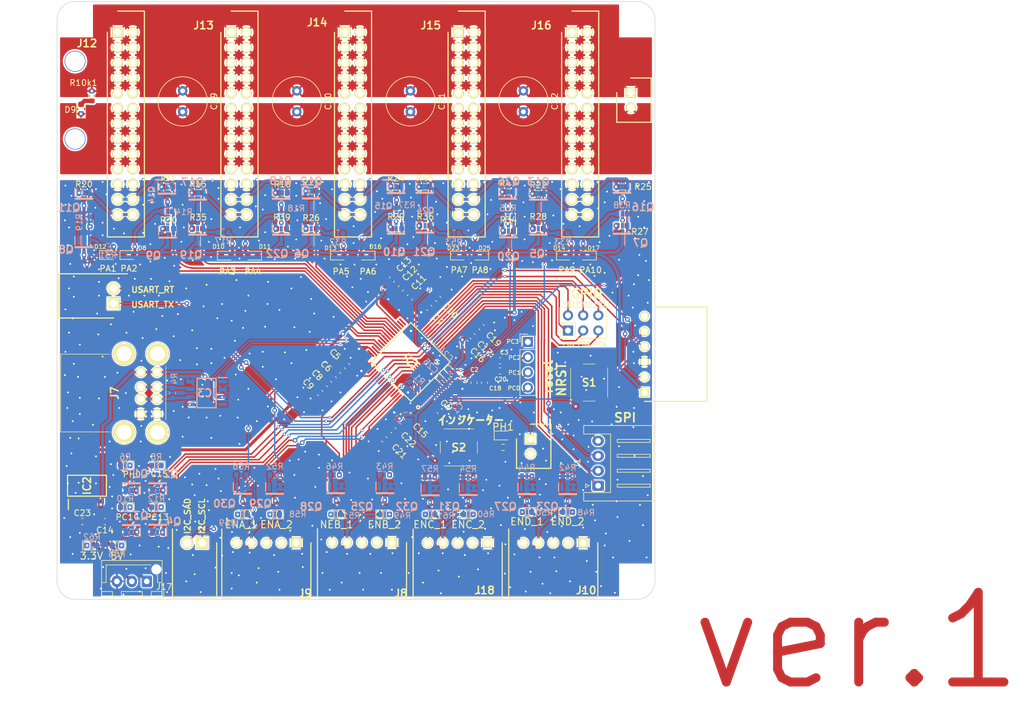
<source format=kicad_pcb>
(kicad_pcb (version 20240108) (generator "pcbnew") (generator_version "8.0")
  (layers (0 "F.Cu" signal) (31 "B.Cu" signal) (34 "B.Paste" user) (35 "F.Paste" user) (36 "B.SilkS" user "B.Silkscreen") (37 "F.SilkS" user "F.Silkscreen") (38 "B.Mask" user) (39 "F.Mask" user) (44 "Edge.Cuts" user))
  (net 0 "")
  (net 1 "/NRST")
  (net 2 "12V_GND")
  (net 3 "3.3V")
  (net 4 "/VCAP")
  (net 5 "/5V_GND")
  (net 6 "/5V")
  (net 7 "12V")
  (net 8 "Net-(D1-A)")
  (net 9 "Net-(D4-K)")
  (net 10 "Net-(D5-K)")
  (net 11 "Net-(D6-K)")
  (net 12 "Net-(D7-K)")
  (net 13 "Net-(D8-A)")
  (net 14 "Net-(D9-A)")
  (net 15 "Net-(D10-A)")
  (net 16 "Net-(D11-A)")
  (net 17 "Net-(D12-A)")
  (net 18 "Net-(D13-A)")
  (net 19 "Net-(D14-A)")
  (net 20 "Net-(D16-A)")
  (net 21 "Net-(D17-A)")
  (net 22 "Net-(D23-A)")
  (net 23 "Net-(D25-A)")
  (net 24 "/I2C1_SDA")
  (net 25 "/I2C1_SCL")
  (net 26 "Net-(IC1-BOOT0)")
  (net 27 "/EncoderD_2")
  (net 28 "/EncoderD_1")
  (net 29 "/EncoderC_2")
  (net 30 "/EncoderC_1")
  (net 31 "/EncoderB_2")
  (net 34 "/UART4_RT")
  (net 35 "/UART4_TX")
  (net 36 "/EncoderB_1")
  (net 37 "/SWCLK")
  (net 38 "/SWDIO")
  (net 39 "/CAN1_TX")
  (net 40 "/CAN1_RX")
  (net 42 "/EncoderA_2")
  (net 43 "/EncoderA_1")
  (net 44 "MDE_2")
  (net 45 "MDE_1")
  (net 46 "MDD_2")
  (net 47 "MDD_1")
  (net 48 "MDC_2")
  (net 49 "MDC_1")
  (net 51 "/GPIO_PB11")
  (net 52 "/GPIO_PB10")
  (net 53 "/GPIO_PB2")
  (net 54 "/GPIO_PB1")
  (net 55 "/GPIO_PB0")
  (net 56 "/GPIO_PC4")
  (net 57 "/SPI1_MOSI")
  (net 58 "/SPI1_MISO")
  (net 59 "/SPI1_SCK")
  (net 60 "/SPI1_NSS")
  (net 61 "MDB_2")
  (net 62 "MDB_1")
  (net 63 "MDA_2")
  (net 64 "MDA_1")
  (net 65 "/GPIO_PC3")
  (net 66 "/GPIO_PC2")
  (net 67 "/GPIO_PC1")
  (net 68 "/GPIO_PC0")
  (net 69 "/PH1")
  (net 70 "/PH0")
  (net 72 "PC14")
  (net 73 "PC13")
  (net 74 "/CANH")
  (net 75 "/CANL")
  (net 76 "/SWO")
  (net 84 "Net-(Q1-COLLECTOR)")
  (net 85 "Net-(Q1-BASE)")
  (net 86 "Net-(Q2-COLLECTOR)")
  (net 87 "Net-(Q2-BASE)")
  (net 88 "Net-(Q3-COLLECTOR)")
  (net 89 "Net-(Q3-BASE)")
  (net 90 "Net-(Q4-COLLECTOR)")
  (net 91 "Net-(Q4-BASE)")
  (net 92 "Net-(Q5-EMITTER)")
  (net 93 "Net-(Q6-EMITTER)")
  (net 94 "Net-(Q7-EMITTER)")
  (net 95 "Net-(Q8-EMITTER)")
  (net 96 "Net-(Q9-EMITTER)")
  (net 97 "Net-(Q10-EMITTER)")
  (net 98 "Net-(Q11-BASE)")
  (net 99 "Net-(Q12-BASE)")
  (net 100 "Net-(Q13-BASE)")
  (net 101 "Net-(Q14-BASE)")
  (net 102 "Net-(Q15-BASE)")
  (net 103 "Net-(Q16-BASE)")
  (net 104 "Net-(Q17-BASE)")
  (net 105 "Net-(Q18-BASE)")
  (net 106 "Net-(Q19-EMITTER)")
  (net 107 "Net-(Q20-EMITTER)")
  (net 108 "Net-(Q21-EMITTER)")
  (net 109 "Net-(Q22-EMITTER)")
  (net 110 "Net-(Q24-BASE)")
  (net 111 "Net-(Q26-BASE)")
  (net 115 "GND")
  (net 116 "Net-(Q5-BASE)")
  (net 117 "Net-(Q6-BASE)")
  (net 118 "Net-(Q7-BASE)")
  (net 119 "Net-(Q8-BASE)")
  (net 120 "Net-(Q9-BASE)")
  (net 121 "Net-(Q10-BASE)")
  (net 122 "Net-(Q19-BASE)")
  (net 123 "Net-(Q20-BASE)")
  (net 124 "Net-(Q21-BASE)")
  (net 125 "Net-(Q22-BASE)")
  (net 126 "Net-(D19-K)")
  (net 127 "Net-(D19-A)")
  (net 128 "Net-(D20-K)")
  (net 129 "Net-(D20-A)")
  (net 130 "Net-(D21-K)")
  (net 131 "Net-(D21-A)")
  (net 132 "Net-(D22-K)")
  (net 133 "Net-(D22-A)")
  (net 134 "Net-(D24-K)")
  (net 135 "Net-(D24-A)")
  (net 136 "Net-(D26-K)")
  (net 137 "Net-(D26-A)")
  (net 138 "Net-(D27-K)")
  (net 139 "Net-(D27-A)")
  (net 140 "Net-(D28-K)")
  (net 141 "Net-(D28-A)")
  (net 143 "Net-(Q23-BASE)")
  (net 144 "Net-(Q25-BASE)")
  (net 145 "Net-(Q27-BASE)")
  (net 146 "Net-(Q28-BASE)")
  (net 147 "Net-(Q29-BASE)")
  (net 148 "Net-(Q30-BASE)")
  (net 149 "Net-(Q31-BASE)")
  (net 150 "Net-(Q32-BASE)")
  (net 151 "Net-(D29-K)")
  (net 152 "Net-(D30-K)")
  (net 154 "PC15")
  (net 155 "/12V/PA2")
  (net 156 "/12V/PA1")
  (net 157 "/12V/PA5")
  (net 158 "/12V/PA9")
  (net 159 "/12V/PA10")
  (net 160 "/12V/PA3")
  (net 161 "/12V/PA4")
  (net 162 "/12V/PA7")
  (net 163 "/12V/PA8")
  (net 164 "/12V/PA6")
  (footprint "LED_SMD:LED_0603_1608Metric" (layer "F.Cu") (at 132.6 126.6 180)
    (property "Reference" "PC13")
    (property "Value" "LED")
  )
  (footprint "Capacitor_SMD:C_0603_1608Metric" (layer "F.Cu") (at 172.25 113.75 -45)
    (property "Reference" "C22")
    (property "Value" "100u")
  )
  (footprint "26pin:RHDR26W71P254_2X13_3759X600X980Pソケット" (layer "F.Cu") (at 189 42 -90)
    (property "Reference" "J15")
    (property "Value" "HIF3FB-26DA-2.54DSA_71_" (hide yes))
  )
  (footprint "Resistor_SMD:R_0603_1608Metric" (layer "F.Cu") (at 153.675 74)
    (property "Reference" "R16")
    (property "Value" "R")
  )
  (footprint "LED_SMD:LED_0603_1608Metric" (layer "F.Cu") (at 186.7125 84.5 180)
    (property "Reference" "D25")
    (property "Value" "LED")
  )
  (footprint "LED_SMD:LED_0603_1608Metric" (layer "F.Cu") (at 144.2875 84.5)
    (property "Reference" "D10")
    (property "Value" "LED")
  )
  (footprint "Resistor_SMD:R_0603_1608Metric" (layer "F.Cu") (at 128.4 123.8 180)
    (property "Reference" "R7" (hide yes))
    (property "Value" "R")
  )
  (footprint "Capacitor_THT:C_Radial_D8.0mm_H11.5mm_P3.50mm" (layer "F.Cu") (at 156.1 56.95 -90)
    (property "Reference" "C30")
    (property "Value" "C")
  )
  (footprint "Capacitor_SMD:C_0603_1608Metric" (layer "F.Cu") (at 180 110.5 -45)
    (property "Reference" "C4")
    (property "Value" "C0.1u")
  )
  (footprint "Capacitor_SMD:C_0603_1608Metric" (layer "F.Cu") (at 178.25 93.25 135)
    (property "Reference" "C7")
    (property "Value" "C2.2u")
  )
  (footprint "Resistor_SMD:R_0603_1608Metric" (layer "F.Cu") (at 177.5 73)
    (property "Reference" "R45")
    (property "Value" "R")
  )
  (footprint "LED_SMD:LED_0603_1608Metric" (layer "F.Cu") (at 183.2875 84.5)
    (property "Reference" "D23")
    (property "Value" "LED")
  )
  (footprint "LED_SMD:LED_0603_1608Metric" (layer "F.Cu") (at 121.7125 133)
    (property "Reference" "3.3V")
    (property "Value" "LED")
  )
  (footprint "Resistor_SMD:R_0603_1608Metric" (layer "F.Cu") (at 196.5 74.15)
    (property "Reference" "R22")
    (property "Value" "R")
  )
  (footprint "Resistor_SMD:R_0603_1608Metric" (layer "F.Cu") (at 153.55 80)
    (property "Reference" "R39")
    (property "Value" "R")
  )
  (footprint "Resistor_SMD:R_0603_1608Metric" (layer "F.Cu") (at 210.5 73)
    (property "Reference" "R25")
    (property "Value" "R")
  )
  (footprint "Resistor_SMD:R_0603_1608Metric" (layer "F.Cu") (at 172.825 80)
    (property "Reference" "R29")
    (property "Value" "R")
  )
  (footprint "LED_SMD:LED_0603_1608Metric" (layer "F.Cu") (at 126 133 180)
    (property "Reference" "5V")
    (property "Value" "LED")
  )
  (footprint "LED_SMD:LED_0603_1608Metric" (layer "F.Cu") (at 128 84.4)
    (property "Reference" "D8")
    (property "Value" "LED")
  )
  (footprint "S2B-XH-A_LF__SN_:SHDRRA2W80P0X250_1X2_740X1150X610P" (layer "F.Cu") (at 125.45 92.5 90)
    (property "Reference" "J3")
    (property "Value" "S2B-XH-A_LF__SN_" (hide yes))
  )
  (footprint "Capacitor_SMD:C_0603_1608Metric" (layer "F.Cu") (at 187 96.5 -45)
    (property "Reference" "C19")
    (property "Value" "C100n")
  )
  (footprint "Resistor_SMD:R_0603_1608Metric" (layer "F.Cu") (at 158.5 80)
    (property "Reference" "R26")
    (property "Value" "R")
  )
  (footprint "B2B-XH-A:SHDR2W64P0X250_1X2_740X575X700P" (layer "F.Cu") (at 211.975 57.25 -90)
    (property "Reference" "J11" (hide yes))
    (property "Value" "B2B-XH-A" (hide yes))
  )
  (footprint "Resistor_SMD:R_0603_1608Metric" (layer "F.Cu") (at 191.45 73.85)
    (property "Reference" "R47")
    (property "Value" "R")
  )
  (footprint "Capacitor_SMD:C_0603_1608Metric" (layer "F.Cu") (at 120.225 129)
    (property "Reference" "C23")
    (property "Value" "C10u")
  )
  (footprint "Capacitor_THT:C_Radial_D8.0mm_H11.5mm_P3.50mm" (layer "F.Cu") (at 137 56.95 -90)
    (property "Reference" "C29")
    (property "Value" "C")
  )
  (footprint "S5B-XH-A_LF__SN_:SHDRRA5W64P0X250_1X5_1490X1150X610P" (layer "F.Cu") (at 156 132.55 180)
    (property "Reference" "J9")
    (property "Value" "S5B-XH-A_LF__SN_" (hide yes))
  )
  (footprint "Capacitor_SMD:C_0603_1608Metric" (layer "F.Cu") (at 184.33 99.14 -45)
    (property "Reference" "C16")
    (property "Value" "C100n")
  )
  (footprint "LED_SMD:LED_0603_1608Metric" (layer "F.Cu") (at 152.4 127.8 180)
    (property "Reference" "ENA_2")
    (property "Value" "LED")
  )
  (footprint "MountingHole:MountingHole_3.2mm_M3_DIN965" (layer "F.Cu") (at 213 45)
    (property "Reference" "REF**" (hide yes))
    (property "Value" "MountingHole_3.2mm_M3_DIN965")
  )
  (footprint "STM32F732RET6:QFP50P1200X1200X160-64N" (layer "F.Cu") (at 175.180058 102.294816 135)
    (property "Reference" "IC1")
    (property "Value" "STM32F732RET6" (hide yes))
  )
  (footprint "LED_SMD:LED_0603_1608Metric" (layer "F.Cu") (at 204.7125 84.5 180)
    (property "Reference" "D17")
    (property "Value" "LED")
  )
  (footprint "LED_SMD:LED_0603_1608Metric" (layer "F.Cu") (at 148.7125 84.5 180)
    (property "Reference" "D11")
    (property "Value" "LED")
  )
  (footprint "Resistor_SMD:R_0603_1608Metric" (layer "F.Cu") (at 128.4 130.8 180)
    (property "Reference" "R11" (hide yes))
    (property "Value" "R")
  )
  (footprint "LED_SMD:LED_0603_1608Metric" (layer "F.Cu") (at 170.8 127.8)
    (property "Reference" "ENB_2")
    (property "Value" "LED")
  )
  (footprint "Capacitor_SMD:C_0603_1608Metric" (layer "F.Cu") (at 185.75 105.775 -90)
    (property "Reference" "C2")
    (property "Value" "100n")
  )
  (footprint "TSHA-T-2.5B2-19E:TSHAT25B219E" (layer "F.Cu") (at 183.2 116.6)
    (property "Reference" "S2")
    (property "Value" "TSHA-T-2.5B2-19E" (hide yes))
  )
  (footprint "S5B-XH-A_LF__SN_:SHDRRA5W64P0X250_1X5_1490X1150X610P" (layer "F.Cu") (at 204 132.55 180)
    (property "Reference" "J10")
    (property "Value" "S5B-XH-A_LF__SN_" (hide yes))
  )
  (footprint "LM317_SOT-223_:SOT230P700X180-4N" (layer "F.Cu") (at 121 123 90)
    (property "Reference" "IC2")
    (property "Value" "LM317_SOT-223_" (hide yes))
  )
  (footprint "LED_SMD:LED_0603_1608Metric" (layer "F.Cu") (at 163.2125 84.5)
    (property "Reference" "D13")
    (property "Value" "LED")
  )
  (footprint "LED_SMD:LED_0603_1608Metric" (layer "F.Cu") (at 120 60 90)
    (property "Reference" "D9")
    (property "Value" "LED")
  )
  (footprint "LED_SMD:LED_0603_1608Metric" (layer "F.Cu") (at 147 127.8 180)
    (property "Reference" "ENA_1")
    (property "Value" "LED" (hide yes))
  )
  (footprint "B2B-XH-A:SHDR2W64P0X250_1X2_740X575X700P" (layer "F.Cu") (at 195.2 115.15 -90)
    (property "Reference" "J2" (hide yes))
    (property "Value" "B2B-XH-A" (hide yes))
  )
  (footprint "Capacitor_SMD:C_0603_1608Metric" (layer "F.Cu") (at 185.5 98 -45)
    (property "Reference" "C17")
    (property "Value" "C100n")
  )
  (footprint "LED_SMD:LED_0603_1608Metric" (layer "F.Cu") (at 194.6 127.4 180)
    (property "Reference" "END_1")
    (property "Value" "LED")
  )
  (footprint "LED_SMD:LED_0603_1608Metric" (layer "F.Cu") (at 132.6 119.6 180)
    (property "Reference" "PC15")
    (property "Value" "LED")
  )
  (footprint "Connector_JST:JST_XH_B3B-XH-AM_1x03_P2.50mm_Vertical" (layer "F.Cu") (at 131 139 180)
    (property "Reference" "J17")
    (property "Value" "B3B-XH-A")
  )
  (footprint "Resistor_SMD:R_0603_1608Metric" (layer "F.Cu") (at 139.575 74)
    (property "Reference" "R15")
    (property "Value" "R")
  )
  (footprint "Capacitor_THT:C_Radial_D8.0mm_H11.5mm_P3.50mm" (layer "F.Cu") (at 175.1 56.95 -90)
    (property "Reference" "C31")
    (property "Value" "C")
  )
  (footprint "MountingHole:MountingHole_3.2mm_M3_DIN965" (layer "F.Cu") (at 119 139)
    (property "Reference" "REF**" (hide yes))
    (property "Value" "MountingHole_3.2mm_M3_DIN965")
  )
  (footprint "Capacitor_THT:C_Radial_D8.0mm_H11.5mm_P3.50mm" (layer "F.Cu") (at 194 56.95 -90)
    (property "Reference" "C32")
    (property "Value" "C")
  )
  (footprint "LED_SMD:LED_0603_1608Metric" (layer "F.Cu") (at 127.3875 119.6 180)
    (property "Reference" "PH0")
    (property "Value" "LED")
  )
  (footprint "26pin:RHDR26W71P254_2X13_3759X600X980Pソケット" (layer "F.Cu") (at 151 42 -90)
    (property "Reference" "J13")
    (property "Value" "HIF3FB-26DA-2.54DSA_71_" (hide yes))
  )
  (footprint "Resistor_SMD:R_0603_1608Metric" (layer "F.Cu") (at 132.8 130.8 180)
    (property "Reference" "R13" (hide yes))
    (property "Value" "R")
  )
  (footprint "LED_SMD:LED_0603_1608Metric" (layer "F.Cu") (at 124.6 84.4)
    (property "Reference" "D12")
    (property "Value" "LED")
  )
  (footprint "Resistor_SMD:R_0603_1608Metric" (layer "F.Cu") (at 196.5 80)
    (property "Reference" "R28")
    (property "Value" "R")
  )
  (footprint "26pin:RHDR26W71P254_2X13_3759X600X980Pソケット" (layer "F.Cu") (at 170 42 -90)
    (property "Reference" "J14")
    (property "Value" "HIF3FB-26DA-2.54DSA_71_" (hide yes))
  )
  (footprint "Resistor_SMD:R_0603_1608Metric" (layer "F.Cu") (at 121.8 57.8 90)
    (property "Reference" "R10k1")
    (property "Value" "R")
  )
  (footprint "Resistor_SMD:R_0603_1608Metric" (layer "F.Cu") (at 134.65 80)
    (property "Reference" "R30")
    (property "Value" "R")
  )
  (footprint "Capacitor_SMD:C_0603_1608Metric" (layer "F.Cu") (at 170.75 115.25 -45)
    (property "Reference" "C21")
    (property "Value" "C4.7u")
  )
  (footprint "LED_SMD:LED_0603_1608Metric" (layer "F.Cu") (at 162.6125 127.8 180)
    (property "Reference" "NEB_1")
    (property "Value" "LED")
  )
  (footprint "Connector_JST:JST_XH_S4B-XH-A_1x04_P2.50mm_Horizontal" (layer "F.Cu") (at 206.5 123 90)
    (property "Reference" "J1")
    (property "Value" "S4B-XH-A_LF__SN_")
  )
  (footprint "Capacitor_SMD:C_0603_1608Metric" (layer "F.Cu") (at 164.5 103 135)
    (property "Reference" "C5")
    (property "Value" "C100n")
  )
  (footprint "S2B-XH-A_LF__SN_:SHDRRA2W80P0X250_1X2_740X1150X610P" (layer "F.Cu") (at 140.25 132.55 180)
    (property "Reference" "J4")
    (property "Value" "S2B-XH-A_LF__SN_" (hide yes))
  )
  (footprint "Capacitor_SMD:C_0603_1608Metric" (layer "F.Cu") (at 172 88.5 45)
    (property "Reference" "C13")
    (property "Value" "C100n")
  )
  (footprint "Resistor_SMD:R_0603_1608Metric" (layer "F.Cu") (at 132.8 123.8 180)
    (property "Reference" "R9" (hide yes))
    (property "Value" "R")
  )
  (footprint "Resistor_SMD:R_0603_1608Metric" (layer "F.Cu") (at 210.5 79.5)
    (property "Reference" "R27")
    (property "Value" "R")
  )
  (footprint "LED_SMD:LED_0603_1608Metric" (layer "F.Cu") (at 178.4 127.8 180)
    (property "Reference" "ENC_1")
    (property "Value" "LED")
  )
  (footprint "LED_SMD:LED_0603_1608Metric" (layer "F.Cu") (at 127.4 126.6 180)
    (property "Reference" "PC14")
    (property "Value" "LED")
  )
  (footprint "LED_SMD:LED_0603_1608Metric" (layer "F.Cu") (at 190.6 114.6)
    (property "Reference" "PH1")
    (property "Value" "LED")
  )
  (footprint "LED_SMD:LED_0603_1608Metric" (layer "F.Cu") (at 167.7125 84.5 180)
    (property "Reference" "D16")
    (property "Value" "LED")
  )
  (footprint "26pin:RHDR26W71P254_2X13_3759X600X980Pソケット" (layer "F.Cu") (at 132 42 -90)
    (property "Reference" "J12")
    (property "Value" "HIF3FB-26DA-2.54DSA_71_" (hide yes))
  )
  (footprint "Capacitor_SMD:C_0603_1608Metric" (layer "F.Cu") (at 163 104.5 135)
    (property "Reference" "C6")
    (property "Value" "C100n")
  )
  (footprint "MountingHole:MountingHole_3.2mm_M3_DIN965" (layer "F.Cu") (at 119 45)
    (property "Reference" "REF**" (hide yes))
    (property "Value" "MountingHole_3.2mm_M3_DIN965")
  )
  (footprint "S5B-XH-A_LF__SN_:SHDRRA5W64P0X250_1X5_1490X1150X610P" (layer "F.Cu") (at 188 132.55 180)
    (property "Reference" "J18")
    (property "Value" "S5B-XH-A_LF__SN_" (hide yes))
  )
  (footprint "FH-1X06RG:RHDRRA6W58P0X254_1X6_1549X850X265P" (layer "F.Cu") (at 214.2675 107.35 -90)
    (property "Reference" "J6" (hide yes))
    (property "Value" "FH-1X06RG" (hide yes))
  )
  (footprint "S5B-XH-A_LF__SN_:SHDRRA5W64P0X250_1X5_1490X1150X610P" (layer "F.Cu") (at 172 132.5 180)
    (property "Reference" "J8")
    (property "Value" "S5B-XH-A_LF__SN_" (hide yes))
  )
  (footprint "Capacitor_SMD:C_0603_1608Metric" (layer "F.Cu") (at 190.075 103.8)
    (property "Reference" "C20")
    (property "Value" "1u")
  )
  (footprint "Capacitor_SMD:C_0603_1608Metric" (layer "F.Cu") (at 173.5 90 45)
    (property "Reference" "C12")
    (property "Value" "C100n")
  )
  (footprint "USB-4AF203AS:USB4AF203AS" (layer "F.Cu") (at 132.71 104 -90)
    (property "Reference" "J7")
    (property "Value" "USB-4AF203AS" (hide yes))
  )
  (footprint "26pin:RHDR26W71P254_2X13_3759X600X980Pソケット" (layer "F.Cu") (at 208 42 -90)
    (property "Reference" "J16")
    (property "Value" "HIF3FB-26DA-2.54DSA_71_" (hide yes))
  )
  (footprint "Resistor_SMD:R_0603_1608Metric" (layer "F.Cu") (at 120.5 74)
    (property "Reference" "R20")
    (property "Value" "R")
  )
  (footprint "Capacitor_SMD:C_0603_1608Metric" (layer "F.Cu") (at 160 107.5 135)
    (property "Reference" "C9")
    (property "Value" "C100n")
  )
  (footprint "Resistor_SMD:R_0603_1608Metric" (layer "F.Cu") (at 177.5 79.5)
    (property "Reference" "R36")
    (property "Value" "R")
  )
  (footprint "Capacitor_SMD:C_0603_1608Metric" (layer "F.Cu") (at 179.75 91.75 135)
    (property "Reference" "C10")
    (property "Value" "C2.2u")
  )
  (footprint "MountingHole:MountingHole_3.2mm_M3_DIN965" (layer "F.Cu") (at 213 139)
    (property "Reference" "REF**" (hide yes))
    (property "Value" "MountingHole_3.2mm_M3_DIN965")
  )
  (footprint "Capacitor_SMD:C_0603_1608Metric" (layer "F.Cu") (at 175 91.5 45)
    (property "Reference" "C11")
    (property "Value" "C100n")
  )
  (footprint "LED_SMD:LED_0603_1608Metric" (layer "F.Cu") (at 201.4 127.4)
    (property "Reference" "END_2")
    (property "Value" "LED")
  )
  (footprint "Resistor_SMD:R_0603_1608Metric" (layer "F.Cu") (at 158.475 73.7)
    (property "Reference" "R21")
    (property "Value" "R")
  )
  (footprint "Resistor_SMD:R_0603_1608Metric" (layer "F.Cu") (at 139.5 80)
    (property "Reference" "R35")
    (property "Value" "R")
  )
  (footprint "TSHA-T-2.5B2-19E:TSHAT25B219E" (layer "F.Cu") (at 205 105.75 90)
    (property "Reference" "S1")
    (property "Value" "TSHA-T-2.5B2-19E" (hide yes))
  )
  (footprint "LED_SMD:LED_0603_1608Metric" (layer "F.Cu") (at 184.7875 127.8)
    (property "Reference" "ENC_2")
    (property "Value" "LED")
  )
  (footprint "Connector_PinHeader_2.54mm:PinHeader_1x04_P2.54mm_Vertical" (layer "F.Cu") (at 194.75 98.96)
    (property "Reference" "REF**" (hide yes))
    (property "Value" "PinHeader_1x04_P2.54mm_Vertical")
  )
  (footprint "LED_SMD:LED_0603_1608Metric" (layer "F.Cu") (at 201 84.5)
    (property "Reference" "D14")
    (property "Value" "LED")
  )
  (footprint "Capacitor_SMD:C_0603_1608Metric" (layer "F.Cu") (at 124 129 180)
    (property "Reference" "C14")
    (property "Value" "C100n")
  )
  (footprint "Capacitor_SMD:C_0603_1608Metric" (layer "F.Cu") (at 190.1 102.1)
    (property "Reference" "C3")
    (property "Value" "1u")
  )
  (footprint "Connector_PinHeader_2.54mm:PinHeader_2x03_P2.54mm_Vertical" (layer "F.Cu") (at 201.46 97.04 90)
    (property "Reference" "REF**" (hide yes))
    (property "Value" "PinHeader_2x03_P2.54mm_Vertical")
  )
  (footprint "Capacitor_SMD:C_0603_1608Metric" (layer "F.Cu") (at 173.75 112.25 -45)
    (property "Reference" "C15")
    (property "Value" "C100n")
  )
  (footprint "Resistor_SMD:R_0603_1608Metric" (layer "F.Cu") (at 191.5 80.4)
    (property "Reference" "R34")
    (property "Value" "R")
  )
  (footprint "Capacitor_SMD:C_0603_1608Metric" (layer "F.Cu") (at 187.5 105.775 -90)
    (property "Reference" "C18")
    (property "Value" "100n")
  )
  (footprint "Resistor_SMD:R_0603_1608Metric" (layer "F.Cu") (at 190.6 116.6 180)
    (property "Reference" "R2" (hide yes))
    (property "Value" "R")
  )
  (footprint "Resistor_SMD:R_0603_1608Metric" (layer "F.Cu") (at 134.5 73)
    (property "Reference" "R23")
    (property "Value" "R")
  )
  (footprint "Resistor_SMD:R_0603_1608Metric" (layer "F.Cu") (at 172.675 73)
    (property "Reference" "R24")
    (property "Value" "R")
  )
  (footprint "Capacitor_SMD:C_0603_1608Metric" (layer "F.Cu") (at 161.5 106 135)
    (property "Reference" "C8")
    (property "Value" "C100n")
  )
  (footprint "2SC2712-GR_TE85L_F_バイポート:SOT95P260X156-3N" (layer "B.Cu") (at 172.7 80.85 -90)
    (property "Reference" "Q10")
    (property "Value" "2SC2712-GR_TE85L,F" (hide yes))
  )
  (footprint "2SC2712-GR_TE85L_F_バイポート:SOT95P260X156-3N" (layer "B.Cu") (at 153.5 75 -90)
    (property "Reference" "Q18")
    (property "Value" "2SC2712-GR_TE85L,F" (hide yes))
  )
  (footprint "Resistor_SMD:R_0603_1608Metric" (layer "B.Cu") (at 178.4 127.8)
    (property "Reference" "R61")
    (property "Value" "R")
  )
  (footprint "Resistor_SMD:R_0603_1608Metric" (layer "B.Cu") (at 184.775 121.6 180)
    (property "Reference" "R54")
    (property "Value" "R")
  )
  (footprint "Resistor_SMD:R_0603_1608Metric" (layer "B.Cu") (at 126 133)
    (property "Reference" "R63")
    (property "Value" "R")
  )
  (footprint "2SC2712-GR_TE85L_F_バイポート:SOT95P260X156-3N" (layer "B.Cu") (at 158.5 74.95 -90)
    (property "Reference" "Q12")
    (property "Value" "2SC2712-GR_TE85L,F" (hide yes))
  )
  (footprint "2SC2712-GR_TE85L_F_バイポート:SOT95P260X156-3N" (layer "B.Cu") (at 191.4 75 -90)
    (property "Reference" "Q26")
    (property "Value" "2SC2712-GR_TE85L,F" (hide yes))
  )
  (footprint "Resistor_SMD:R_0603_1608Metric" (layer "B.Cu") (at 152.4 121.2 180)
    (property "Reference" "R52")
    (property "Value" "R")
  )
  (footprint "Resistor_SMD:R_0603_1608Metric" (layer "B.Cu") (at 201.4 121.4 180)
    (property "Reference" "R42")
    (property "Value" "R")
  )
  (footprint "2SC2712-GR_TE85L_F_バイポート:SOT95P260X156-3N" (layer "B.Cu") (at 132.8 122.6 90)
    (property "Reference" "Q2")
    (property "Value" "2SC2712-GR_TE85L,F" (hide yes))
  )
  (footprint "Resistor_SMD:R_0603_1608Metric" (layer "B.Cu") (at 143.8 80.6)
    (property "Reference" "R17")
    (property "Value" "R")
  )
  (footprint "Resistor_SMD:R_0603_1608Metric" (layer "B.Cu") (at 132.6 126.6 180)
    (property "Reference" "R12")
    (property "Value" "R")
  )
  (footprint "Capacitor_SMD:C_0603_1608Metric" (layer "B.Cu") (at 182.048008 109.051992 45)
    (property "Reference" "C1")
    (property "Value" "C0.1u")
  )
  (footprint "Resistor_SMD:R_0603_1608Metric" (layer "B.Cu") (at 162.6 127.8)
    (property "Reference" "R51")
    (property "Value" "R")
  )
  (footprint "2SC2712-GR_TE85L_F_バイポート:SOT95P260X156-3N" (layer "B.Cu") (at 194.6 124.4 -90)
    (property "Reference" "Q27")
    (property "Value" "2SC2712-GR_TE85L,F" (hide yes))
  )
  (footprint "Capacitor_SMD:C_0603_1608Metric" (layer "B.Cu") (at 180.548008 105.548008 135)
    (property "Reference" "C25")
    (property "Value" "1u")
  )
  (footprint "2SC2712-GR_TE85L_F_バイポート:SOT95P260X156-3N" (layer "B.Cu") (at 158.5 81 -90)
    (property "Reference" "Q6")
    (property "Value" "2SC2712-GR_TE85L,F" (hide yes))
  )
  (footprint "Resistor_SMD:R_0603_1608Metric" (layer "B.Cu") (at 191.425 78 180)
    (property "Reference" "R55")
    (property "Value" "R")
  )
  (footprint "Resistor_SMD:R_0603_1608Metric" (layer "B.Cu") (at 194.6 127.4)
    (property "Reference" "R50")
    (property "Value" "R")
  )
  (footprint "Resistor_SMD:R_0603_1608Metric" (layer "B.Cu") (at 201.425 127.4 180)
    (property "Reference" "R48")
    (property "Value" "R")
  )
  (footprint "Resistor_SMD:R_0603_1608Metric" (layer "B.Cu") (at 182.4 80.8)
    (property "Reference" "R53")
    (property "Value" "R")
  )
  (footprint "2SC2712-GR_TE85L_F_バイポート:SOT95P260X156-3N" (layer "B.Cu") (at 178.4 124.6 -90)
    (property "Reference" "Q32")
    (property "Value" "2SC2712-GR_TE85L,F" (hide yes))
  )
  (footprint "Resistor_SMD:R_0603_1608Metric" (layer "B.Cu") (at 135.3 107.5 -90)
    (property "Reference" "R4")
    (property "Value" "R")
  )
  (footprint "NCV7351D1ER2G:SOIC127P600X175-8N" (layer "B.Cu") (at 141 107.5 180)
    (property "Reference" "IC3")
    (property "Value" "NCV7351D1ER2G" (hide yes))
  )
  (footprint "Resistor_SMD:R_0603_1608Metric" (layer "B.Cu") (at 124.5 83)
    (property "Reference" "R31")
    (property "Value" "R")
  )
  (footprint "2SC2712-GR_TE85L_F_バイポート:SOT95P260X156-3N" (layer "B.Cu") (at 201.4 124.4 -90)
    (property "Reference" "Q23")
    (property "Value" "2SC2712-GR_TE85L,F" (hide yes))
  )
  (footprint "Resistor_SMD:R_0603_1608Metric" (layer "B.Cu") (at 127.4 126.6 180)
    (property "Reference" "R10")
    (property "Value" "R")
  )
  (footprint "Resistor_SMD:R_0603_1608Metric" (layer "B.Cu") (at 127.4 119.6 180)
    (property "Reference" "R6")
    (property "Value" "R")
  )
  (footprint "Resistor_SMD:R_0603_1608Metric" (layer "B.Cu") (at 153.5 78 180)
    (property "Reference" "R18")
    (property "Value" "R")
  )
  (footprint "2SC2712-GR_TE85L_F_バイポート:SOT95P260X156-3N" (layer "B.Cu") (at 172.7 74.05 -90)
    (property "Reference" "Q15")
    (property "Value" "2SC2712-GR_TE85L,F" (hide yes))
  )
  (footprint "Resistor_SMD:R_0603_1608Metric" (layer "B.Cu") (at 163 80.8)
    (property "Reference" "R32")
    (property "Value" "R")
  )
  (footprint "2SC2712-GR_TE85L_F_バイポート:SOT95P260X156-3N" (layer "B.Cu") (at 184.8 124.55 -90)
    (property "Reference" "Q31")
    (property "Value" "2SC2712-GR_TE85L,F" (hide yes))
  )
  (footprint "2SC2712-GR_TE85L_F_バイポート:SOT95P260X156-3N" (layer "B.Cu") (at 120.5 75 -90)
    (property "Reference" "Q11")
    (property "Value" "2SC2712-GR_TE85L,F" (hide yes))
  )
  (footprint "Resistor_SMD:R_0603_1608Metric" (layer "B.Cu") (at 170.8 127.8 180)
    (property "Reference" "R49")
    (property "Value" "R")
  )
  (footprint "2SC2712-GR_TE85L_F_バイポート:SOT95P260X156-3N" (layer "B.Cu") (at 134.5 81.5 -90)
    (property "Reference" "Q9")
    (property "Value" "2SC2712-GR_TE85L,F" (hide yes))
  )
  (footprint "Resistor_SMD:R_0603_1608Metric" (layer "B.Cu") (at 178.375 121.6 180)
    (property "Reference" "R57")
    (property "Value" "R")
  )
  (footprint "Resistor_SMD:R_0603_1608Metric" (layer "B.Cu") (at 146.8 121.2 180)
    (property "Reference" "R56")
    (property "Value" "R")
  )
  (footprint "2SC2712-GR_TE85L_F_バイポート:SOT95P260X156-3N" (layer "B.Cu") (at 120.5 83.1 -90)
    (property "Reference" "Q8")
    (property "Value" "2SC2712-GR_TE85L,F" (hide yes))
  )
  (footprint "2SC2712-GR_TE85L_F_バイポート:SOT95P260X156-3N" (layer "B.Cu") (at 191.5 81.45 -90)
    (property "Reference" "Q20")
    (property "Value" "2SC2712-GR_TE85L,F" (hide yes))
  )
  (footprint "2SC2712-GR_TE85L_F_バイポート:SOT95P260X156-3N" (layer "B.Cu") (at 152.4 124.35 -90)
    (property "Reference" "Q29")
    (property "Value" "2SC2712-GR_TE85L,F" (hide yes))
  )
  (footprint "Resistor_SMD:R_0603_1608Metric" (layer "B.Cu") (at 200.6 80.8)
    (property "Reference" "R33")
    (property "Value" "R")
  )
  (footprint "Resistor_SMD:R_0603_1608Metric" (layer "B.Cu") (at 170.8 121.2 180)
    (property "Reference" "R43")
    (property "Value" "R")
  )
  (footprint "Resistor_SMD:R_0603_1608Metric" (layer "B.Cu") (at 147 127.8)
    (property "Reference" "R59")
    (property "Value" "R")
  )
  (footprint "Resistor_SMD:R_0603_1608Metric" (layer "B.Cu") (at 184.8 127.8 180)
    (property "Reference" "R60")
    (property "Value" "R")
  )
  (footprint "Resistor_SMD:R_0603_1608Metric" (layer "B.Cu") (at 194.575 121.4 180)
    (property "Reference" "R44")
    (property "Value" "R")
  )
  (footprint "2SC2712-GR_TE85L_F_バイポート:SOT95P260X156-3N" (layer "B.Cu") (at 170.85 124.25 -90)
    (property "Reference" "Q25")
    (property "Value" "2SC2712-GR_TE85L,F" (hide yes))
  )
  (footprint "2SC2712-GR_TE85L_F_バイポート:SOT95P260X156-3N" (layer "B.Cu") (at 153.5 81 -90)
    (property "Reference" "Q22")
    (property "Value" "2SC2712-GR_TE85L,F" (hide yes))
  )
  (footprint "Resistor_SMD:R_0603_1608Metric" (layer "B.Cu") (at 175.6 106.2 135)
    (property "Reference" "R1")
    (property "Value" "R10k")
  )
  (footprint "Resistor_SMD:R_0603_1608Metric" (layer "B.Cu") (at 162.4 121.2 180)
    (property "Reference" "R46")
    (property "Value" "R")
  )
  (footprint "Capacitor_SMD:C_0603_1608Metric" (layer "B.Cu") (at 182 104 135)
    (property "Reference" "C24")
    (property "Value" "100n")
  )
  (footprint "Resistor_SMD:R_0603_1608Metric" (layer "B.Cu") (at 172.675 77.5 180)
    (property "Reference" "R37")
    (property "Value" "R")
  )
  (footprint "2SC2712-GR_TE85L_F_バイポート:SOT95P260X156-3N" (layer "B.Cu") (at 177.5 74 -90)
    (property "Reference" "Q24")
    (property "Value" "2SC2712-GR_TE85L,F" (hide yes))
  )
  (footprint "Resistor_SMD:R_0603_1608Metric" (layer "B.Cu") (at 152.4 127.8)
    (property "Reference" "R58")
    (property "Value" "R")
  )
  (footprint "2SC2712-GR_TE85L_F_バイポート:SOT95P260X156-3N" (layer "B.Cu") (at 196.5 81 -90)
    (property "Reference" "Q5")
    (property "Value" "2SC2712-GR_TE85L,F" (hide yes))
  )
  (footprint "2SC2712-GR_TE85L_F_バイポート:SOT95P260X156-3N" (layer "B.Cu") (at 210.5 80.85 -90)
    (property "Reference" "Q7")
    (property "Value" "2SC2712-GR_TE85L,F" (hide yes))
  )
  (footprint "2SC2712-GR_TE85L_F_バイポート:SOT95P260X156-3N" (layer "B.Cu") (at 128.4 122.6 90)
    (property "Reference" "Q1")
    (property "Value" "2SC2712-GR_TE85L,F" (hide yes))
  )
  (footprint "2SC2712-GR_TE85L_F_バイポート:SOT95P260X156-3N" (layer "B.Cu") (at 132.8 129.55 90)
    (property "Reference" "Q4")
    (property "Value" "2SC2712-GR_TE85L,F" (hide yes))
  )
  (footprint "2SC2712-GR_TE85L_F_バイポート:SOT95P260X156-3N" (layer "B.Cu") (at 134.375 74.15 -90)
    (property "Reference" "Q14")
    (property "Value" "2SC2712-GR_TE85L,F" (hide yes))
  )
  (footprint "2SC2712-GR_TE85L_F_バイポート:SOT95P260X156-3N" (layer "B.Cu") (at 139.55 75.15 -90)
    (property "Reference" "Q17")
    (property "Value" "2SC2712-GR_TE85L,F" (hide yes))
  )
  (footprint "2SC2712-GR_TE85L_F_バイポート:SOT95P260X156-3N" (layer "B.Cu") (at 210.5 74 -90)
    (property "Reference" "Q16")
    (property "Value" "2SC2712-GR_TE85L,F" (hide yes))
  )
  (footprint "Resistor_SMD:R_0603_1608Metric" (layer "B.Cu") (at 121.5 78.825 -90)
    (property "Reference" "R19")
    (property "Value" "R")
  )
  (footprint "2SC2712-GR_TE85L_F_バイポート:SOT95P260X156-3N" (layer "B.Cu") (at 139.5 81 -90)
    (property "Reference" "Q19")
    (property "Value" "2SC2712-GR_TE85L,F" (hide yes))
  )
  (footprint "Resistor_SMD:R_0603_1608Metric" (layer "B.Cu") (at 210.5 77.5 180)
    (property "Reference" "R38")
    (property "Value" "R")
  )
  (footprint "2SC2712-GR_TE85L_F_バイポート:SOT95P260X156-3N" (layer "B.Cu") (at 147 124.35 -90)
    (property "Reference" "Q30")
    (property "Value" "2SC2712-GR_TE85L,F" (hide yes))
  )
  (footprint "Resistor_SMD:R_0603_1608Metric" (layer "B.Cu") (at 134.375 77.1 180)
    (property "Reference" "R14")
    (property "Value" "R")
  )
  (footprint "Resistor_SMD:R_0603_1608Metric" (layer "B.Cu") (at 132.6 119.6 180)
    (property "Reference" "R8")
    (property "Value" "R")
  )
  (footprint "2SC2712-GR_TE85L_F_バイポート:SOT95P260X156-3N" (layer "B.Cu") (at 162.6 124.25 -90)
    (property "Reference" "Q28")
    (property "Value" "2SC2712-GR_TE85L,F" (hide yes))
  )
  (footprint "2SC2712-GR_TE85L_F_バイポート:SOT95P260X156-3N" (layer "B.Cu") (at 177.55 80.65 -90)
    (property "Reference" "Q21")
    (property "Value" "2SC2712-GR_TE85L,F" (hide yes))
  )
  (footprint "Resistor_SMD:R_0603_1608Metric" (layer "B.Cu") (at 121.825 133 180)
    (property "Reference" "R62")
    (property "Value" "R")
  )
  (footprint "2SC2712-GR_TE85L_F_バイポート:SOT95P260X156-3N" (layer "B.Cu") (at 196.5 75.15 -90)
    (property "Reference" "Q13")
    (property "Value" "2SC2712-GR_TE85L,F" (hide yes))
  )
  (footprint "2SC2712-GR_TE85L_F_バイポート:SOT95P260X156-3N" (layer "B.Cu") (at 128.4 129.6 90)
    (property "Reference" "Q3")
    (property "Value" "2SC2712-GR_TE85L,F" (hide yes))
  )
  (gr_arc (start 119 142) (mid 116.87868 141.12132) (end 116 139) (stroke (width 0.1)) (layer "Edge.Cuts"))
  (gr_line (start 116 45) (end 116 139) (stroke (width 0.1)) (layer "Edge.Cuts"))
  (gr_line (start 213 42) (end 119 42) (stroke (width 0.1)) (layer "Edge.Cuts"))
  (gr_line (start 119 142) (end 213 142) (stroke (width 0.1)) (layer "Edge.Cuts"))
  (gr_line (start 216 139) (end 216 45) (stroke (width 0.1)) (layer "Edge.Cuts"))
  (gr_arc (start 216 139) (mid 215.12132 141.12132) (end 213 142) (stroke (width 0.1)) (layer "Edge.Cuts"))
  (gr_arc (start 116 45) (mid 116.87868 42.87868) (end 119 42) (stroke (width 0.1)) (layer "Edge.Cuts"))
  (gr_arc (start 213 42) (mid 215.12132 42.87868) (end 216 45) (stroke (width 0.1)) (layer "Edge.Cuts"))
  (gr_text "ver.1" (at 221.25 157.75 0) (layer "F.Cu") (effects (font (size 15 15) (thickness 1.5)) (justify left bottom)))
  (gr_text "NRST" (at 201.25 108.25 90) (layer "F.SilkS") (effects (font (size 1.5 1.5) (thickness 0.3) (bold yes)) (justify left bottom)))
  (gr_text "PA3" (at 143 87.75 0) (layer "F.SilkS") (effects (font (size 1 1) (thickness 0.16)) (justify left bottom)))
  (gr_text "PA1" (at 123 87.25 0) (layer "F.SilkS") (effects (font (size 1 1) (thickness 0.16)) (justify left bottom)))
  (gr_text "PB0" (at 203 99.75 0) (layer "F.SilkS") (effects (font (size 0.7 0.7) (thickness 0.125) (bold yes)) (justify left bottom)))
  (gr_text "PC3" (at 191.1 99.3 0) (layer "F.SilkS") (effects (font (size 0.7 0.7) (thickness 0.125) (bold yes)) (justify left bottom)))
  (gr_text "PA4" (at 147.25 87.75 0) (layer "F.SilkS") (effects (font (size 1 1) (thickness 0.16)) (justify left bottom)))
  (gr_text "PC2" (at 191.4 102 0) (layer "F.SilkS") (effects (font (size 0.7 0.7) (thickness 0.125) (bold yes)) (justify left bottom)))
  (gr_text "PA9" (at 199.75 87.5 0) (layer "F.SilkS") (effects (font (size 1 1) (thickness 0.16)) (justify left bottom)))
  (gr_text "SPI" (at 209 112.5 0) (layer "F.SilkS") (effects (font (size 1.5 1.5) (thickness 0.3) (bold yes)) (justify left bottom)))
  (gr_text "PA6" (at 166.5 87.75 0) (layer "F.SilkS") (effects (font (size 1 1) (thickness 0.16)) (justify left bottom)))
  (gr_text "インジケーター" (at 179.5 113 0) (layer "F.SilkS") (effects (font (size 1.5 1.5) (thickness 0.3) (bold yes)) (justify left bottom)))
  (gr_text "USART_RT" (at 128.3 90.8 0) (layer "F.SilkS") (effects (font (size 1 1) (thickness 0.2) (bold yes)) (justify left bottom)))
  (gr_text "PC0" (at 191.3 107.1 0) (layer "F.SilkS") (effects (font (size 0.7 0.7) (thickness 0.125) (bold yes)) (justify left bottom)))
  (gr_text "USART_TX" (at 128.3 93.3 0) (layer "F.SilkS") (effects (font (size 1 1) (thickness 0.2) (bold yes)) (justify left bottom)))
  (gr_text "I2C_SAD" (at 138.4 131.2 90) (layer "F.SilkS") (effects (font (size 1 1) (thickness 0.2) (bold yes)) (justify left bottom)))
  (gr_text "PB10" (at 202.75 93 0) (layer "F.SilkS") (effects (font (size 0.7 0.7) (thickness 0.125) (bold yes)) (justify left bottom)))
  (gr_text "PB1" (at 200.5 99.75 0) (layer "F.SilkS") (effects (font (size 0.7 0.7) (thickness 0.125) (bold yes)) (justify left bottom)))
  (gr_text "PA7" (at 181.75 87.5 0) (layer "F.SilkS") (effects (font (size 1 1) (thickness 0.16)) (justify left bottom)))
  (gr_text "GPIO" (at 201.75 91.75 0) (layer "F.SilkS") (effects (font (size 1.5 1.5) (thickness 0.3) (bold yes)) (justify left bottom)))
  (gr_text "reset" (at 199 107.75 90) (layer "F.SilkS") (effects (font (size 1.5 1.5) (thickness 0.3) (bold yes)) (justify left bottom)))
  (gr_text "PA10" (at 203.25 87.5 0) (layer "F.SilkS") (effects (font (size 1 1) (thickness 0.16)) (justify left bottom)))
  (gr_text "PC4" (at 205.75 99.75 0) (layer "F.SilkS") (effects (font (size 0.7 0.7) (thickness 0.125) (bold yes)) (justify left bottom)))
  (gr_text "PA5" (at 162 87.75 0) (layer "F.SilkS") (effects (font (size 1 1) (thickness 0.16)) (justify left bottom)))
  (gr_text "PB2" (at 200.5 93 0) (layer "F.SilkS") (effects (font (size 0.7 0.7) (thickness 0.125) (bold yes)) (justify left bottom)))
  (gr_text "PA2" (at 126.5 87.25 0) (layer "F.SilkS") (effects (font (size 1 1) (thickness 0.16)) (justify left bottom)))
  (gr_text "PC1" (at 191.4 104.5 0) (layer "F.SilkS") (effects (font (size 0.7 0.7) (thickness 0.125) (bold yes)) (justify left bottom)))
  (gr_text "PB11" (at 205.75 93 0) (layer "F.SilkS") (effects (font (size 0.7 0.7) (thickness 0.125) (bold yes)) (justify left bottom)))
  (gr_text "PA8" (at 185.25 87.5 0) (layer "F.SilkS") (effects (font (size 1 1) (thickness 0.16)) (justify left bottom)))
  (gr_text "I2C_SCL" (at 140.8 131.2 90) (layer "F.SilkS") (effects (font (size 1 1) (thickness 0.2) (bold yes)) (justify left bottom)))
  (via (at 119 52) (size 3.5) (drill 3.3) (layers "F.Cu" "B.Cu") (net 0))
  (via (at 119 65) (size 3.5) (drill 3.3) (layers "F.Cu" "B.Cu") (net 0))
  (segment (start 212 99.4575) (end 214.2675 97.19) (width 0.25) (layer "F.Cu") (net 1))
  (segment (start 211.56139 99.93861) (end 212 99.5) (width 0.25) (layer "F.Cu") (net 1))
  (segment (start 178.707107 106.882525) (end 181.624582 109.8) (width 0.2) (layer "F.Cu") (net 1))
  (segment (start 203.7 109.725) (end 211.56139 101.86361) (width 0.25) (layer "F.Cu") (net 1))
  (segment (start 202.75 109.725) (end 203.7 109.725) (width 0.25) (layer "F.Cu") (net 1))
  (segment (start 212 99.5) (end 212 99.4575) (width 0.25) (layer "F.Cu") (net 1))
  (segment (start 211.56139 101.86361) (end 211.56139 99.93861) (width 0.25) (layer "F.Cu") (net 1))
  (via (at 202.75 109.725) (size 0.8) (drill 0.4) (layers "F.Cu" "B.Cu") (net 1))
  (via (at 181.462291 109.637709) (size 0.8) (drill 0.4) (layers "F.Cu" "B.Cu") (net 1))
  (segment (start 202.75 109.725) (end 201.525 108.5) (width 0.25) (layer "B.Cu") (net 1))
  (segment (start 181.462291 109.637709) (end 182.593661 109.637709) (width 0.25) (layer "B.Cu") (net 1))
  (segment (start 190.6 108.5) (end 190.7 108.5) (width 0.25) (layer "B.Cu") (net 1))
  (segment (start 195.2 113) (end 195.2 115.15) (width 0.25) (layer "B.Cu") (net 1))
  (segment (start 201.525 108.5) (end 190.6 108.5) (width 0.25) (layer "B.Cu") (net 1))
  (segment (start 182.593661 109.637709) (end 183.73137 108.5) (width 0.25) (layer "B.Cu") (net 1))
  (segment (start 190.7 108.5) (end 195.2 113) (width 0.25) (layer "B.Cu") (net 1))
  (segment (start 183.73137 108.5) (end 190.6 108.5) (width 0.25) (layer "B.Cu") (net 1))
  (via (at 120 60.7875) (size 0.8) (drill 0.4) (layers "F.Cu" "B.Cu") (net 2))
  (segment (start 120.5 84.4) (end 120.5 76.15) (width 0.5) (layer "F.Cu") (net 3))
  (segment (start 176.585786 109.003845) (end 174.637639 110.951992) (width 0.25) (layer "F.Cu") (net 3))
  (segment (start 162.048008 106.548008) (end 160.548008 108.048008) (width 0.5) (layer "F.Cu") (net 3))
  (segment (start 126.6 124.6) (end 127.4 125.4) (width 0.5) (layer "F.Cu") (net 3))
  (segment (start 131.1 119.6) (end 131.8125 119.6) (width 0.5) (layer "F.Cu") (net 3))
  (segment (start 210.6 78.6) (end 210.6 75) (width 0.5) (layer "F.Cu") (net 3))
  (segment (start 121 131.5) (end 128.5 139) (width 0.5) (layer "F.Cu") (net 3))
  (segment (start 173.75 111.153984) (end 173.201992 111.701992) (width 0.25) (layer "F.Cu") (net 3))
  (segment (start 174.637639 110.951992) (end 173.951992 110.951992) (width 0.25) (layer "F.Cu") (net 3))
  (segment (start 120.5 84.4) (end 120.5 85.085786) (width 0.5) (layer "F.Cu") (net 3))
  (segment (start 122 117) (end 124.5 117) (width 0.5) (layer "F.Cu") (net 3))
  (segment (start 126.6 119.1) (end 124.5 117) (width 0.5) (layer "F.Cu") (net 3))
  (segment (start 189.425 101.925) (end 189.425 102.1) (width 0.25) (layer "F.Cu") (net 3))
  (segment (start 128.5 117) (end 147.5 117) (width 0.5) (layer "F.Cu") (net 3))
  (segment (start 166.996016 101.6) (end 165.048008 103.548008) (width 0.5) (layer "F.Cu") (net 3))
  (segment (start 173.77433 109.003845) (end 173.77433 110.97567) (width 0.25) (layer "F.Cu") (net 3))
  (segment (start 189.325 102.1) (end 189.325 103.775) (width 0.2) (layer "F.Cu") (net 3))
  (segment (start 183.811992 98.591992) (end 184.951992 97.451992) (width 0.5) (layer "F.Cu") (net 3))
  (segment (start 180.828427 104.761204) (end 182.033627 105.966404) (width 0.25) (layer "F.Cu") (net 3))
  (segment (start 174.451992 92.048008) (end 174.451992 93.351992) (width 0.5) (layer "F.Cu") (net 3))
  (segment (start 172.951992 90.548008) (end 171.451992 89.048008) (width 0.5) (layer "F.Cu") (net 3))
  (segment (start 184.813984 100.9) (end 188.4 100.9) (width 0.25) (layer "F.Cu") (net 3))
  (segment (start 165.048008 103.548008) (end 163.548008 105.048008) (width 0.5) (layer "F.Cu") (net 3))
  (segment (start 168.370259 100.929741) (end 168.400318 100.9598) (width 0.5) (layer "F.Cu") (net 3))
  (segment (start 163.548008 105.048008) (end 162.048008 106.548008) (width 0.5) (layer "F.Cu") (net 3))
  (segment (start 189.325 103.775) (end 189.3 103.8) (width 0.2) (layer "F.Cu") (net 3))
  (segment (start 185.75 105) (end 187.5 105) (width 0.25) (layer "F.Cu") (net 3))
  (segment (start 153.5 79) (end 153.5 76) (width 0.5) (layer "F.Cu") (net 3))
  (segment (start 189.3 103.8) (end 189.3 104) (width 0.2) (layer "F.Cu") (net 3))
  (segment (start 155 109.5) (end 154.8 109.7) (width 0.5) (layer "F.Cu") (net 3))
  (segment (start 183.781992 98.591992) (end 183.781992 99.868008) (width 0.25) (layer "F.Cu") (net 3))
  (segment (start 191.4 76.3) (end 191.45 76.25) (width 0.5) (layer "F.Cu") (net 3))
  (segment (start 192.5 94) (end 188.403984 94) (width 0.5) (layer "F.Cu") (net 3))
  (segment (start 121 86) (end 121 118) (width 0.5) (layer "F.Cu") (net 3))
  (segment (start 188.3 105) (end 187.5 105) (width 0.25) (layer "F.Cu") (net 3))
  (segment (start 174.451992 92.048008) (end 172.951992 90.548008) (width 0.5) (layer "F.Cu") (net 3))
  (segment (start 173.201992 111.701992) (end 171.701992 113.201992) (width 0.25) (layer "F.Cu") (net 3))
  (segment (start 183.781992 99.868008) (end 184.813984 100.9) (width 0.25) (layer "F.Cu") (net 3))
  (segment (start 126.6 119.6) (end 126.6 119.1) (width 0.5) (layer "F.Cu") (net 3))
  (segment (start 131.6 126.6) (end 131.8125 126.6) (width 0.5) (layer "F.Cu") (net 3))
  (segment (start 184.783596 105.966404) (end 185.75 105) (width 0.25) (layer "F.Cu") (net 3))
  (segment (start 186.451992 95.951992) (end 184.951992 97.451992) (width 0.5) (layer "F.Cu") (net 3))
  (segment (start 128.5 117) (end 131.1 119.6) (width 0.5) (layer "F.Cu") (net 3))
  (segment (start 127.4 125.4) (end 130.4 125.4) (width 0.5) (layer "F.Cu") (net 3))
  (segment (start 167.7 101.6) (end 166.996016 101.6) (width 0.5) (layer "F.Cu") (net 3))
  (segment (start 126.6125 124.6125) (end 126.6125 126.6) (width 0.5) (layer "F.Cu") (net 3))
  (segment (start 191.4 79.2) (end 191.4 76.3) (width 0.5) (layer "F.Cu") (net 3))
  (segment (start 189.3 104) (end 188.3 105) (width 0.2) (layer "F.Cu") (net 3))
  (segment (start 126.6 124.6) (end 126.6125 124.6125) (width 0.5) (layer "F.Cu") (net 3))
  (segment (start 174.451992 93.351992) (end 176.515074 95.415074) (width 0.5) (layer "F.Cu") (net 3))
  (segment (start 176.515074 95.415074) (end 176.515074 95.515076) (width 0.5) (layer "F.Cu") (net 3))
  (segment (start 120.792893 85.792893) (end 121 86) (width 0.25) (layer "F.Cu") (net 3))
  (segment (start 154.8 109.7) (end 154.8 106.6) (width 0.5) (layer "F.Cu") (net 3))
  (segment (start 159.096016 109.5) (end 155 109.5) (width 0.5) (layer "F.Cu") (net 3))
  (segment (start 188.4 100.9) (end 189.325 101.825) (width 0.2) (layer "F.Cu") (net 3))
  (segment (start 121 130.3) (end 121 124) (width 0.5) (layer "F.Cu") (net 3))
  (segment (start 173.75 111) (end 173.75 111.153984) (width 0.25) (layer "F.Cu") (net 3))
  (segment (start 124.5 117) (end 128.5 117) (width 0.5) (layer "F.Cu") (net 3))
  (segment (start 134.5 78.5) (end 134.5 75.5) (width 0.5) (layer "F.Cu") (net 3))
  (segment (start 189.325 101.825) (end 189.325 102.1) (width 0.2) (layer "F.Cu") (net 3))
  (segment (start 147.5 117) (end 154.8 109.7) (width 0.5) (layer "F.Cu") (net 3))
  (segment (start 183.781992 98.591992) (end 182.771969 98.591992) (width 0.25) (layer "F.Cu") (net 3))
  (segment (start 121 130.3) (end 121 131.5) (width 0.5) (layer "F.Cu") (net 3))
  (segment (start 191.5 76.3) (end 191.45 76.25) (width 0.25) (layer "F.Cu") (net 3))
  (segment (start 182.771969 98.591992) (end 181.18198 100.181981) (width 0.25) (layer "F.Cu") (net 3))
  (segment (start 121 118) (end 121 124) (width 0.5) (layer "F.Cu") (net 3))
  (segment (start 172.7 78.8) (end 172.8 75.2) (width 0.5) (layer "F.Cu") (net 3))
  (segment (start 171.701992 113.201992) (end 170.201992 114.701992) (width 0.25) (layer "F.Cu") (net 3))
  (segment (start 173.77433 110.97567) (end 173.75 111) (width 0.25) (layer "F.Cu") (net 3))
  (segment (start 188.403984 94) (end 186.451992 95.951992) (width 0.5) (layer "F.Cu") (net 3))
  (segment (start 173.951992 110.951992) (end 173.75 111.153984) (width 0.25) (layer "F.Cu") (net 3))
  (segment (start 171.451992 89.048008) (end 170.5 90) (width 0.5) (layer "F.Cu") (net 3))
  (segment (start 126.6 119.6) (end 126.6 124.6) (width 0.5) (layer "F.Cu") (net 3))
  (segment (start 121 118) (end 122 117) (width 0.5) (layer "F.Cu") (net 3))
  (segment (start 160.548008 108.048008) (end 159.096016 109.5) (width 0.5) (layer "F.Cu") (net 3))
  (segment (start 154.8 106.6) (end 163.8 97.6) (width 0.5) (layer "F.Cu") (net 3))
  (segment (start 172.8 75.2) (end 172.7 75.2) (width 0.5) (layer "F.Cu") (net 3))
  (segment (start 167.7 101.6) (end 168.370259 100.929741) (width 0.5) (layer "F.Cu") (net 3))
  (segment (start 183.781992 98.591992) (end 183.811992 98.591992) (width 0.5) (layer "F.Cu") (net 3))
  (segment (start 130.4 125.4) (end 131.6 126.6) (width 0.5) (layer "F.Cu") (net 3))
  (segment (start 182.033627 105.966404) (end 184.783596 105.966404) (width 0.25) (layer "F.Cu") (net 3))
  (via (at 179.2 118.8) (size 0.5) (drill 0.3) (layers "F.Cu" "B.Cu") (net 3))
  (via (at 173.25 111.75) (size 0.8) (drill 0.4) (layers "F.Cu" "B.Cu") (net 3))
  (via (at 120.5 84.4) (size 0.8) (drill 0.4) (layers "F.Cu" "B.Cu") (net 3))
  (via (at 172.8 75.2) (size 0.8) (drill 0.4) (layers "F.Cu" "B.Cu") (net 3))
  (via (at 153.5 76) (size 0.8) (drill 0.4) (layers "F.Cu" "B.Cu") (net 3))
  (via (at 170.5 90) (size 0.5) (drill 0.3) (layers "F.Cu" "B.Cu") (net 3))
  (via (at 153.5 79) (size 0.8) (drill 0.4) (layers "F.Cu" "B.Cu") (net 3))
  (via (at 191.4 79.2) (size 0.8) (drill 0.4) (layers "F.Cu" "B.Cu") (net 3))
  (via (at 191.45 76.25) (size 0.8) (drill 0.4) (layers "F.Cu" "B.Cu") (net 3))
  (via (at 134.5 75.5) (size 0.8) (drill 0.4) (layers "F.Cu" "B.Cu") (net 3))
  (via (at 172.7 78.8) (size 0.8) (drill 0.4) (layers "F.Cu" "B.Cu") (net 3))
  (via (at 192.5 94) (size 0.8) (drill 0.4) (layers "F.Cu" "B.Cu") (net 3))
  (via (at 121 86) (size 0.8) (drill 0.4) (layers "F.Cu" "B.Cu") (net 3))
  (via (at 134.5 78.5) (size 0.8) (drill 0.4) (layers "F.Cu" "B.Cu") (net 3))
  (via (at 120.5 76.15) (size 0.8) (drill 0.4) (layers "F.Cu" "B.Cu") (net 3))
  (via (at 183.781992 98.591992) (size 0.8) (drill 0.4) (layers "F.Cu" "B.Cu") (net 3))
  (via (at 210.6 75) (size 0.8) (drill 0.4) (layers "F.Cu" "B.Cu") (net 3))
  (via (at 163.8 97.6) (size 0.8) (drill 0.4) (layers "F.Cu" "B.Cu") (net 3))
  (via (at 210.6 78.6) (size 0.8) (drill 0.4) (layers "F.Cu" "B.Cu") (net 3))
  (arc (start 120.5 85.085786) (mid 120.57612 85.468469) (end 120.792893 85.792893) (width 0.5) (layer "F.Cu") (net 3))
  (segment (start 175.8 84) (end 189.4 84) (width 0.5) (layer "B.Cu") (net 3))
  (segment (start 189.4 84) (end 189.8 84) (width 0.5) (layer "B.Cu") (net 3))
  (segment (start 133.15 84) (end 134.5 82.65) (width 0.5) (layer "B.Cu") (net 3))
  (segment (start 189.8 84) (end 192 84) (width 0.5) (layer "B.Cu") (net 3))
  (segment (start 139.5 82.15) (end 137.65 84) (width 0.5) (layer "B.Cu") (net 3))
  (segment (start 179.2 118.8) (end 176 115.6) (width 0.5) (layer "B.Cu") (net 3))
  (segment (start 182.548008 104.548008) (end 182.548008 104.644024) (width 0.5) (layer "B.Cu") (net 3))
  (segment (start 182.548008 102.962042) (end 182.548008 104.548008) (width 0.5) (layer "B.Cu") (net 3))
  (segment (start 139.5 76.35) (end 139.55 76.3) (width 0.25) (layer "B.Cu") (net 3))
  (segment (start 134 84) (end 137.3 84) (width 0.5) (layer "B.Cu") (net 3))
  (segment (start 177.55 81.8) (end 177.55 75.2) (width 0.5) (layer "B.Cu") (net 3))
  (segment (start 191.5 76.3) (end 191.45 76.25) (width 0.25) (layer "B.Cu") (net 3))
  (segment (start 170.5 90) (end 170.5 90.9) (width 0.5) (layer "B.Cu") (net 3))
  (segment (start 172.75 81.95) (end 172.7 78.8) (width 0.5) (layer "B.Cu") (net 3))
  (segment (start 191.5 82.2) (end 191.5 82.15) (width 0.5) (layer "B.Cu") (net 3))
  (segment (start 209.085786 84) (end 205 84) (width 0.5) (layer "B.Cu") (net 3))
  (segment (start 137.3 84) (end 137.5 84) (width 0.5) (layer "B.Cu") (net 3))
  (segment (start 210.1 103.1825) (end 214.2675 107.35) (width 0.5) (layer "B.Cu") (net 3))
  (segment (start 158.5 82.15) (end 158.5 76.1) (width 0.5) (layer "B.Cu") (net 3))
  (segment (start 132.5 84) (end 133 84) (width 0.5) (layer "B.Cu") (net 3))
  (segment (start 210.6 78.6) (end 210.5 78.5) (width 0.5) (layer "B.Cu") (net 3))
  (segment (start 134.35 75.325) (end 134.375 75.3) (width 0.25) (layer "B.Cu") (net 3))
  (segment (start 150.9 84) (end 151.65 84) (width 0.5) (layer "B.Cu") (net 3))
  (segment (start 173.807968 111.192032) (end 176 111.192032) (width 0.5) (layer "B.Cu") (net 3))
  (segment (start 177.55 82.25) (end 177.55 81.8) (width 0.5) (layer "B.Cu") (net 3))
  (segment (start 191.5 82.6) (end 191.5 79.3) (width 0.5) (layer "B.Cu") (net 3))
  (segment (start 170.8 84) (end 175.8 84) (width 0.5) (layer "B.Cu") (net 3))
  (segment (start 172.7 82.1) (end 172.7 82) (width 0.5) (layer "B.Cu") (net 3))
  (segment (start 121 86) (end 122.707107 84.292893) (width 0.5) (layer "B.Cu") (net 3))
  (segment (start 210 89) (end 210.1 89.1) (width 0.5) (layer "B.Cu") (net 3))
  (segment (start 133 84) (end 133.15 84) (width 0.5) (layer "B.Cu") (net 3))
  (segment (start 210.207107 83.292893) (end 209.792893 83.707107) (width 0.5) (layer "B.Cu") (net 3))
  (segment (start 192.5 84.5) (end 192 84) (width 0.5) (layer "B.Cu") (net 3))
  (segment (start 175.8 84) (end 177.55 82.25) (width 0.5) (layer "B.Cu") (net 3))
  (segment (start 150.9 84) (end 157 84) (width 0.5) (layer "B.Cu") (net 3))
  (segment (start 210.5 82) (end 210.5 82.585786) (width 0.5) (layer "B.Cu") (net 3))
  (segment (start 158.5 82.15) (end 158.35 82.15) (width 0.25) (layer "B.Cu") (net 3))
  (segment (start 177.55 75.2) (end 177.5 75.15) (width 0.25) (layer "B.Cu") (net 3))
  (segment (start 192 84) (end 194.7 84) (width 0.5) (layer "B.Cu") (net 3))
  (segment (start 176 115.6) (end 176 111.192032) (width 0.5) (layer "B.Cu") (net 3))
  (segment (start 194.7 84) (end 195.2 84) (width 0.5) (layer "B.Cu") (net 3))
  (segment (start 172.7 78.8) (end 172.75 78.75) (width 0.5) (layer "B.Cu") (net 3))
  (segment (start 190.1 84) (end 191.5 82.6) (width 0.5) (layer "B.Cu") (net 3))
  (segment (start 196.5 82.2) (end 196.5 82.15) (width 0.5) (layer "B.Cu") (net 3))
  (segment (start 176 111.192032) (end 176.471016 110.721016) (width 0.5) (layer "B.Cu") (net 3))
  (segment (start 183.79 98.6) (end 183.79 101.72005) (width 0.5) (layer "B.Cu") (net 3))
  (segment (start 191.5 79.3) (end 191.4 79.2) (width 0.5) (layer "B.Cu") (net 3))
  (segment (start 177.55 81.8) (end 177.55 81.95) (width 0.25) (layer "B.Cu") (net 3))
  (segment (start 191.5 82.3) (end 191.5 82.2) (width 0.5) (layer "B.Cu") (net 3))
  (segment (start 191.4 76.15) (end 191.4 76.4) (width 0.25) (layer "B.Cu") (net 3))
  (segment (start 182.548008 104.644024) (end 181.096016 106.096016) (width 0.5) (layer "B.Cu") (net 3))
  (segment (start 183.781992 98.591992) (end 183.79 98.6) (width 0.5) (layer "B.Cu") (net 3))
  (segment (start 134.5 82.65) (end 134.5 78.5) (width 0.5) (layer "B.Cu") (net 3))
  (segment (start 189.4 84) (end 190.1 84) (width 0.5) (layer "B.Cu") (net 3))
  (segment (start 153.5 82.15) (end 153.5 79) (width 0.5) (layer "B.Cu") (net 3))
  (segment (start 133 84) (end 134 84) (width 0.5) (layer "B.Cu") (net 3))
  (segment (start 192.5 94) (end 192.5 84.5) (width 0.5) (layer "B.Cu") (net 3))
  (segment (start 137.65 84) (end 150.9 84) (width 0.5) (layer "B.Cu") (net 3))
  (segment (start 170.5 90.9) (end 163.8 97.6) (width 0.5) (layer "B.Cu") (net 3))
  (segment (start 195.2 84) (end 205 84) (width 0.5) (layer "B.Cu") (net 3))
  (segment (start 151.65 84) (end 153.5 82.15) (width 0.5) (layer "B.Cu") (net 3))
  (segment (start 183.79 101.72005) (end 182.548008 102.962042) (width 0.5) (layer "B.Cu") (net 3))
  (segment (start 210.1 89.1) (end 210.1 103.1825) (width 0.5) (layer "B.Cu") (net 3))
  (segment (start 196.5 82.15) (end 196.35 82.15) (width 0.25) (layer "B.Cu") (net 3))
  (segment (start 170.8 84) (end 172.7 82.1) (width 0.5) (layer "B.Cu") (net 3))
  (segment (start 123.414214 84) (end 132.5 84) (width 0.5) (layer "B.Cu") (net 3))
  (segment (start 151.65 84) (end 151.5 84) (width 0.25) (layer "B.Cu") (net 3))
  (segment (start 157 84) (end 158.5 82.5) (width 0.5) (layer "B.Cu") (net 3))
  (segment (start 137.65 84) (end 137.3 84) (width 0.5) (layer "B.Cu") (net 3))
  (segment (start 157 84) (end 170.8 84) (width 0.5) (layer "B.Cu") (net 3))
  (segment (start 194.7 84) (end 196.5 82.2) (width 0.5) (layer "B.Cu") (net 3))
  (segment (start 196.5 82.15) (end 196.5 76.3) (width 0.5) (layer "B.Cu") (net 3))
  (segment (start 139.5 82.15) (end 139.5 76.35) (width 0.5) (layer "B.Cu") (net 3))
  (segment (start 176.471016 110.721016) (end 181.096016 106.096016) (width 0.5) (layer "B.Cu") (net 3))
  (segment (start 176.471016 110.721016) (end 176.24004 110.951992) (width 0.5) (layer "B.Cu") (net 3))
  (segment (start 210.5 82) (end 210.6 78.6) (width 0.5) (layer "B.Cu") (net 3))
  (segment (start 173.25 111.75) (end 173.807968 111.192032) (width 0.5) (layer "B.Cu") (net 3))
  (segment (start 158.5 82.5) (end 158.5 82.15) (width 0.5) (layer "B.Cu") (net 3))
  (segment (start 172.7 82) (end 172.75 81.95) (width 0.5) (layer "B.Cu") (net 3))
  (arc (start 210.207107 83.292893) (mid 210.42388 82.96847) (end 210.5 82.585786) (width 0.5) (layer "B.Cu") (net 3))
  (arc (start 122.707107 84.292893) (mid 123.03153 84.07612) (end 123.414214 84) (width 0.5) (layer "B.Cu") (net 3))
  (arc (start 205 84) (mid 208.535534 85.464466) (end 210 89) (width 0.5) (layer "B.Cu") (net 3))
  (arc (start 209.085786 84) (mid 209.468469 83.92388) (end 209.792893 83.707107) (width 0.5) (layer "B.Cu") (net 3))
  (segment (start 177.292893 96.292894) (end 178.25 95.335787) (width 0.25) (layer "F.Cu") (net 4))
  (segment (start 177.292893 96.292894) (end 177.303122 96.292894) (width 0.25) (layer "F.Cu") (net 4))
  (segment (start 178.25 95.335787) (end 178.25 94.346016) (width 0.25) (layer "F.Cu") (net 4))
  (segment (start 178.25 94.346016) (end 178.798008 93.798008) (width 0.25) (layer "F.Cu") (net 4))
  (segment (start 178.798008 93.798008) (end 180.298008 92.298008) (width 0.25) (layer "F.Cu") (net 4))
  (segment (start 161.55 135.5) (end 164.5 132.55) (width 0.5) (layer "F.Cu") (net 6))
  (segment (start 161.55 135.5) (end 176.95 135.5) (width 0.5) (layer "F.Cu") (net 6))
  (segment (start 142.7 108.2) (end 141.8 107.3) (width 0.5) (layer "F.Cu") (net 6))
  (segment (start 140.75 104.75) (end 141.8 105.8) (width 0.5) (layer "F.Cu") (net 6))
  (segment (start 123.3 131.3) (end 123.3 126.15) (width 0.5) (layer "F.Cu") (net 6))
  (segment (start 145.55 135.5) (end 148.5 132.55) (width 0.5) (layer "F.Cu") (net 6))
  (segment (start 127 135) (end 127.5 135.5) (width 0.5) (layer "F.Cu") (net 6))
  (segment (start 141.2 109.5) (end 138.3 109.5) (width 0.5) (layer "F.Cu") (net 6))
  (segment (start 176.95 135.5) (end 193.5 135.5) (width 0.5) (layer "F.Cu") (net 6))
  (segment (start 141.8 107) (end 141.8 108.9) (width 0.5) (layer "F.Cu") (net 6))
  (segment (start 131 139) (end 127 135) (width 0.5) (layer "F.Cu") (net 6))
  (segment (start 141.8 107.3) (end 141.8 107) (width 0.5) (layer "F.Cu") (net 6))
  (segment (start 141.8 108.9) (end 141.2 109.5) (width 0.5) (layer "F.Cu") (net 6))
  (segment (start 127.5 135.5) (end 145.55 135.5) (width 0.5) (layer "F.Cu") (net 6))
  (segment (start 127 135) (end 123.3 131.3) (width 0.5) (layer "F.Cu") (net 6))
  (segment (start 138.3 109.5) (end 138.2 109.4) (width 0.5) (layer "F.Cu") (net 6))
  (segment (start 142.7 108.2) (end 143.6 108.2) (width 0.5) (layer "F.Cu") (net 6))
  (segment (start 177.5 135.5) (end 180.5 132.5) (width 0.5) (layer "F.Cu") (net 6))
  (segment (start 145.55 135.5) (end 161.55 135.5) (width 0.5) (layer "F.Cu") (net 6))
  (segment (start 193.5 135.5) (end 196.5 132.5) (width 0.5) (layer "F.Cu") (net 6))
  (segment (start 141.8 105.8) (end 141.8 107) (width 0.5) (layer "F.Cu") (net 6))
  (segment (start 176.95 135.5) (end 177.5 135.5) (width 0.5) (layer "F.Cu") (net 6))
  (via (at 143.6 108.2) (size 0.5) (drill 0.3) (layers "F.Cu" "B.Cu") (net 6))
  (via (at 123.3 126.15) (size 0.8) (drill 0.4) (layers "F.Cu" "B.Cu") (net 6))
  (via (at 140.75 104.75) (size 0.8) (drill 0.4) (layers "F.Cu" "B.Cu") (net 6))
  (via (at 138.2 109.4) (size 0.5) (drill 0.3) (layers "F.Cu" "B.Cu") (net 6))
  (segment (start 180.5 130.4) (end 180.5 129.075) (width 0.5) (layer "B.Cu") (net 6))
  (segment (start 123.6 113.1) (end 124.9 111.8) (width 0.5) (layer "B.Cu") (net 6))
  (segment (start 196.5 128.475) (end 195.425 127.4) (width 0.5) (layer "B.Cu") (net 6))
  (segment (start 148.5 131.2) (end 148.5 130.9) (width 0.5) (layer "B.Cu") (net 6))
  (segment (start 148.5 132.55) (end 148.5 131.2) (width 0.5) (layer "B.Cu") (net 6))
  (segment (start 180.5 132.55) (end 180.5 130.4) (width 0.5) (layer "B.Cu") (net 6))
  (segment (start 124.9 107.7) (end 128.6 104) (width 0.5) (layer "B.Cu") (net 6))
  (segment (start 164.5 128.5) (end 163.8 127.8) (width 0.5) (layer "B.Cu") (net 6))
  (segment (start 150 129.4) (end 152.4 129.4) (width 0.5) (layer "B.Cu") (net 6))
  (segment (start 128.6 104) (end 130 104) (width 0.5) (layer "B.Cu") (net 6))
  (segment (start 196.5 130.4) (end 196.5 128.475) (width 0.5) (layer "B.Cu") (net 6))
  (segment (start 130 104) (end 132.71 104) (width 0.5) (layer "B.Cu") (net 6))
  (segment (start 180.5 130.3) (end 183 127.8) (width 0.5) (layer "B.Cu") (net 6))
  (segment (start 164.5 132.5) (end 164.5 130.6) (width 0.5) (layer "B.Cu") (net 6))
  (segment (start 183 127.8) (end 183.975 127.8) (width 0.5) (layer "B.Cu") (net 6))
  (segment (start 152.4 129.4) (end 153.225 128.575) (width 0.5) (layer "B.Cu") (net 6))
  (segment (start 123.3 126.15) (end 123.6 125.85) (width 0.5) (layer "B.Cu") (net 6))
  (segment (start 148.5 131.2) (end 148.5 128.475) (width 0.5) (layer "B.Cu") (net 6))
  (segment (start 164.5 130.6) (end 164.5 128.5) (width 0.5) (layer "B.Cu") (net 6))
  (segment (start 148.5 128.475) (end 147.825 127.8) (width 0.5) (layer "B.Cu") (net 6))
  (segment (start 180.5 130.4) (end 180.5 130.3) (width 0.5) (layer "B.Cu") (net 6))
  (segment (start 163.8 127.8) (end 163.425 127.8) (width 0.25) (layer "B.Cu") (net 6))
  (segment (start 140 104) (end 140.75 104.75) (width 0.5) (layer "B.Cu") (net 6))
  (segment (start 124.9 111.8) (end 124.9 107.7) (width 0.5) (layer "B.Cu") (net 6))
  (segment (start 196.5 132.55) (end 196.5 130.4) (width 0.5) (layer "B.Cu") (net 6))
  (segment (start 164.5 130.6) (end 167.3 127.8) (width 0.5) (layer "B.Cu") (net 6))
  (segment (start 123.6 125.85) (end 123.6 113.1) (width 0.5) (layer "B.Cu") (net 6))
  (segment (start 132.71 104) (end 140 104) (width 0.5) (layer "B.Cu") (net 6))
  (segment (start 148.5 130.9) (end 150 129.4) (width 0.5) (layer "B.Cu") (net 6))
  (segment (start 199.5 127.4) (end 200.6 127.4) (width 0.5) (layer "B.Cu") (net 6))
  (segment (start 153.225 128.575) (end 153.225 127.8) (width 0.5) (layer "B.Cu") (net 6))
  (segment (start 196.5 130.4) (end 199.5 127.4) (width 0.5) (layer "B.Cu") (net 6))
  (segment (start 180.5 129.075) (end 179.225 127.8) (width 0.5) (layer "B.Cu") (net 6))
  (segment (start 167.3 127.8) (end 169.975 127.8) (width 0.5) (layer "B.Cu") (net 6))
  (via (at 121.8 56.975) (size 0.8) (drill 0.4) (layers "F.Cu" "B.Cu") (net 7))
  (segment (start 191.425 116.6) (end 191.425 115.425) (width 0.25) (layer "F.Cu") (net 8))
  (segment (start 191.425 115.425) (end 191.3875 115.3875) (width 0.25) (layer "F.Cu") (net 8))
  (segment (start 191.3875 115.3875) (end 191.3875 114.6) (width 0.25) (layer "F.Cu") (net 8))
  (via (at 128.175 119.6) (size 0.8) (drill 0.4) (layers "F.Cu" "B.Cu") (net 9))
  (via (at 128.1875 126.6) (size 0.8) (drill 0.4) (layers "F.Cu" "B.Cu") (net 11))
  (via (at 133.4 126.6) (size 0.8) (drill 0.4) (layers "F.Cu" "B.Cu") (net 12))
  (segment (start 129 83) (end 129 84.1875) (width 0.5) (layer "F.Cu") (net 13))
  (segment (start 129 84.1875) (end 128.7875 84.4) (width 0.5) (layer "F.Cu") (net 13))
  (via (at 129 83) (size 0.8) (drill 0.4) (layers "F.Cu" "B.Cu") (net 13))
  (segment (start 133.55 77.1) (end 132.814214 77.1) (width 0.5) (layer "B.Cu") (net 13))
  (segment (start 132.107107 77.392893) (end 129.292893 80.207107) (width 0.5) (layer "B.Cu") (net 13))
  (segment (start 129 80.914214) (end 129 83) (width 0.5) (layer "B.Cu") (net 13))
  (arc (start 129.292893 80.207107) (mid 129.07612 80.531531) (end 129 80.914214) (width 0.5) (layer "B.Cu") (net 13))
  (arc (start 132.107107 77.392893) (mid 132.43153 77.17612) (end 132.814214 77.1) (width 0.5) (layer "B.Cu") (net 13))
  (segment (start 121.8 58.625) (end 120.575 58.625) (width 0.7) (layer "F.Cu") (net 14))
  (segment (start 120.575 58.625) (end 120.2 59) (width 0.7) (layer "F.Cu") (net 14))
  (segment (start 145.325 84.25) (end 145.075 84.5) (width 0.25) (layer "F.Cu") (net 15))
  (segment (start 145.325 82.5) (end 145.325 84.25) (width 0.5) (layer "F.Cu") (net 15))
  (via (at 145.325 82.5) (size 0.8) (drill 0.4) (layers "F.Cu" "B.Cu") (net 15))
  (segment (start 145.325 81.3) (end 144.625 80.6) (width 0.5) (layer "B.Cu") (net 15))
  (segment (start 145.325 82.5) (end 145.325 81.3) (width 0.5) (layer "B.Cu") (net 15))
  (segment (start 147.792893 84.367893) (end 147.925 84.5) (width 0.25) (layer "F.Cu") (net 16))
  (segment (start 147.5 82.5) (end 147.5 83.660786) (width 0.5) (layer "F.Cu") (net 16))
  (via (at 147.5 82.5) (size 0.8) (drill 0.4) (layers "F.Cu" "B.Cu") (net 16))
  (arc (start 147.5 83.660786) (mid 147.57612 84.043469) (end 147.792893 84.367893) (width 0.5) (layer "F.Cu") (net 16))
  (segment (start 150.707107 78.292893) (end 147.792893 81.207107) (width 0.5) (layer "B.Cu") (net 16))
  (segment (start 152.675 78) (end 151.414214 78) (width 0.5) (layer "B.Cu") (net 16))
  (segment (start 147.5 81.914214) (end 147.5 82.5) (width 0.5) (layer "B.Cu") (net 16))
  (arc (start 150.707107 78.292893) (mid 151.03153 78.07612) (end 151.414214 78) (width 0.5) (layer "B.Cu") (net 16))
  (arc (start 147.5 81.914214) (mid 147.57612 81.531531) (end 147.792893 81.207107) (width 0.5) (layer "B.Cu") (net 16))
  (segment (start 125.5 83) (end 125.5 84.5) (width 0.5) (layer "F.Cu") (net 17))
  (via (at 125.5 83) (size 0.8) (drill 0.4) (layers "F.Cu" "B.Cu") (net 17))
  (segment (start 163.9 82.9) (end 163.9 84.4) (width 0.5) (layer "F.Cu") (net 18))
  (segment (start 163.9 84.4) (end 164 84.5) (width 0.25) (layer "F.Cu") (net 18))
  (via (at 163.9 82.9) (size 0.8) (drill 0.4) (layers "F.Cu" "B.Cu") (net 18))
  (segment (start 163.825 82.825) (end 163.9 82.9) (width 0.25) (layer "B.Cu") (net 18))
  (segment (start 163.825 80.8) (end 163.825 82.825) (width 0.5) (layer "B.Cu") (net 18))
  (segment (start 202 82.5) (end 202 84.2875) (width 0.5) (layer "F.Cu") (net 19))
  (segment (start 202 84.2875) (end 201.7875 84.5) (width 0.25) (layer "F.Cu") (net 19))
  (via (at 202 82.5) (size 0.8) (drill 0.4) (layers "F.Cu" "B.Cu") (net 19))
  (segment (start 202 82.5) (end 202 81.375) (width 0.5) (layer "B.Cu") (net 19))
  (segment (start 202.207107 82.292893) (end 202 82.5) (width 0.25) (layer "B.Cu") (net 19))
  (segment (start 202 81.375) (end 201.425 80.8) (width 0.5) (layer "B.Cu") (net 19))
  (segment (start 167 81.5) (end 166.925 81.575) (width 0.25) (layer "F.Cu") (net 20))
  (segment (start 166.925 81.575) (end 166.925 84.5) (width 0.5) (layer "F.Cu") (net 20))
  (via (at 167 81.5) (size 0.8) (drill 0.4) (layers "F.Cu" "B.Cu") (net 20))
  (segment (start 170.707107 77.792893) (end 167 81.5) (width 0.5) (layer "B.Cu") (net 20))
  (segment (start 171.85 77.5) (end 171.414214 77.5) (width 0.5) (layer "B.Cu") (net 20))
  (arc (start 170.707107 77.792893) (mid 171.03153 77.57612) (end 171.414214 77.5) (width 0.5) (layer "B.Cu") (net 20))
  (segment (start 204 82.5) (end 204 84.5) (width 0.5) (layer "F.Cu") (net 21))
  (via (at 204 82.5) (size 0.8) (drill 0.4) (layers "F.Cu" "B.Cu") (net 21))
  (segment (start 208.207107 77.792893) (end 204.029289 81.970711) (width 0.5) (layer "B.Cu") (net 21))
  (segment (start 209.675 77.5) (end 208.914214 77.5) (width 0.5) (layer "B.Cu") (net 21))
  (segment (start 204 82.041421) (end 204 82.5) (width 0.5) (layer "B.Cu") (net 21))
  (arc (start 204.029289 81.970711) (mid 204.007612 82.003153) (end 204 82.041421) (width 0.5) (layer "B.Cu") (net 21))
  (arc (start 208.914214 77.5) (mid 208.531531 77.57612) (end 208.207107 77.792893) (width 0.5) (layer "B.Cu") (net 21))
  (segment (start 184 82.5) (end 184 84.425) (width 0.5) (layer "F.Cu") (net 22))
  (segment (start 184 84.425) (end 184.075 84.5) (width 0.25) (layer "F.Cu") (net 22))
  (via (at 184 82.5) (size 0.8) (drill 0.4) (layers "F.Cu" "B.Cu") (net 22))
  (segment (start 184 82.5) (end 184 81.575) (width 0.5) (layer "B.Cu") (net 22))
  (segment (start 184 81.575) (end 183.225 80.8) (width 0.5) (layer "B.Cu") (net 22))
  (segment (start 185.925 81.575) (end 185.925 84.5) (width 0.5) (layer "F.Cu") (net 23))
  (via (at 185.925 81.575) (size 0.8) (drill 0.4) (layers "F.Cu" "B.Cu") (net 23))
  (segment (start 189.5 78) (end 190.6 78) (width 0.5) (layer "B.Cu") (net 23))
  (segment (start 185.925 81.575) (end 189.5 78) (width 0.5) (layer "B.Cu") (net 23))
  (segment (start 168.2005 113.5995) (end 168.2005 113.163461) (width 0.25) (layer "F.Cu") (net 24))
  (segment (start 167 114.8) (end 168.2005 113.5995) (width 0.25) (layer "F.Cu") (net 24))
  (segment (start 156.4 116.3) (end 154.536396 116.3) (width 0.25) (layer "F.Cu") (net 24))
  (segment (start 157 115.8) (end 156.9 115.8) (width 0.25) (layer "F.Cu") (net 24))
  (segment (start 156.9 115.8) (end 156.4 116.3) (width 0.25) (layer "F.Cu") (net 24))
  (segment (start 142.2 128.636396) (end 142.2 130.2) (width 0.25) (layer "F.Cu") (net 24))
  (segment (start 154.536396 116.3) (end 142.2 128.636396) (width 0.25) (layer "F.Cu") (net 24))
  (segment (start 168.2005 113.163461) (end 173.067223 108.296738) (width 0.25) (layer "F.Cu") (net 24))
  (via (at 142.2 130.2) (size 0.8) (drill 0.4) (layers "F.Cu" "B.Cu") (net 24))
  (via (at 167 114.8) (size 0.5) (drill 0.3) (layers "F.Cu" "B.Cu") (net 24))
  (via (at 157 115.8) (size 0.8) (drill 0.4) (layers "F.Cu" "B.Cu") (net 24))
  (segment (start 142.2 130.2) (end 140.1 130.2) (width 0.25) (layer "B.Cu") (net 24))
  (segment (start 157.6 115.2) (end 166.6 115.2) (width 0.25) (layer "B.Cu") (net 24))
  (segment (start 166.6 115.2) (end 167 114.8) (width 0.25) (layer "B.Cu") (net 24))
  (segment (start 157 115.8) (end 157.6 115.2) (width 0.25) (layer "B.Cu") (net 24))
  (segment (start 140.1 130.2) (end 137.75 132.55) (width 0.25) (layer "B.Cu") (net 24))
  (segment (start 154.8 115.4) (end 140.25 129.95) (width 0.25) (layer "F.Cu") (net 25))
  (segment (start 172.71367 107.943185) (end 167 113.656855) (width 0.2) (layer "F.Cu") (net 25))
  (segment (start 140.25 129.95) (end 140.25 132.55) (width 0.25) (layer "F.Cu") (net 25))
  (segment (start 155.8 115.4) (end 154.8 115.4) (width 0.25) (layer "F.Cu") (net 25))
  (segment (start 167 113.656855) (end 167 113.75) (width 0.2) (layer "F.Cu") (net 25))
  (via (at 167 113.75) (size 0.5) (drill 0.3) (layers "F.Cu" "B.Cu") (net 25))
  (via (at 155.8 115.4) (size 0.8) (drill 0.4) (layers "F.Cu" "B.Cu") (net 25))
  (segment (start 155.8 115.4) (end 156.45 114.75) (width 0.25) (layer "B.Cu") (net 25))
  (segment (start 166.05 114.75) (end 167 113.8) (width 0.25) (layer "B.Cu") (net 25))
  (segment (start 167 113.8) (end 167 113.75) (width 0.25) (layer "B.Cu") (net 25))
  (segment (start 167 113.75) (end 167.05 113.75) (width 0.25) (layer "B.Cu") (net 25))
  (segment (start 156.45 114.75) (end 166.05 114.75) (width 0.25) (layer "B.Cu") (net 25))
  (segment (start 167.05 113.75) (end 167.05 113.75) (width 0.25) (layer "B.Cu") (net 25))
  (segment (start 172.360116 107.589632) (end 173.549748 106.4) (width 0.25) (layer "F.Cu") (net 26))
  (segment (start 173.549748 106.4) (end 173.6 106.4) (width 0.25) (layer "F.Cu") (net 26))
  (segment (start 173.6 106.349748) (end 173.549748 106.4) (width 0.25) (layer "F.Cu") (net 26))
  (segment (start 173.6 106.4) (end 173.6 106.349748) (width 0.25) (layer "F.Cu") (net 26))
  (via (at 173.6 106.4) (size 0.5) (drill 0.3) (layers "F.Cu" "B.Cu") (net 26))
  (segment (start 173.6 106.4) (end 174.416637 105.583363) (width 0.25) (layer "B.Cu") (net 26))
  (segment (start 175.083363 105.583363) (end 174.416637 105.583363) (width 0.25) (layer "B.Cu") (net 26))
  (segment (start 198.6 121.4) (end 202.2 121.4) (width 0.25) (layer "F.Cu") (net 27))
  (segment (start 199 121.8) (end 198.6 121.4) (width 0.25) (layer "F.Cu") (net 27))
  (segment (start 166 113.242641) (end 166 117.2) (width 0.25) (layer "F.Cu") (net 27))
  (segment (start 167.15 118.35) (end 173.35 118.35) (width 0.25) (layer "F.Cu") (net 27))
  (segment (start 166 117.2) (end 167.15 118.35) (width 0.25) (layer "F.Cu") (net 27))
  (segment (start 197.75 120.55) (end 198.6 121.4) (width 0.25) (layer "F.Cu") (net 27))
  (segment (start 180.372792 120.1) (end 180.822792 120.55) (width 0.25) (layer "F.Cu") (net 27))
  (segment (start 175.1 120.1) (end 180.372792 120.1) (width 0.25) (layer "F.Cu") (net 27))
  (segment (start 172.006563 107.236078) (end 166 113.242641) (width 0.25) (layer "F.Cu") (net 27))
  (segment (start 180.822792 120.55) (end 197.75 120.55) (width 0.25) (layer "F.Cu") (net 27))
  (segment (start 199 132.55) (end 199 121.8) (width 0.25) (layer "F.Cu") (net 27))
  (segment (start 173.35 118.35) (end 175.1 120.1) (width 0.25) (layer "F.Cu") (net 27))
  (via (at 202.2 121.4) (size 0.5) (drill 0.3) (layers "F.Cu" "B.Cu") (net 27))
  (segment (start 188.75 121) (end 189 121.25) (width 0.25) (layer "F.Cu") (net 28))
  (segment (start 190.6 121.4) (end 190.65 121.4) (width 0.25) (layer "F.Cu") (net 28))
  (segment (start 171.653009 106.882525) (end 165.264214 113.27132) (width 0.25) (layer "F.Cu") (net 28))
  (segment (start 174.786396 120.55) (end 180.186396 120.55) (width 0.25) (layer "F.Cu") (net 28))
  (segment (start 173.036396 118.8) (end 174.786396 120.55) (width 0.25) (layer "F.Cu") (net 28))
  (segment (start 189 121.25) (end 190.45 121.25) (width 0.25) (layer "F.Cu") (net 28))
  (segment (start 165.264214 113.27132) (end 165.264214 117.264214) (width 0.25) (layer "F.Cu") (net 28))
  (segment (start 192.25 130.8) (end 194 132.55) (width 0.25) (layer "F.Cu") (net 28))
  (segment (start 192.25 123) (end 192.25 130.8) (width 0.25) (layer "F.Cu") (net 28))
  (segment (start 180.636396 121) (end 188.75 121) (width 0.25) (layer "F.Cu") (net 28))
  (segment (start 190.6 121.4) (end 195.4 121.4) (width 0.25) (layer "F.Cu") (net 28))
  (segment (start 166.8 118.8) (end 173.036396 118.8) (width 0.25) (layer "F.Cu") (net 28))
  (segment (start 190.65 121.4) (end 192.25 123) (width 0.25) (layer "F.Cu") (net 28))
  (segment (start 165.264214 117.264214) (end 166.8 118.8) (width 0.25) (layer "F.Cu") (net 28))
  (segment (start 190.45 121.25) (end 190.6 121.4) (width 0.25) (layer "F.Cu") (net 28))
  (segment (start 180.186396 120.55) (end 180.636396 121) (width 0.25) (layer "F.Cu") (net 28))
  (via (at 195.4 121.4) (size 0.5) (drill 0.3) (layers "F.Cu" "B.Cu") (net 28))
  (segment (start 180.6 121.6) (end 180 121) (width 0.25) (layer "F.Cu") (net 29))
  (segment (start 174.6 121) (end 172.9 119.3) (width 0.25) (layer "F.Cu") (net 29))
  (segment (start 182.75 123.75) (end 180.6 121.6) (width 0.25) (layer "F.Cu") (net 29))
  (segment (start 183 131.5) (end 182.75 131.25) (width 0.25) (layer "F.Cu") (net 29))
  (segment (start 172.9 119.3) (end 166.536396 119.3) (width 0.25) (layer "F.Cu") (net 29))
  (segment (start 180 121) (end 174.6 121) (width 0.25) (layer "F.Cu") (net 29))
  (segment (start 183 132.55) (end 183 131.5) (width 0.25) (layer "F.Cu") (net 29))
  (segment (start 164.814214 113.014213) (end 171.299456 106.528971) (width 0.25) (layer "F.Cu") (net 29))
  (segment (start 164.814214 117.577818) (end 164.814214 113.014213) (width 0.25) (layer "F.Cu") (net 29))
  (segment (start 185.6 121.6) (end 180.6 121.6) (width 0.25) (layer "F.Cu") (net 29))
  (segment (start 166.536396 119.3) (end 164.814214 117.577818) (width 0.25) (layer "F.Cu") (net 29))
  (segment (start 182.75 131.25) (end 182.75 123.75) (width 0.25) (layer "F.Cu") (net 29))
  (via (at 185.6 121.6) (size 0.5) (drill 0.3) (layers "F.Cu" "B.Cu") (net 29))
  (segment (start 172.55 119.75) (end 166.35 119.75) (width 0.25) (layer "F.Cu") (net 30))
  (segment (start 176 128.25) (end 176 123.2) (width 0.25) (layer "F.Cu") (net 30))
  (segment (start 174.4 121.6) (end 172.55 119.75) (width 0.25) (layer "F.Cu") (net 30))
  (segment (start 164.364214 112.757107) (end 170.945903 106.175418) (width 0.25) (layer "F.Cu") (net 30))
  (segment (start 179.2 121.6) (end 179 121.8) (width 0.25) (layer "F.Cu") (net 30))
  (segment (start 178 132.55) (end 178 130.25) (width 0.25) (layer "F.Cu") (net 30))
  (segment (start 176 123.2) (end 174.4 121.6) (width 0.25) (layer "F.Cu") (net 30))
  (segment (start 166.35 119.75) (end 164.364214 117.764214) (width 0.25) (layer "F.Cu") (net 30))
  (segment (start 164.364214 117.764214) (end 164.364214 112.757107) (width 0.25) (layer "F.Cu") (net 30))
  (segment (start 179 121.8) (end 174.6 121.8) (width 0.25) (layer "F.Cu") (net 30))
  (segment (start 174.6 121.8) (end 174.4 121.6) (width 0.25) (layer "F.Cu") (net 30))
  (segment (start 178 130.25) (end 176 128.25) (width 0.25) (layer "F.Cu") (net 30))
  (via (at 179.2 121.6) (size 0.5) (drill 0.3) (layers "F.Cu" "B.Cu") (net 30))
  (segment (start 163.914214 118.114214) (end 163.914214 112.5) (width 0.25) (layer "F.Cu") (net 31))
  (segment (start 167 132.5) (end 167 121.2) (width 0.25) (layer "F.Cu") (net 31))
  (segment (start 171.6 121.2) (end 171.6 121) (width 0.25) (layer "F.Cu") (net 31))
  (segment (start 166 120.2) (end 163.914214 118.114214) (width 0.25) (layer "F.Cu") (net 31))
  (segment (start 163.914214 112.5) (end 170.592349 105.821865) (width 0.25) (layer "F.Cu") (net 31))
  (segment (start 170.8 120.2) (end 166 120.2) (width 0.25) (layer "F.Cu") (net 31))
  (segment (start 171.6 121) (end 170.8 120.2) (width 0.25) (layer "F.Cu") (net 31))
  (segment (start 167 121.2) (end 166 120.2) (width 0.25) (layer "F.Cu") (net 31))
  (via (at 171.6 121.2) (size 0.8) (drill 0.4) (layers "F.Cu" "B.Cu") (net 31))
  (segment (start 161 112.2) (end 162.092893 112.2) (width 0.25) (layer "F.Cu") (net 34))
  (segment (start 162.092893 112.2) (end 169.531689 104.761204) (width 0.25) (layer "F.Cu") (net 34))
  (segment (start 134.1 90) (end 125.45 90) (width 0.25) (layer "F.Cu") (net 34))
  (segment (start 146.8 102.7) (end 134.1 90) (width 0.25) (layer "F.Cu") (net 34))
  (segment (start 146.8 103.2) (end 146.8 102.7) (width 0.25) (layer "F.Cu") (net 34))
  (via (at 146.8 103.2) (size 0.8) (drill 0.4) (layers "F.Cu" "B.Cu") (net 34))
  (via (at 161 112.2) (size 0.5) (drill 0.3) (layers "F.Cu" "B.Cu") (net 34))
  (segment (start 155.8 112.2) (end 146.8 103.2) (width 0.25) (layer "B.Cu") (net 34))
  (segment (start 161 112.2) (end 155.8 112.2) (width 0.25) (layer "B.Cu") (net 34))
  (segment (start 137.7 92.8) (end 137.7 92.5) (width 0.25) (layer "F.Cu") (net 35))
  (segment (start 147.3 102.4) (end 137.7 92.8) (width 0.25) (layer "F.Cu") (net 35))
  (segment (start 147.6 102.4) (end 147.3 102.4) (width 0.25) (layer "F.Cu") (net 35))
  (segment (start 161.985787 111.6) (end 161.6 111.6) (width 0.25) (layer "F.Cu") (net 35))
  (segment (start 169.178136 104.407651) (end 161.985787 111.6) (width 0.25) (layer "F.Cu") (net 35))
  (via (at 137.7 92.5) (size 0.8) (drill 0.4) (layers "F.Cu" "B.Cu") (net 35))
  (via (at 147.6 102.4) (size 0.8) (drill 0.4) (layers "F.Cu" "B.Cu") (net 35))
  (via (at 161.6 111.6) (size 0.5) (drill 0.3) (layers "F.Cu" "B.Cu") (net 35))
  (segment (start 156.8 111.6) (end 147.6 102.4) (width 0.25) (layer "B.Cu") (net 35))
  (segment (start 137.7 92.5) (end 125.45 92.5) (width 0.2) (layer "B.Cu") (net 35))
  (segment (start 161.6 111.6) (end 156.8 111.6) (width 0.25) (layer "B.Cu") (net 35))
  (segment (start 162 129.75) (end 161 128.75) (width 0.25) (layer "F.Cu") (net 36))
  (segment (start 160.925 115.325) (end 160.25 114.65) (width 0.25) (layer "F.Cu") (net 36))
  (segment (start 162 132.5) (end 162 129.75) (width 0.25) (layer "F.Cu") (net 36))
  (segment (start 161 115.4) (end 160.925 115.325) (width 0.2) (layer "F.Cu") (net 36))
  (segment (start 163.2 121.2) (end 163.2 117.6) (width 0.25) (layer "F.Cu") (net 36))
  (segment (start 160.25 111.5) (end 167.096899 104.653101) (width 0.25) (layer "F.Cu") (net 36))
  (segment (start 161 128.75) (end 161 115.4) (width 0.25) (layer "F.Cu") (net 36))
  (segment (start 168.225579 104.653101) (end 168.824582 104.054098) (width 0.25) (layer "F.Cu") (net 36))
  (segment (start 163.2 117.6) (end 160.925 115.325) (width 0.25) (layer "F.Cu") (net 36))
  (segment (start 160.25 114.65) (end 160.25 111.5) (width 0.25) (layer "F.Cu") (net 36))
  (segment (start 167.096899 104.653101) (end 168.225579 104.653101) (width 0.25) (layer "F.Cu") (net 36))
  (via (at 163.2 121.2) (size 0.8) (drill 0.4) (layers "F.Cu" "B.Cu") (net 36))
  (segment (start 170.771573 101.4) (end 176.6 101.4) (width 0.25) (layer "F.Cu") (net 37))
  (segment (start 202.6 88) (end 211 96.4) (width 0.25) (layer "F.Cu") (net 37))
  (segment (start 168.471029 103.700544) (end 170.771573 101.4) (width 0.25) (layer "F.Cu") (net 37))
  (segment (start 211 96.4) (end 211 97.6) (width 0.25) (layer "F.Cu") (net 37))
  (segment (start 176.6 101.4) (end 178 100) (width 0.25) (layer "F.Cu") (net 37))
  (segment (start 190.9 88) (end 202.6 88) (width 0.25) (layer "F.Cu") (net 37))
  (via (at 178 100) (size 0.5) (drill 0.3) (layers "F.Cu" "B.Cu") (net 37))
  (via (at 190.9 88) (size 0.5) (drill 0.3) (layers "F.Cu" "B.Cu") (net 37))
  (via (at 211 97.6) (size 0.8) (drill 0.4) (layers "F.Cu" "B.Cu") (net 37))
  (segment (start 211 103) (end 212.81 104.81) (width 0.25) (layer "B.Cu") (net 37))
  (segment (start 212.81 104.81) (end 214.2675 104.81) (width 0.25) (layer "B.Cu") (net 37))
  (segment (start 190.9 88) (end 190 88) (width 0.25) (layer "B.Cu") (net 37))
  (segment (start 190 88) (end 178 100) (width 0.25) (layer "B.Cu") (net 37))
  (segment (start 211 97.6) (end 211 103) (width 0.25) (layer "B.Cu") (net 37))
  (segment (start 169.178136 100.181981) (end 169.77714 100.780985) (width 0.25) (layer "F.Cu") (net 38))
  (segment (start 176.219015 100.780985) (end 177.5 99.5) (width 0.25) (layer "F.Cu") (net 38))
  (segment (start 190.9 87) (end 203.2 87) (width 0.25) (layer "F.Cu") (net 38))
  (segment (start 169.77714 100.780985) (end 176.219015 100.780985) (width 0.25) (layer "F.Cu") (net 38))
  (segment (start 203.2 87) (end 211.4 95.2) (width 0.25) (layer "F.Cu") (net 38))
  (via (at 177.5 99.5) (size 0.5) (drill 0.3) (layers "F.Cu" "B.Cu") (net 38))
  (via (at 190.9 87) (size 0.5) (drill 0.3) (layers "F.Cu" "B.Cu") (net 38))
  (via (at 211.4 95.2) (size 0.8) (drill 0.4) (layers "F.Cu" "B.Cu") (net 38))
  (segment (start 190.9 87) (end 190 87) (width 0.25) (layer "B.Cu") (net 38))
  (segment (start 190 87) (end 177.5 99.5) (width 0.25) (layer "B.Cu") (net 38))
  (segment (start 211.6 95.4) (end 212 95.8) (width 0.25) (layer "B.Cu") (net 38))
  (segment (start 212 95.8) (end 212 97.8) (width 0.25) (layer "B.Cu") (net 38))
  (segment (start 213 98.8) (end 214 99.8) (width 0.25) (layer "B.Cu") (net 38))
  (segment (start 212 97.8) (end 213 98.8) (width 0.25) (layer "B.Cu") (net 38))
  (segment (start 168.903261 99.2) (end 163.4 99.2) (width 0.25) (layer "F.Cu") (net 39))
  (segment (start 169.531689 99.828428) (end 168.903261 99.2) (width 0.25) (layer "F.Cu") (net 39))
  (via (at 163.4 99.2) (size 0.5) (drill 0.3) (layers "F.Cu" "B.Cu") (net 39))
  (segment (start 163.4 99.2) (end 148.4 99.2) (width 0.25) (layer "B.Cu") (net 39))
  (segment (start 148.4 99.2) (end 143.7 103.9) (width 0.25) (layer "B.Cu") (net 39))
  (segment (start 143.7 103.9) (end 143.7 105.595) (width 0.25) (layer "B.Cu") (net 39))
  (segment (start 169.010368 98.6) (end 169.885242 99.474874) (width 0.25) (layer "F.Cu") (net 40))
  (segment (start 164.4 98.6) (end 169.010368 98.6) (width 0.25) (layer "F.Cu") (net 40))
  (via (at 164.4 98.6) (size 0.5) (drill 0.3) (layers "F.Cu" "B.Cu") (net 40))
  (segment (start 163.186827 98.6) (end 163.036827 98.75) (width 0.25) (layer "B.Cu") (net 40))
  (segment (start 164.4 98.6) (end 163.186827 98.6) (width 0.25) (layer "B.Cu") (net 40))
  (segment (start 142 104.9) (end 142 108.5) (width 0.25) (layer "B.Cu") (net 40))
  (segment (start 163.036827 98.75) (end 148.15 98.75) (width 0.25) (layer "B.Cu") (net 40))
  (segment (start 148.15 98.75) (end 142 104.9) (width 0.25) (layer "B.Cu") (net 40))
  (segment (start 142 108.5) (end 142.905 109.405) (width 0.25) (layer "B.Cu") (net 40))
  (segment (start 142.905 109.405) (end 143.7 109.405) (width 0.25) (layer "B.Cu") (net 40))
  (segment (start 154.75 128.8) (end 151 132.55) (width 0.25) (layer "F.Cu") (net 42))
  (segment (start 152.4 107.6) (end 163.2 96.8) (width 0.25) (layer "F.Cu") (net 42))
  (segment (start 152.4 110.4) (end 152.4 107.6) (width 0.25) (layer "F.Cu") (net 42))
  (segment (start 153.25 121.25) (end 154.75 122.75) (width 0.25) (layer "F.Cu") (net 42))
  (segment (start 154.75 122.75) (end 154.75 128.8) (width 0.25) (layer "F.Cu") (net 42))
  (segment (start 169.774582 97.95) (end 170.592349 98.767767) (width 0.25) (layer "F.Cu") (net 42))
  (segment (start 166.2 97.95) (end 169.774582 97.95) (width 0.25) (layer "F.Cu") (net 42))
  (segment (start 163.2 96.8) (end 165.05 96.8) (width 0.25) (layer "F.Cu") (net 42))
  (segment (start 165.05 96.8) (end 166.2 97.95) (width 0.25) (layer "F.Cu") (net 42))
  (via (at 153.25 121.25) (size 0.5) (drill 0.3) (layers "F.Cu" "B.Cu") (net 42))
  (via (at 152.4 110.4) (size 0.8) (drill 0.4) (layers "F.Cu" "B.Cu") (net 42))
  (segment (start 152.4 110.4) (end 152.4 117.8) (width 0.25) (layer "B.Cu") (net 42))
  (segment (start 152.4 117.8) (end 153.225 118.625) (width 0.25) (layer "B.Cu") (net 42))
  (segment (start 153.225 118.625) (end 153.225 121.2) (width 0.25) (layer "B.Cu") (net 42))
  (segment (start 170.031689 97.5) (end 170.945903 98.414214) (width 0.25) (layer "F.Cu") (net 43))
  (segment (start 163.013604 96.35) (end 165.236396 96.35) (width 0.25) (layer "F.Cu") (net 43))
  (segment (start 148 113.4) (end 148 111.363604) (width 0.25) (layer "F.Cu") (net 43))
  (segment (start 149 129.55) (end 146 132.55) (width 0.25) (layer "F.Cu") (net 43))
  (segment (start 165.236396 96.35) (end 166.386396 97.5) (width 0.25) (layer "F.Cu") (net 43))
  (segment (start 148 111.363604) (end 163.013604 96.35) (width 0.25) (layer "F.Cu") (net 43))
  (segment (start 166.386396 97.5) (end 170.031689 97.5) (width 0.25) (layer "F.Cu") (net 43))
  (segment (start 149 127) (end 149 129.55) (width 0.25) (layer "F.Cu") (net 43))
  (via (at 148 113.4) (size 0.8) (drill 0.4) (layers "F.Cu" "B.Cu") (net 43))
  (via (at 149 127) (size 0.5) (drill 0.3) (layers "F.Cu" "B.Cu") (net 43))
  (segment (start 147.625 121.2) (end 149 122.575) (width 0.25) (layer "B.Cu") (net 43))
  (segment (start 149 122.575) (end 149 127) (width 0.25) (layer "B.Cu") (net 43))
  (segment (start 148 113.4) (end 148 120.825) (width 0.25) (layer "B.Cu") (net 43))
  (segment (start 148 120.825) (end 147.625 121.2) (width 0.25) (layer "B.Cu") (net 43))
  (segment (start 182.165733 105.391404) (end 180.98198 104.207651) (width 0.25) (layer "F.Cu") (net 44))
  (segment (start 211.325 87.675) (end 211.325 79.5) (width 0.25) (layer "F.Cu") (net 44))
  (segment (start 184.25 105.391404) (end 182.165733 105.391404) (width 0.25) (layer "F.Cu") (net 44))
  (segment (start 207.5 89.5) (end 209.5 89.5) (width 0.25) (layer "F.Cu") (net 44))
  (segment (start 209.5 89.5) (end 211.325 87.675) (width 0.25) (layer "F.Cu") (net 44))
  (segment (start 211.325 79.5) (end 211.325 73) (width 0.25) (layer "F.Cu") (net 44))
  (via (at 184.25 105.391404) (size 0.5) (drill 0.3) (layers "F.Cu" "B.Cu") (net 44))
  (via (at 207.5 89.5) (size 0.5) (drill 0.3) (layers "F.Cu" "B.Cu") (net 44))
  (segment (start 200.136396 89.5) (end 207.5 89.5) (width 0.25) (layer "B.Cu") (net 44))
  (segment (start 184.25 105.391404) (end 184.25 105.386396) (width 0.25) (layer "B.Cu") (net 44))
  (segment (start 184.25 105.386396) (end 200.136396 89.5) (width 0.25) (layer "B.Cu") (net 44))
  (segment (start 197.5 86) (end 197.5 80.175) (width 0.25) (layer "F.Cu") (net 45))
  (segment (start 182.181436 104.7) (end 181.535534 104.054098) (width 0.25) (layer "F.Cu") (net 45))
  (segment (start 197.5 80.175) (end 197.325 80) (width 0.25) (layer "F.Cu") (net 45))
  (segment (start 183.498691 104.816904) (end 183.381787 104.7) (width 0.25) (layer "F.Cu") (net 45))
  (segment (start 183.381787 104.7) (end 182.181436 104.7) (width 0.25) (layer "F.Cu") (net 45))
  (segment (start 197.325 80) (end 197.325 74.15) (width 0.25) (layer "F.Cu") (net 45))
  (via (at 183.498691 104.816904) (size 0.5) (drill 0.3) (layers "F.Cu" "B.Cu") (net 45))
  (via (at 197.5 86) (size 0.5) (drill 0.3) (layers "F.Cu" "B.Cu") (net 45))
  (segment (start 183.515595 104.8) (end 184.2 104.8) (width 0.25) (layer "B.Cu") (net 45))
  (segment (start 184.2 104.8) (end 197.5 91.5) (width 0.25) (layer "B.Cu") (net 45))
  (segment (start 183.498691 104.816904) (end 183.515595 104.8) (width 0.25) (layer "B.Cu") (net 45))
  (segment (start 197.5 91.5) (end 197.5 86) (width 0.25) (layer "B.Cu") (net 45))
  (segment (start 181.938543 103.75) (end 181.889087 103.700544) (width 0.25) (layer "F.Cu") (net 46))
  (segment (start 192.325 80.4) (end 192.325 73.9) (width 0.25) (layer "F.Cu") (net 46))
  (segment (start 183.450544 103.700544) (end 183.5 103.75) (width 0.2) (layer "F.Cu") (net 46))
  (segment (start 192.325 73.9) (end 192.275 73.85) (width 0.25) (layer "F.Cu") (net 46))
  (segment (start 181.889087 103.700544) (end 183.450544 103.700544) (width 0.2) (layer "F.Cu") (net 46))
  (segment (start 191.8 86.1) (end 191.8 80.925) (width 0.25) (layer "F.Cu") (net 46))
  (segment (start 191.8 80.925) (end 192.325 80.4) (width 0.25) (layer "F.Cu") (net 46))
  (via (at 183.5 103.75) (size 0.5) (drill 0.3) (layers "F.Cu" "B.Cu") (net 46))
  (via (at 191.8 86.1) (size 0.5) (drill 0.3) (layers "F.Cu" "B.Cu") (net 46))
  (segment (start 184.613604 103.75) (end 183.5 103.75) (width 0.25) (layer "B.Cu") (net 46))
  (segment (start 191.8 86.1) (end 191.8 88.95) (width 0.25) (layer "B.Cu") (net 46))
  (segment (start 191.75 96.613604) (end 184.613604 103.75) (width 0.25) (layer "B.Cu") (net 46))
  (segment (start 191.8 88.95) (end 191.75 89) (width 0.25) (layer "B.Cu") (net 46))
  (segment (start 191.75 89) (end 191.75 96.613604) (width 0.25) (layer "B.Cu") (net 46))
  (segment (start 180.478175 102.3) (end 181.889087 100.889088) (width 0.25) (layer "F.Cu") (net 47))
  (segment (start 178.325 79.5) (end 178.325 73) (width 0.25) (layer "F.Cu") (net 47))
  (segment (start 178.325 90.175) (end 178.325 79.5) (width 0.25) (layer "F.Cu") (net 47))
  (segment (start 179.6 102.3) (end 180.478175 102.3) (width 0.25) (layer "F.Cu") (net 47))
  (via (at 179.6 102.3) (size 0.5) (drill 0.3) (layers "F.Cu" "B.Cu") (net 47))
  (via (at 178.3 90.2) (size 0.5) (drill 0.3) (layers "F.Cu" "B.Cu") (net 47))
  (segment (start 179.6 102.3) (end 179.3 102.3) (width 0.25) (layer "B.Cu") (net 47))
  (segment (start 178.3 90.3) (end 178.3 90.2) (width 0.25) (layer "B.Cu") (net 47))
  (segment (start 179.3 102.3) (end 176 99) (width 0.25) (layer "B.Cu") (net 47))
  (segment (start 176 92.6) (end 178.3 90.3) (width 0.25) (layer "B.Cu") (net 47))
  (segment (start 176 99) (end 176 92.6) (width 0.25) (layer "B.Cu") (net 47))
  (segment (start 169.5 92.725671) (end 173.067223 96.292894) (width 0.25) (layer "F.Cu") (net 48))
  (segment (start 173.65 73.15) (end 173.5 73) (width 0.25) (layer "F.Cu") (net 48))
  (segment (start 173.65 80) (end 173.65 73.15) (width 0.25) (layer "F.Cu") (net 48))
  (segment (start 169.5 88.5) (end 169.5 92.725671) (width 0.25) (layer "F.Cu") (net 48))
  (segment (start 173.65 84.35) (end 169.5 88.5) (width 0.25) (layer "F.Cu") (net 48))
  (segment (start 173.65 80) (end 173.65 84.35) (width 0.25) (layer "F.Cu") (net 48))
  (segment (start 167.909188 95) (end 159.325 86.415812) (width 0.25) (layer "F.Cu") (net 49))
  (segment (start 159.325 80) (end 159.325 73.725) (width 0.25) (layer "F.Cu") (net 49))
  (segment (start 171.067223 95) (end 167.909188 95) (width 0.25) (layer "F.Cu") (net 49))
  (segment (start 159.325 73.725) (end 159.3 73.7) (width 0.25) (layer "F.Cu") (net 49))
  (segment (start 172.71367 96.646447) (end 171.067223 95) (width 0.25) (layer "F.Cu") (net 49))
  (segment (start 159.325 86.415812) (end 159.325 80) (width 0.25) (layer "F.Cu") (net 49))
  (segment (start 206.54 93.04) (end 206.54 94.5) (width 0.25) (layer "F.Cu") (net 51))
  (segment (start 185.75 88.75) (end 202.25 88.75) (width 0.25) (layer "F.Cu") (net 51))
  (segment (start 185.542893 88.75) (end 185.75 88.75) (width 0.25) (layer "F.Cu") (net 51))
  (segment (start 177.646446 96.603554) (end 177.646446 96.646447) (width 0.2) (layer "F.Cu") (net 51))
  (segment (start 177.646446 96.646447) (end 185.542893 88.75) (width 0.25) (layer "F.Cu") (net 51))
  (segment (start 202.25 88.75) (end 206.54 93.04) (width 0.25) (layer "F.Cu") (net 51))
  (segment (start 178 97) (end 185.8 89.2) (width 0.25) (layer "F.Cu") (net 52))
  (segment (start 204 91.136396) (end 204 94.5) (width 0.25) (layer "F.Cu") (net 52))
  (segment (start 185.8 89.2) (end 202.063604 89.2) (width 0.25) (layer "F.Cu") (net 52))
  (segment (start 202.063604 89.2) (end 204 91.136396) (width 0.25) (layer "F.Cu") (net 52))
  (segment (start 200.9 89.65) (end 201.46 90.21) (width 0.25) (layer "F.Cu") (net 53))
  (segment (start 186.057107 89.65) (end 200.9 89.65) (width 0.25) (layer "F.Cu") (net 53))
  (segment (start 178.353553 97.353554) (end 186.057107 89.65) (width 0.25) (layer "F.Cu") (net 53))
  (segment (start 201.46 90.21) (end 201.46 94.5) (width 0.25) (layer "F.Cu") (net 53))
  (segment (start 200 90.5) (end 200 96) (width 0.25) (layer "F.Cu") (net 54))
  (segment (start 199.6 90.1) (end 200 90.5) (width 0.25) (layer "F.Cu") (net 54))
  (segment (start 201.04 97.04) (end 201.46 97.04) (width 0.25) (layer "F.Cu") (net 54))
  (segment (start 200 96) (end 201.04 97.04) (width 0.25) (layer "F.Cu") (net 54))
  (segment (start 178.707107 97.707107) (end 186.314214 90.1) (width 0.25) (layer "F.Cu") (net 54))
  (segment (start 186.314214 90.1) (end 199.6 90.1) (width 0.25) (layer "F.Cu") (net 54))
  (segment (start 199.5 91.5) (end 199.5 97.75) (width 0.25) (layer "F.Cu") (net 55))
  (segment (start 179.06066 98.060661) (end 186.571321 90.55) (width 0.25) (layer "F.Cu") (net 55))
  (segment (start 186.571321 90.55) (end 198.55 90.55) (width 0.25) (layer "F.Cu") (net 55))
  (segment (start 198.55 90.55) (end 199.5 91.5) (width 0.25) (layer "F.Cu") (net 55))
  (segment (start 204 97.5) (end 204 97.04) (width 0.25) (layer "F.Cu") (net 55))
  (segment (start 200.5 98.75) (end 202.75 98.75) (width 0.25) (layer "F.Cu") (net 55))
  (segment (start 202.75 98.75) (end 204 97.5) (width 0.25) (layer "F.Cu") (net 55))
  (segment (start 199.5 97.75) (end 200.5 98.75) (width 0.25) (layer "F.Cu") (net 55))
  (segment (start 186.793135 91.035292) (end 196.835292 91.035292) (width 0.25) (layer "F.Cu") (net 56))
  (segment (start 179.414213 98.414214) (end 186.793135 91.035292) (width 0.25) (layer "F.Cu") (net 56))
  (segment (start 205 99.5) (end 206.54 97.96) (width 0.25) (layer "F.Cu") (net 56))
  (segment (start 196.835292 91.035292) (end 198.75 92.95) (width 0.25) (layer "F.Cu") (net 56))
  (segment (start 198.75 92.95) (end 198.75 98.25) (width 0.25) (layer "F.Cu") (net 56))
  (segment (start 200 99.5) (end 205 99.5) (width 0.25) (layer "F.Cu") (net 56))
  (segment (start 198.75 98.25) (end 200 99.5) (width 0.25) (layer "F.Cu") (net 56))
  (segment (start 206.54 97.96) (end 206.54 97.04) (width 0.25) (layer "F.Cu") (net 56))
  (segment (start 187.035534 91.5) (end 179.767767 98.767767) (width 0.25) (layer "F.Cu") (net 57))
  (segment (start 196.25 91.5) (end 187.035534 91.5) (width 0.25) (layer "F.Cu") (net 57))
  (segment (start 198.198279 109.224112) (end 198.198279 93.448279) (width 0.25) (layer "F.Cu") (net 57))
  (segment (start 198.198279 93.448279) (end 196.25 91.5) (width 0.25) (layer "F.Cu") (net 57))
  (via (at 198.198279 109.224112) (size 0.8) (drill 0.4) (layers "F.Cu" "B.Cu") (net 57))
  (segment (start 198.198279 113.998279) (end 204.7 120.5) (width 0.25) (layer "B.Cu") (net 57))
  (segment (start 198.198279 109.224112) (end 198.198279 113.998279) (width 0.25) (layer "B.Cu") (net 57))
  (segment (start 204.7 120.5) (end 206.5 120.5) (width 0.25) (layer "B.Cu") (net 57))
  (segment (start 187.142641 92.1) (end 180.12132 99.121321) (width 0.25) (layer "F.Cu") (net 58))
  (segment (start 197.473279 99.077152) (end 197.5 99.050431) (width 0.25) (layer "F.Cu") (net 58))
  (segment (start 196.213604 92.1) (end 187.142641 92.1) (width 0.25) (layer "F.Cu") (net 58))
  (segment (start 197.473279 110.573279) (end 197.473279 99.077152) (width 0.25) (layer "F.Cu") (net 58))
  (segment (start 199.9 113) (end 197.473279 110.573279) (width 0.25) (layer "F.Cu") (net 58))
  (segment (start 197.5 99.050431) (end 197.5 93.386396) (width 0.25) (layer "F.Cu") (net 58))
  (segment (start 197.5 93.386396) (end 196.213604 92.1) (width 0.25) (layer "F.Cu") (net 58))
  (segment (start 199.9 113.1) (end 199.9 113) (width 0.25) (layer "F.Cu") (net 58))
  (via (at 199.9 113.1) (size 0.5) (drill 0.3) (layers "F.Cu" "B.Cu") (net 58))
  (segment (start 204.6 117.8) (end 206.5 117.8) (width 0.25) (layer "B.Cu") (net 58))
  (segment (start 199.9 113.1) (end 204.6 117.8) (width 0.25) (layer "B.Cu") (net 58))
  (segment (start 187.399748 92.55) (end 196.027208 92.55) (width 0.25) (layer "F.Cu") (net 59))
  (segment (start 196.027208 92.55) (end 197.05 93.572792) (width 0.25) (layer "F.Cu") (net 59))
  (segment (start 197.05 93.572792) (end 197.05 98.864035) (width 0.25) (layer "F.Cu") (net 59))
  (segment (start 197.023279 112.323279) (end 198.7 114) (width 0.25) (layer "F.Cu") (net 59))
  (segment (start 205 114) (end 206.5 115.5) (width 0.25) (layer "F.Cu") (net 59))
  (segment (start 197.023279 98.890756) (end 197.023279 112.323279) (width 0.25) (layer "F.Cu") (net 59))
  (segment (start 180.474874 99.474874) (end 187.399748 92.55) (width 0.25) (layer "F.Cu") (net 59))
  (segment (start 197.05 98.864035) (end 197.023279 98.890756) (width 0.25) (layer "F.Cu") (net 59))
  (segment (start 198.7 114) (end 205 114) (width 0.25) (layer "F.Cu") (net 59))
  (segment (start 196.5 113) (end 206.5 123) (width 0.25) (layer "F.Cu") (net 60))
  (segment (start 187.656855 93) (end 195.75 93) (width 0.25) (layer "F.Cu") (net 60))
  (segment (start 180.828427 99.828428) (end 187.656855 93) (width 0.25) (layer "F.Cu") (net 60))
  (segment (start 196.5 93.75) (end 196.5 113) (width 0.25) (layer "F.Cu") (net 60))
  (segment (start 195.75 93) (end 196.5 93.75) (width 0.25) (layer "F.Cu") (net 60))
  (segment (start 155.175 80.8) (end 154.375 80) (width 0.25) (layer "F.Cu") (net 61))
  (segment (start 170.860116 95.5) (end 167.772792 95.5) (width 0.25) (layer "F.Cu") (net 61))
  (segment (start 167.772792 95.5) (end 155.175 82.902208) (width 0.25) (layer "F.Cu") (net 61))
  (segment (start 155.175 82.902208) (end 155.175 80.8) (width 0.25) (layer "F.Cu") (net 61))
  (segment (start 172.360116 97) (end 170.860116 95.5) (width 0.25) (layer "F.Cu") (net 61))
  (segment (start 140.325 80) (end 140.325 74.075) (width 0.25) (layer "F.Cu") (net 62))
  (segment (start 140.325 80) (end 140.325 82.075) (width 0.25) (layer "F.Cu") (net 62))
  (segment (start 157.529289 85.892893) (end 141.7 85.892893) (width 0.25) (layer "F.Cu") (net 62))
  (segment (start 172.006563 97.353554) (end 170.603009 95.95) (width 0.25) (layer "F.Cu") (net 62))
  (segment (start 170.603009 95.95) (end 167.586396 95.95) (width 0.25) (layer "F.Cu") (net 62))
  (segment (start 140.325 74.075) (end 140.4 74) (width 0.25) (layer "F.Cu") (net 62))
  (segment (start 140.326998 80.001998) (end 140.325 80) (width 0.25) (layer "F.Cu") (net 62))
  (segment (start 167.586396 95.95) (end 157.529289 85.892893) (width 0.25) (layer "F.Cu") (net 62))
  (segment (start 140.325 82.075) (end 140.3 82.1) (width 0.25) (layer "F.Cu") (net 62))
  (segment (start 140.3 82.1) (end 140.3 84.492893) (width 0.25) (layer "F.Cu") (net 62))
  (arc (start 140.3 84.5) (mid 140.710052 85.489948) (end 141.7 85.9) (width 0.25) (layer "F.Cu") (net 62))
  (segment (start 138.7 86.6) (end 157.6 86.6) (width 0.25) (layer "F.Cu") (net 63))
  (segment (start 135.475 79.5) (end 135.475 73.175) (width 0.25) (layer "F.Cu") (net 63))
  (segment (start 170.5 96.554098) (end 171.653009 97.707107) (width 0.25) (layer "F.Cu") (net 63))
  (segment (start 170.5 96.5) (end 170.5 96.554098) (width 0.25) (layer "F.Cu") (net 63))
  (segment (start 157.6 86.6) (end 167.5 96.5) (width 0.25) (layer "F.Cu") (net 63))
  (segment (start 135.475 83.175) (end 135.475 80) (width 0.25) (layer "F.Cu") (net 63))
  (segment (start 135.45 83.2) (end 135.475 83.175) (width 0.25) (layer "F.Cu") (net 63))
  (segment (start 135.45 80.009506) (end 135.450585 80.008921) (width 0.25) (layer "F.Cu") (net 63))
  (segment (start 167.5 96.5) (end 170.5 96.5) (width 0.25) (layer "F.Cu") (net 63))
  (arc (start 135.450585 80.008921) (mid 135.461813 80.001171) (end 135.475 80) (width 0.25) (layer "F.Cu") (net 63))
  (arc (start 138.85 86.6) (mid 136.445837 85.604163) (end 135.45 83.2) (width 0.25) (layer "F.Cu") (net 63))
  (segment (start 124.498406 87.084192) (end 157.447796 87.084192) (width 0.25) (layer "F.Cu") (net 64))
  (segment (start 157.447796 87.084192) (end 167.363604 97) (width 0.25) (layer "F.Cu") (net 64))
  (segment (start 121.5 79.65) (end 121.325 79.475) (width 0.25) (layer "F.Cu") (net 64))
  (segment (start 121.5 79.65) (end 121.325 79.825) (width 0.25) (layer "F.Cu") (net 64))
  (segment (start 121.325 83.910786) (end 124.498406 87.084192) (width 0.25) (layer "F.Cu") (net 64))
  (segment (start 121.325 79.825) (end 121.325 83.910786) (width 0.25) (layer "F.Cu") (net 64))
  (segment (start 167.363604 97) (end 170.238795 97) (width 0.25) (layer "F.Cu") (net 64))
  (segment (start 121.325 79.475) (end 121.325 74) (width 0.25) (layer "F.Cu") (net 64))
  (segment (start 170.238795 97) (end 171.299456 98.060661) (width 0.25) (layer "F.Cu") (net 64))
  (via (at 121.5 79.65) (size 0.8) (drill 0.4) (layers "F.Cu" "B.Cu") (net 64))
  (segment (start 180.12132 105.468311) (end 182.203009 107.55) (width 0.25) (layer "F.Cu") (net 65))
  (segment (start 192.3 107.120812) (end 192.3 101.41) (width 0.25) (layer "F.Cu") (net 65))
  (segment (start 191.870812 107.55) (end 192.3 107.120812) (width 0.25) (layer "F.Cu") (net 65))
  (segment (start 192.3 101.41) (end 194.75 98.96) (width 0.25) (layer "F.Cu") (net 65))
  (segment (start 182.203009 107.55) (end 191.870812 107.55) (width 0.25) (layer "F.Cu") (net 65))
  (segment (start 181.945902 108) (end 192.057208 108) (width 0.25) (layer "F.Cu") (net 66))
  (segment (start 194 101.5) (end 194.75 101.5) (width 0.25) (layer "F.Cu") (net 66))
  (segment (start 179.767767 105.821865) (end 181.945902 108) (width 0.25) (layer "F.Cu") (net 66))
  (segment (start 192.75 102.75) (end 194 101.5) (width 0.25) (layer "F.Cu") (net 66))
  (segment (start 192.75 107.307208) (end 192.75 102.75) (width 0.25) (layer "F.Cu") (net 66))
  (segment (start 192.057208 108) (end 192.75 107.307208) (width 0.25) (layer "F.Cu") (net 66))
  (segment (start 179.414213 106.175418) (end 181.688795 108.45) (width 0.25) (layer "F.Cu") (net 67))
  (segment (start 193.5 105.29) (end 194.75 104.04) (width 0.25) (layer "F.Cu") (net 67))
  (segment (start 192.243604 108.45) (end 193.5 107.193604) (width 0.25) (layer "F.Cu") (net 67))
  (segment (start 181.688795 108.45) (end 192.243604 108.45) (width 0.25) (layer "F.Cu") (net 67))
  (segment (start 193.5 107.193604) (end 193.5 105.29) (width 0.25) (layer "F.Cu") (net 67))
  (segment (start 192.43 108.9) (end 194.75 106.58) (width 0.25) (layer "F.Cu") (net 68))
  (segment (start 179.06066 106.528971) (end 181.431689 108.9) (width 0.25) (layer "F.Cu") (net 68))
  (segment (start 181.431689 108.9) (end 192.43 108.9) (width 0.25) (layer "F.Cu") (net 68))
  (segment (start 179.451992 109.951992) (end 179.451992 114.123008) (width 0.25) (layer "F.Cu") (net 69))
  (segment (start 179.651992 113.923008) (end 179.225 114.35) (width 0.25) (layer "F.Cu") (net 69))
  (segment (start 179.225 114.35) (end 183.35 114.35) (width 0.25) (layer "F.Cu") (net 69))
  (segment (start 185.6 116.6) (end 189.775 116.6) (width 0.25) (layer "F.Cu") (net 69))
  (segment (start 179.048008 107.930533) (end 179.451992 108.334517) (width 0.25) (layer "F.Cu") (net 69))
  (segment (start 179.451992 114.123008) (end 179.225 114.35) (width 0.25) (layer "F.Cu") (net 69))
  (segment (start 183.35 114.35) (end 185.6 116.6) (width 0.25) (layer "F.Cu") (net 69))
  (segment (start 179.451992 108.334517) (end 179.451992 109.951992) (width 0.25) (layer "F.Cu") (net 69))
  (segment (start 178.353553 107.236078) (end 179.048008 107.930533) (width 0.2) (layer "F.Cu") (net 69))
  (segment (start 179.048008 114.173008) (end 179.225 114.35) (width 0.2) (layer "F.Cu") (net 69))
  (segment (start 137.438604 117.7) (end 148.5 117.7) (width 0.25) (layer "F.Cu") (net 70))
  (segment (start 175.6 102) (end 177.400996 103.800996) (width 0.25) (layer "F.Cu") (net 70))
  (segment (start 134.138604 121) (end 137.438604 117.7) (width 0.25) (layer "F.Cu") (net 70))
  (segment (start 127.575 123.225) (end 129.8 121) (width 0.25) (layer "F.Cu") (net 70))
  (segment (start 172.2 102) (end 175.6 102) (width 0.25) (layer "F.Cu") (net 70))
  (segment (start 177.400996 103.800996) (end 177.400996 106.990628) (width 0.25) (layer "F.Cu") (net 70))
  (segment (start 129.8 121) (end 134.138604 121) (width 0.25) (layer "F.Cu") (net 70))
  (segment (start 172.2 102) (end 170.6 103.6) (width 0.25) (layer "F.Cu") (net 70))
  (segment (start 148.5 117.7) (end 153 113.2) (width 0.25) (layer "F.Cu") (net 70))
  (segment (start 127.575 123.8) (end 127.575 123.225) (width 0.25) (layer "F.Cu") (net 70))
  (segment (start 177.400996 106.990628) (end 178 107.589632) (width 0.25) (layer "F.Cu") (net 70))
  (via (at 153 113.2) (size 0.5) (drill 0.3) (layers "F.Cu" "B.Cu") (net 70))
  (via (at 170.6 103.6) (size 0.5) (drill 0.3) (layers "F.Cu" "B.Cu") (net 70))
  (segment (start 153.425 112.775) (end 161.425 112.775) (width 0.25) (layer "B.Cu") (net 70))
  (segment (start 161.425 112.775) (end 170.6 103.6) (width 0.25) (layer "B.Cu") (net 70))
  (segment (start 153 113.2) (end 153.425 112.775) (width 0.25) (layer "B.Cu") (net 70))
  (segment (start 138.15 118.65) (end 149.75 118.65) (width 0.25) (layer "F.Cu") (net 72))
  (segment (start 149.75 118.65) (end 154 114.4) (width 0.25) (layer "F.Cu") (net 72))
  (segment (start 134.6 128.4) (end 135.8 127.2) (width 0.25) (layer "F.Cu") (net 72))
  (segment (start 173.2 103.2) (end 171.7 104.7) (width 0.25) (layer "F.Cu") (net 72))
  (segment (start 176.500996 107.504841) (end 177.292893 108.296738) (width 0.25) (layer "F.Cu") (net 72))
  (segment (start 175.5146 103.2) (end 176.500996 104.186396) (width 0.25) (layer "F.Cu") (net 72))
  (segment (start 173.2 103.2) (end 175.5146 103.2) (width 0.25) (layer "F.Cu") (net 72))
  (segment (start 135.8 121) (end 138.15 118.65) (width 0.25) (layer "F.Cu") (net 72))
  (segment (start 135.8 127.2) (end 135.8 121) (width 0.25) (layer "F.Cu") (net 72))
  (segment (start 176.500996 104.186396) (end 176.500996 107.504841) (width 0.25) (layer "F.Cu") (net 72))
  (segment (start 127.575 130.8) (end 129.975 128.4) (width 0.25) (layer "F.Cu") (net 72))
  (segment (start 129.975 128.4) (end 134.6 128.4) (width 0.25) (layer "F.Cu") (net 72))
  (via (at 171.7 104.7) (size 0.5) (drill 0.3) (layers "F.Cu" "B.Cu") (net 72))
  (via (at 154 114.4) (size 0.5) (drill 0.3) (layers "F.Cu" "B.Cu") (net 72))
  (segment (start 154 114.4) (end 153.997792 114.4) (width 0.25) (layer "B.Cu") (net 72))
  (segment (start 162.725 113.675) (end 154.722792 113.675) (width 0.25) (layer "B.Cu") (net 72))
  (segment (start 153.997792 114.4) (end 153.997792 114.4) (width 0.25) (layer "B.Cu") (net 72))
  (segment (start 162.725 113.675) (end 171.7 104.7) (width 0.25) (layer "B.Cu") (net 72))
  (segment (start 154.722792 113.675) (end 154 114.397792) (width 0.25) (layer "B.Cu") (net 72))
  (segment (start 171.7 104.7) (end 171.6 104.8) (width 0.25) (layer "B.Cu") (net 72))
  (segment (start 154 114.397792) (end 154 114.4) (width 0.25) (layer "B.Cu") (net 72))
  (segment (start 150.45 119.1) (end 154.8 114.75) (width 0.25) (layer "F.Cu") (net 73))
  (segment (start 173.8 103.8) (end 175.4 103.8) (width 0.25) (layer "F.Cu") (net 73))
  (segment (start 176 104.4) (end 176 107.710952) (width 0.25) (layer "F.Cu") (net 73))
  (segment (start 176 107.710952) (end 176.93934 108.650292) (width 0.25) (layer "F.Cu") (net 73))
  (segment (start 138.336396 119.1) (end 150.45 119.1) (width 0.25) (layer "F.Cu") (net 73))
  (segment (start 136.25 121.186396) (end 138.336396 119.1) (width 0.25) (layer "F.Cu") (net 73))
  (segment (start 136.25 127.386396) (end 136.25 121.186396) (width 0.25) (layer "F.Cu") (net 73))
  (segment (start 175.4 103.8) (end 176 104.4) (width 0.25) (layer "F.Cu") (net 73))
  (segment (start 131.975 130.8) (end 133.925 128.85) (width 0.25) (layer "F.Cu") (net 73))
  (segment (start 154.8 114.75) (end 154.8 114.6) (width 0.25) (layer "F.Cu") (net 73))
  (segment (start 173.7 103.8) (end 172.2 105.3) (width 0.2) (layer "F.Cu") (net 73))
  (segment (start 134.786396 128.85) (end 136.25 127.386396) (width 0.25) (layer "F.Cu") (net 73))
  (segment (start 133.925 128.85) (end 134.786396 128.85) (width 0.25) (layer "F.Cu") (net 73))
  (segment (start 173.8 103.8) (end 173.7 103.8) (width 0.2) (layer "F.Cu") (net 73))
  (via (at 172.2 105.3) (size 0.5) (drill 0.3) (layers "F.Cu" "B.Cu") (net 73))
  (via (at 154.8 114.6) (size 0.5) (drill 0.3) (layers "F.Cu" "B.Cu") (net 73))
  (segment (start 154.8 114.6) (end 155.1 114.3) (width 0.25) (layer "B.Cu") (net 73))
  (segment (start 155.1 114.3) (end 163.2 114.3) (width 0.25) (layer "B.Cu") (net 73))
  (segment (start 163.2 114.3) (end 172.2 105.3) (width 0.25) (layer "B.Cu") (net 73))
  (segment (start 138.11 106.675) (end 138.3 106.865) (width 0.5) (layer "B.Cu") (net 74))
  (segment (start 135.3 106.675) (end 138.11 106.675) (width 0.5) (layer "B.Cu") (net 74))
  (segment (start 135.125 106.5) (end 135.3 106.675) (width 0.5) (layer "B.Cu") (net 74))
  (segment (start 130 106.5) (end 132.71 106.5) (width 0.5) (layer "B.Cu") (net 74))
  (segment (start 132.71 106.5) (end 135.125 106.5) (width 0.5) (layer "B.Cu") (net 74))
  (segment (start 135.125 108.5) (end 135.3 108.325) (width 0.5) (layer "B.Cu") (net 75))
  (segment (start 132.71 108.5) (end 135.125 108.5) (width 0.5) (layer "B.Cu") (net 75))
  (segment (start 130 108.5) (end 132.71 108.5) (width 0.5) (layer "B.Cu") (net 75))
  (segment (start 135.3 108.325) (end 138.11 108.325) (width 0.5) (layer "B.Cu") (net 75))
  (segment (start 138.11 108.325) (end 138.3 108.135) (width 0.5) (layer "B.Cu") (net 75))
  (segment (start 126.575 119.825) (end 128.6 121.85) (width 0.25) (layer "B.Cu") (net 84))
  (segment (start 126.575 119.6) (end 126.575 119.625) (width 0.25) (layer "B.Cu") (net 84))
  (via (at 129.225 123.8) (size 0.5) (drill 0.3) (layers "F.Cu" "B.Cu") (net 85))
  (segment (start 131.775 119.6) (end 131.775 120.425) (width 0.25) (layer "B.Cu") (net 86))
  (segment (start 131.775 120.425) (end 132.8 121.45) (width 0.25) (layer "B.Cu") (net 86))
  (via (at 133.75 123.75) (size 0.8) (drill 0.4) (layers "F.Cu" "B.Cu") (net 87))
  (segment (start 126.575 126.6) (end 126.575 127.375) (width 0.25) (layer "B.Cu") (net 88))
  (segment (start 127.65 128.45) (end 128.4 128.45) (width 0.25) (layer "B.Cu") (net 88))
  (segment (start 126.575 127.375) (end 127.65 128.45) (width 0.25) (layer "B.Cu") (net 88))
  (via (at 129.35 130.75) (size 0.8) (drill 0.4) (layers "F.Cu" "B.Cu") (net 89))
  (segment (start 131.775 126.6) (end 131.775 128.175) (width 0.25) (layer "B.Cu") (net 90))
  (segment (start 131.775 128.175) (end 132 128.4) (width 0.25) (layer "B.Cu") (net 90))
  (segment (start 132 128.4) (end 132.8 128.4) (width 0.25) (layer "B.Cu") (net 90))
  (via (at 133.625 130.8) (size 0.8) (drill 0.4) (layers "F.Cu" "B.Cu") (net 91))
  (segment (start 199.775 80.8) (end 198.4 80.8) (width 0.5) (layer "B.Cu") (net 92))
  (segment (start 198.4 80.8) (end 197.45 79.85) (width 0.5) (layer "B.Cu") (net 92))
  (segment (start 159.5 79.8) (end 159.45 79.85) (width 0.25) (layer "B.Cu") (net 93))
  (segment (start 160.8 80.8) (end 162.175 80.8) (width 0.5) (layer "B.Cu") (net 93))
  (segment (start 159.45 79.85) (end 159.85 79.85) (width 0.25) (layer "B.Cu") (net 93))
  (segment (start 159.85 79.85) (end 160.8 80.8) (width 0.5) (layer "B.Cu") (net 93))
  (segment (start 211.45 79.7) (end 211.45 77.55) (width 0.25) (layer "B.Cu") (net 94))
  (segment (start 122.742893 82.242893) (end 123.5 83) (width 0.5) (layer "B.Cu") (net 95))
  (segment (start 121.45 81.95) (end 122.035786 81.95) (width 0.5) (layer "B.Cu") (net 95))
  (arc (start 122.035786 81.95) (mid 122.418469 82.02612) (end 122.742893 82.242893) (width 0.5) (layer "B.Cu") (net 95))
  (segment (start 135.45 79.85) (end 135.45 77.3) (width 0.5) (layer "B.Cu") (net 96))
  (segment (start 173.65 77.65) (end 173.5 77.5) (width 0.25) (layer "B.Cu") (net 97))
  (segment (start 173.65 79.7) (end 173.65 77.65) (width 0.25) (layer "B.Cu") (net 97))
  (via (at 119.675 74) (size 0.8) (drill 0.4) (layers "F.Cu" "B.Cu") (net 98))
  (via (at 157.6 73.7) (size 0.8) (drill 0.4) (layers "F.Cu" "B.Cu") (net 99))
  (via (at 195.5 74.15) (size 0.8) (drill 0.4) (layers "F.Cu" "B.Cu") (net 100))
  (segment (start 133.675 73) (end 133.5 73) (width 0.25) (layer "F.Cu") (net 101))
  (via (at 133.5 73) (size 0.8) (drill 0.4) (layers "F.Cu" "B.Cu") (net 101))
  (via (at 171.8 72.9) (size 0.8) (drill 0.4) (layers "F.Cu" "B.Cu") (net 102))
  (via (at 209.5 73) (size 0.8) (drill 0.4) (layers "F.Cu" "B.Cu") (net 103))
  (segment (start 138.75 74) (end 138.5 74) (width 0.25) (layer "F.Cu") (net 104))
  (via (at 138.5 74) (size 0.8) (drill 0.4) (layers "F.Cu" "B.Cu") (net 104))
  (segment (start 152.85 74) (end 152.5 74) (width 0.25) (layer "F.Cu") (net 105))
  (via (at 152.5 74) (size 0.8) (drill 0.4) (layers "F.Cu" "B.Cu") (net 105))
  (segment (start 142.925 80.55) (end 142.975 80.6) (width 0.25) (layer "B.Cu") (net 106))
  (segment (start 142.975 80.6) (end 141.2 80.6) (width 0.5) (layer "B.Cu") (net 106))
  (segment (start 141.2 80.6) (end 140.45 79.85) (width 0.5) (layer "B.Cu") (net 106))
  (segment (start 192.45 79.85) (end 192.45 78.05) (width 0.25) (layer "B.Cu") (net 107))
  (segment (start 192.45 78.05) (end 192.5 78) (width 0.25) (layer "B.Cu") (net 107))
  (segment (start 181.575 80.8) (end 179.8 80.8) (width 0.5) (layer "B.Cu") (net 108))
  (segment (start 179.8 80.8) (end 178.5 79.5) (width 0.5) (layer "B.Cu") (net 108))
  (segment (start 154.45 78.125) (end 154.325 78) (width 0.25) (layer "B.Cu") (net 109))
  (segment (start 154.45 79.85) (end 154.45 78.125) (width 0.25) (layer "B.Cu") (net 109))
  (via (at 176.5 73) (size 0.8) (drill 0.4) (layers "F.Cu" "B.Cu") (net 110))
  (via (at 190.45 73.85) (size 0.8) (drill 0.4) (layers "F.Cu" "B.Cu") (net 111))
  (segment (start 176.9 94) (end 177.538343 94.638343) (width 0.25) (layer "F.Cu") (net 115))
  (segment (start 173.420776 108.650292) (end 174.671068 107.4) (width 0.25) (layer "F.Cu") (net 115))
  (segment (start 169.398586 101.109538) (end 169.398586 101.501414) (width 0.2) (layer "F.Cu") (net 115))
  (segment (start 174.671068 107.4) (end 174.7 107.4) (width 0.25) (layer "F.Cu") (net 115))
  (segment (start 182.160116 106.8) (end 183.8 106.8) (width 0.25) (layer "F.Cu") (net 115))
  (segment (start 180.474874 105.114758) (end 182.160116 106.8) (width 0.25) (layer "F.Cu") (net 115))
  (segment (start 178.6 104.3) (end 179.660116 104.3) (width 0.25) (layer "F.Cu") (net 115))
  (segment (start 166.663469 99.936531) (end 166.5 100.1) (width 0.25) (layer "F.Cu") (net 115))
  (segment (start 180.821068 101.25) (end 180 101.25) (width 0.2) (layer "F.Cu") (net 115))
  (segment (start 182.371068 99.7) (end 181.535534 100.535534) (width 0.25) (layer "F.Cu") (net 115))
  (segment (start 179.660116 104.3) (end 180.474874 105.114758) (width 0.25) (layer "F.Cu") (net 115))
  (segment (start 169.398586 101.501414) (end 167.1 103.8) (width 0.2) (layer "F.Cu") (net 115))
  (segment (start 168.824582 100.535534) (end 169.398586 101.109538) (width 0.2) (layer "F.Cu") (net 115))
  (segment (start 175.77868 97.1) (end 175.2 97.1) (width 0.25) (layer "F.Cu") (net 115))
  (segment (start 166.5 100.1) (end 166.636531 99.936531) (width 0.25) (layer "F.Cu") (net 115))
  (segment (start 182.9 99.7) (end 182.371068 99.7) (width 0.25) (layer "F.Cu") (net 115))
  (segment (start 168.225579 99.936531) (end 166.663469 99.936531) (width 0.25) (layer "F.Cu") (net 115))
  (segment (start 167.1 103.8) (end 166.9 103.8) (width 0.2) (layer "F.Cu") (net 115))
  (segment (start 172.4 109.671068) (end 173.420776 108.650292) (width 0.25) (layer "F.Cu") (net 115))
  (segment (start 176.93934 95.93934) (end 175.77868 97.1) (width 0.25) (layer "F.Cu") (net 115))
  (segment (start 181.535534 100.535534) (end 180.821068 101.25) (width 0.2) (layer "F.Cu") (net 115))
  (segment (start 168.824582 100.535534) (end 168.225579 99.936531) (width 0.25) (layer "F.Cu") (net 115))
  (segment (start 172.4 110.75) (end 172.4 109.671068) (width 0.25) (layer "F.Cu") (net 115))
  (segment (start 177.538343 95.340337) (end 176.93934 95.93934) (width 0.25) (layer "F.Cu") (net 115))
  (segment (start 177.538343 94.638343) (end 177.538343 95.340337) (width 0.25) (layer "F.Cu") (net 115))
  (via (at 184.8 80.3) (size 0.5) (drill 0.3) (layers "F.Cu" "B.Cu") (net 115))
  (via (at 199.1 110.2) (size 0.5) (drill 0.3) (layers "F.Cu" "B.Cu") (net 115))
  (via (at 197 126.75) (size 0.5) (drill 0.3) (layers "F.Cu" "B.Cu") (net 115))
  (via (at 131.8 75.6) (size 0.5) (drill 0.3) (layers "F.Cu" "B.Cu") (net 115))
  (via (at 186.4 87.4) (size 0.5) (drill 0.3) (layers "F.Cu" "B.Cu") (net 115))
  (via (at 139.1 129) (size 0.5) (drill 0.3) (layers "F.Cu" "B.Cu") (net 115))
  (via (at 158.5 91.75) (size 0.5) (drill 0.3) (layers "F.Cu" "B.Cu") (net 115))
  (via (at 117.7 110) (size 0.5) (drill 0.3) (layers "F.Cu" "B.Cu") (net 115))
  (via (at 140 140.8) (size 0.5) (drill 0.3) (layers "F.Cu" "B.Cu") (net 115))
  (via (at 178.6 104.3) (size 0.8) (drill 0.4) (layers "F.Cu" "B.Cu") (net 115))
  (via (at 180 101.25) (size 0.5) (drill 0.3) (layers "F.Cu" "B.Cu") (net 115))
  (via (at 173.25 129.25) (size 0.5) (drill 0.3) (layers "F.Cu" "B.Cu") (net 115))
  (via (at 118.8 91.4) (size 0.5) (drill 0.3) (layers "F.Cu" "B.Cu") (net 115))
  (via (at 213.2 78) (size 0.5) (drill 0.3) (layers "F.Cu" "B.Cu") (net 115))
  (via (at 159.2 123.2) (size 0.5) (drill 0.3) (layers "F.Cu" "B.Cu") (net 115))
  (via (at 203.75 104.75) (size 0.5) (drill 0.3) (layers "F.Cu" "B.Cu") (net 115))
  (via (at 143 73.2) (size 0.5) (drill 0.3) (layers "F.Cu" "B.Cu") (net 115))
  (via (at 212.5 89.3) (size 0.5) (drill 0.3) (layers "F.Cu" "B.Cu") (net 115))
  (via (at 117.3 104.5) (size 0.5) (drill 0.3) (layers "F.Cu" "B.Cu") (net 115))
  (via (at 157.1 136.6) (size 0.5) (drill 0.3) (layers "F.Cu" "B.Cu") (net 115))
  (via (at 153 137.4) (size 0.5) (drill 0.3) (layers "F.Cu" "B.Cu") (net 115))
  (via (at 208.4 81.2) (size 0.5) (drill 0.3) (layers "F.Cu" "B.Cu") (net 115))
  (via (at 207.6 133) (size 0.5) (drill 0.3) (layers "F.Cu" "B.Cu") (net 115))
  (via (at 210 116.4) (size 0.5) (drill 0.3) (layers "F.Cu" "B.Cu") (net 115))
  (via (at 188.8 110.4) (size 0.5) (drill 0.3) (layers "F.Cu" "B.Cu") (net 115))
  (via (at 162 73.4) (size 0.5) (drill 0.3) (layers "F.Cu" "B.Cu") (net 115))
  (via (at 122.2 83.6) (size 0.5) (drill 0.3) (layers "F.Cu" "B.Cu") (net 115))
  (via (at 194.25 130.25) (size 0.5) (drill 0.3) (layers "F.Cu" "B.Cu") (net 115))
  (via (at 200.2 73.4) (size 0.5) (drill 0.3) (layers "F.Cu" "B.Cu") (net 115))
  (via (at 212.5 102.5) (size 0.5) (drill 0.3) (layers "F.Cu" "B.Cu") (net 115))
  (via (at 187.9 99.3) (size 0.5) (drill 0.3) (layers "F.Cu" "B.Cu") (net 115))
  (via (at 192 100.2) (size 0.5) (drill 0.3) (layers "F.Cu" "B.Cu") (net 115))
  (via (at 139.4 102.7) (size 0.5) (drill 0.3) (layers "F.Cu" "B.Cu") (net 115))
  (via (at 123.6 101.4) (size 0.5) (drill 0.3) (layers "F.Cu" "B.Cu") (net 115))
  (via (at 214 121.4) (size 0.5) (drill 0.3) (layers "F.Cu" "B.Cu") (net 115))
  (via (at 213.4 84.4) (size 0.5) (drill 0.3) (layers "F.Cu" "B.Cu") (net 115))
  (via (at 184.2 134.6) (size 0.5) (drill 0.3) (layers "F.Cu" "B.Cu") (net 115))
  (via (at 185.25 85.75) (size 0.5) (drill 0.3) (layers "F.Cu" "B.Cu") (net 115))
  (via (at 149.4 112.2) (size 0.5) (drill 0.3) (layers "F.Cu" "B.Cu") (net 115))
  (via (at 182.7 101.6) (size 0.5) (drill 0.3) (layers "F.Cu" "B.Cu") (net 115))
  (via (at 130.3 98.3) (size 0.5) (drill 0.3) (layers "F.Cu" "B.Cu") (net 115))
  (via (at 151.25 109.75) (size 0.5) (drill 0.3) (layers "F.Cu" "B.Cu") (net 115))
  (via (at 177.2 125.2) (size 0.5) (drill 0.3) (layers "F.Cu" "B.Cu") (net 115))
  (via (at 204.5 107) (size 0.5) (drill 0.3) (layers "F.Cu" "B.Cu") (net 115))
  (via (at 169.5 73.75) (size 0.5) (drill 0.3) (layers "F.Cu" "B.Cu") (net 115))
  (via (at 129.8 140.7) (size 0.5) (drill 0.3) (layers "F.Cu" "B.Cu") (net 115))
  (via (at 158.25 127) (size 0.5) (drill 0.3) (layers "F.Cu" "B.Cu") (net 115))
  (via (at 146.5 116) (size 0.5) (drill 0.3) (layers "F.Cu" "B.Cu") (net 115))
  (via (at 181.4 126.8) (size 0.5) (drill 0.3) (layers "F.Cu" "B.Cu") (net 115))
  (via (at 168.1 87) (size 0.5) (drill 0.3) (layers "F.Cu" "B.Cu") (net 115))
  (via (at 130.4 127) (size 0.5) (drill 0.3) (layers "F.Cu" "B.Cu") (net 115))
  (via (at 127.6 136.9) (size 0.5) (drill 0.3) (layers "F.Cu" "B.Cu") (net 115))
  (via (at 122.2 127.8) (size 0.5) (drill 0.3) (layers "F.Cu" "B.Cu") (net 115))
  (via (at 185 83.2) (size 0.5) (drill 0.3) (layers "F.Cu" "B.Cu") (net 115))
  (via (at 151.3 88.9) (size 0.5) (drill 0.3) (layers "F.Cu" "B.Cu") (net 115))
  (via (at 125.2 130.8) (size 0.5) (drill 0.3) (layers "F.Cu" "B.Cu") (net 115))
  (via (at 145.2 137.6) (size 0.5) (drill 0.3) (layers "F.Cu" "B.Cu") (net 115))
  (via (at 138 111.6) (size 0.5) (drill 0.3) (layers "F.Cu" "B.Cu") (net 115))
  (via (at 168.1 115.6) (size 0.5) (drill 0.3) (layers "F.Cu" "B.Cu") (net 115))
  (via (at 125.4 121.2) (size 0.5) (drill 0.3) (layers "F.Cu" "B.Cu") (net 115))
  (via (at 122.5 118.1) (size 0.5) (drill 0.3) (layers "F.Cu" "B.Cu") (net 115))
  (via (at 149.25 76.25) (size 0.5) (drill 0.3) (layers "F.Cu" "B.Cu") (net 115))
  (via (at 139 137.8) (size 0.5) (drill 0.3) (layers "F.Cu" "B.Cu") (net 115))
  (via (at 157 134.4) (size 0.5) (drill 0.3) (layers "F.Cu" "B.Cu") (net 115))
  (via (at 204.9 116.5) (size 0.5) (drill 0.3) (layers "F.Cu" "B.Cu") (net 115))
  (via (at 125.5 80) (size 0.5) (drill 0.3) (layers "F.Cu" "B.Cu") (net 115))
  (via (at 200.3 119.2) (size 0.5) (drill 0.3) (layers "F.Cu" "B.Cu") (net 115))
  (via (at 214.8 124.6) (size 0.5) (drill 0.3) (layers "F.Cu" "B.Cu") (net 115))
  (via (at 127.7 118.1) (size 0.5) (drill 0.3) (layers "F.Cu" "B.Cu") (net 115))
  (via (at 137 114.8) (size 0.5) (drill 0.3) (layers "F.Cu" "B.Cu") (net 115))
  (via (at 169.2 77.2) (size 0.5) (drill 0.3) (layers "F.Cu" "B.Cu") (net 115))
  (via (at 160.2 132) (size 0.5) (drill 0.3) (layers "F.Cu" "B.Cu") (net 115))
  (via (at 122 112.8) (size 0.5) (drill 0.3) (layers "F.Cu" "B.Cu") (net 115))
  (via (at 175 72.5) (size 0.5) (drill 0.3) (layers "F.Cu" "B.Cu") (net 115))
  (via (at 170.2 137.6) (size 0.5) (drill 0.3) (layers "F.Cu" "B.Cu") (net 115))
  (via (at 190.5 85.3) (size 0.5) (drill 0.3) (layers "F.Cu" "B.Cu") (net 115))
  (via (at 174.7 107.4) (size 0.8) (drill 0.4) (layers "F.Cu" "B.Cu") (net 115))
  (via (at 127.2 80.8) (size 0.5) (drill 0.3) (layers "F.Cu" "B.Cu") (net 115))
  (via (at 119.8 108.3) (size 0.5) (drill 0.3) (layers "F.Cu" "B.Cu") (net 115))
  (via (at 204.8 119) (size 0.5) (drill 0.3) (layers "F.Cu" "B.Cu") (net 115))
  (via (at 165.6 79.6) (size 0.5) (drill 0.3) (layers "F.Cu" "B.Cu") (net 115))
  (via (at 150.8 96.4) (size 0.5) (drill 0.3) (layers "F.Cu" "B.Cu") (net 115))
  (via (at 145.2 95.4) (size 0.5) (drill 0.3) (layers "F.Cu" "B.Cu") (net 115))
  (via (at 143.4 123.9) (size 0.5) (drill 0.3) (layers "F.Cu" "B.Cu") (net 115))
  (via (at 186.25 110.75) (size 0.5) (drill 0.3) (layers "F.Cu" "B.Cu") (net 115))
  (via (at 176.4 118.6) (size 0.5) (drill 0.3) (layers "F.Cu" "B.Cu") (net 115))
  (via (at 129.7 119.7) (size 0.5) (drill 0.3) (layers "F.Cu" "B.Cu") (net 115))
  (via (at 182 90.2) (size 0.5) (drill 0.3) (layers "F.Cu" "B.Cu") (net 115))
  (via (at 182.2 117.4) (size 0.5) (drill 0.3) (layers "F.Cu" "B.Cu") (net 115))
  (via (at 177.2 139.2) (size 0.5) (drill 0.3) (layers "F.Cu" "B.Cu") (net 115))
  (via (at 188.8 82.2) (size 0.5) (drill 0.3) (layers "F.Cu" "B.Cu") (net 115))
  (via (at 169.4 86) (size 0.5) (drill 0.3) (layers "F.Cu" "B.Cu") (net 115))
  (via (at 141 122.9) (size 0.5) (drill 0.3) (layers "F.Cu" "B.Cu") (net 115))
  (via (at 141 89.4) (size 0.5) (drill 0.3) (layers "F.Cu" "B.Cu") (net 115))
  (via (at 136.8 82.2) (size 0.5) (drill 0.3) (layers "F.Cu" "B.Cu") (net 115))
  (via (at 179.2 82.4) (size 0.5) (drill 0.3) (layers "F.Cu" "B.Cu") (net 115))
  (via (at 166.9 103.8) (size 0.8) (drill 0.4) (layers "F.Cu" "B.Cu") (net 115))
  (via (at 145.75 98.75) (size 0.5) (drill 0.3) (layers "F.Cu" "B.Cu") (net 115))
  (via (at 124.8 123.2) (size 0.5) (drill 0.3) (layers "F.Cu" "B.Cu") (net 115))
  (via (at 204 123.75) (size 0.5) (drill 0.3) (layers "F.Cu" "B.Cu") (net 115))
  (via (at 203.9 140.6) (size 0.5) (drill 0.3) (layers "F.Cu" "B.Cu") (net 115))
  (via (at 123 91.2) (size 0.5) (drill 0.3) (layers "F.Cu" "B.Cu") (net 115))
  (via (at 130.4 80.7) (size 0.5) (drill 0.3) (layers "F.Cu" "B.Cu") (net 115))
  (via (at 166.8 88.4) (size 0.5) (drill 0.3) (layers "F.Cu" "B.Cu") (net 115))
  (via (at 164.5 134.4) (size 0.5) (drill 0.3) (layers "F.Cu" "B.Cu") (net 115))
  (via (at 156.2 108.2) (size 0.5) (drill 0.3) (layers "F.Cu" "B.Cu") (net 115))
  (via (at 157.2 106.6) (size 0.5) (drill 0.3) (layers "F.Cu" "B.Cu") (net 115))
  (via (at 208.9 90.7) (size 0.5) (drill 0.3) (layers "F.Cu" "B.Cu") (net 115))
  (via (at 134.75 125.25) (size 0.5) (drill 0.3) (layers "F.Cu" "B.Cu") (net 115))
  (via (at 212.4 113.2) (size 0.5) (drill 0.3) (layers "F.Cu" "B.Cu") (net 115))
  (via (at 118.8 102.6) (size 0.5) (drill 0.3) (layers "F.Cu" "B.Cu") (net 115))
  (via (at 122.7 94.2) (size 0.5) (drill 0.3) (layers "F.Cu" "B.Cu") (net 115))
  (via (at 168.4 82.9) (size 0.5) (drill 0.3) (layers "F.Cu" "B.Cu") (net 115))
  (via (at 167.7 92.2) (size 0.5) (drill 0.3) (layers "F.Cu" "B.Cu") (net 115))
  (via (at 122.2 135.2) (size 0.5) (drill 0.3) (layers "F.Cu" "B.Cu") (net 115))
  (via (at 192.5 134.5) (size 0.5) (drill 0.3) (layers "F.Cu" "B.Cu") (net 115))
  (via (at 160.8 102.3) (size 0.5) (drill 0.3) (layers "F.Cu" "B.Cu") (net 115))
  (via (at 206 128.8) (size 0.5) (drill 0.3) (layers "F.Cu" "B.Cu") (net 115))
  (via (at 128.3 134.5) (size 0.5) (drill 0.3) (layers "F.Cu" "B.Cu") (net 115))
  (via (at 124.8 115.6) (size 0.5) (drill 0.3) (layers "F.Cu" "B.Cu") (net 115))
  (via (at 176.9 94) (size 0.8) (drill 0.4) (layers "F.Cu" "B.Cu") (net 115))
  (via (at 165.6 82.4) (size 0.5) (drill 0.3) (layers "F.Cu" "B.Cu") (net 115))
  (via (at 214.8 92.4) (size 0.5) (drill 0.3) (layers "F.Cu" "B.Cu") (net 115))
  (via (at 170.4 75) (size 0.5) (drill 0.3) (layers "F.Cu" "B.Cu") (net 115))
  (via (at 166.2 104.6) (size 0.5) (drill 0.3) (layers "F.Cu" "B.Cu") (net 115))
  (via (at 179.8 137.2) (size 0.5) (drill 0.3) (layers "F.Cu" "B.Cu") (net 115))
  (via (at 155 130.5) (size 0.5) (drill 0.3) (layers "F.Cu" "B.Cu") (net 115))
  (via (at 117.8 122.6) (size 0.5) (drill 0.3) (layers "F.Cu" "B.Cu") (net 115))
  (via (at 198.5 141) (size 0.5) (drill 0.3) (layers "F.Cu" "B.Cu") (net 115))
  (via (at 174.6 116.4) (size 0.5) (drill 0.3) (layers "F.Cu" "B.Cu") (net 115))
  (via (at 190.4 100.5) (size 0.5) (drill 0.3) (layers "F.Cu" "B.Cu") (net 115))
  (via (at 212.5 110) (size 0.5) (drill 0.3) (layers "F.Cu" "B.Cu") (net 115))
  (via (at 132 74.2) (size 0.5) (drill 0.3) (layers "F.Cu" "B.Cu") (net 115))
  (via (at 193.7 119.2) (size 0.5) (drill 0.3) (layers "F.Cu" "B.Cu") (net 115))
  (via (at 194 75.6) (size 0.5) (drill 0.3) (layers "F.Cu" "B.Cu") (net 115))
  (via (at 126.5 129) (size 0.5) (drill 0.3) (layers "F.Cu" "B.Cu") (net 115))
  (via (at 160.4 137.6) (size 0.5) (drill 0.3) (layers "F.Cu" "B.Cu") (net 115))
  (via (at 149 120) (size 0.5) (drill 0.3) (layers "F.Cu" "B.Cu") (net 115))
  (via (at 145.2 140.2) (size 0.5) (drill 0.3) (layers "F.Cu" "B.Cu") (net 115))
  (via (at 203.25 112) (size 0.5) (drill 0.3) (layers "F.Cu" "B.Cu") (net 115))
  (via (at 156.2 76.8) (size 0.5) (drill 0.3) (layers "F.Cu" "B.Cu") (net 115))
  (via (at 190.9 137.7) (size 0.5) (drill 0.3) (layers "F.Cu" "B.Cu") (net 115))
  (via (at 212.7 96.2) (size 0.5) (drill 0.3) (layers "F.Cu" "B.Cu") (net 115))
  (via (at 161.1 134.1) (size 0.5) (drill 0.3) (layers "F.Cu" "B.Cu") (net 115))
  (via (at 210 106.5) (size 0.5) (drill 0.3) (layers "F.Cu" "B.Cu") (net 115))
  (via (at 181.4 123.6) (size 0.5) (drill 0.3) (layers "F.Cu" "B.Cu") (net 115))
  (via (at 159.8 120) (size 0.5) (drill 0.3) (layers "F.Cu" "B.Cu") (net 115))
  (via (at 204 130) (size 0.5) (drill 0.3) (layers "F.Cu" "B.Cu") (net 115))
  (via (at 156.8 88.1) (size 0.5) (drill 0.3) (layers "F.Cu" "B.Cu") (net 115))
  (via (at 136.8 72.6) (size 0.5) (drill 0.3) (layers "F.Cu" "B.Cu") (net 115))
  (via (at 206.5 76.6) (size 0.5) (drill 0.3) (layers "F.Cu" "B.Cu") (net 115))
  (via (at 207.6 87.4) (size 0.5) (drill 0.3) (layers "F.Cu" "B.Cu") (net 115))
  (via (at 136 130.4) (size 0.5) (drill 0.3) (layers "F.Cu" "B.Cu") (net 115))
  (via (at 130 115.6) (size 0.5) (drill 0.3) (layers "F.Cu" "B.Cu") (net 115))
  (via (at 154 111.9) (size 0.5) (drill 0.3) (layers "F.Cu" "B.Cu") (net 115))
  (via (at 184.8 110.2) (size 0.5) (drill 0.3) (layers "F.Cu" "B.Cu") (net 115))
  (via (at 154.9 118.8) (size 0.5) (drill 0.3) (layers "F.Cu" "B.Cu") (net 115))
  (via (at 209.6 125.6) (size 0.5) (drill 0.3) (layers "F.Cu" "B.Cu") (net 115))
  (via (at 136.2 94.3) (size 0.5) (drill 0.3) (layers "F.Cu" "B.Cu") (net 115))
  (via (at 137 109.8) (size 0.5) (drill 0.3) (layers "F.Cu" "B.Cu") (net 115))
  (via (at 183.75 88) (size 0.5) (drill 0.3) (layers "F.Cu" "B.Cu") (net 115))
  (via (at 123 86.8) (size 0.5) (drill 0.3) (layers "F.Cu" "B.Cu") (net 115))
  (via (at 123.6 72.2) (size 0.5) (drill 0.3) (layers "F.Cu" "B.Cu") (net 115))
  (via (at 211.7 98.8) (size 0.5) (drill 0.3) (layers "F.Cu" "B.Cu") (net 115))
  (via (at 213.5 126.2) (size 0.5) (drill 0.3) (layers "F.Cu" "B.Cu") (net 115))
  (via (at 152.6 105.2) (size 0.5) (drill 0.3) (layers "F.Cu" "B.Cu") (net 115))
  (via (at 118.2 85.9) (size 0.5) (drill 0.3) (layers "F.Cu" "B.Cu") (net 115))
  (via (at 201.8 139) (size 0.5) (drill 0.3) (layers "F.Cu" "B.Cu") (net 115))
  (via (at 125.8 85.9) (size 0.5) (drill 0.3) (layers "F.Cu" "B.Cu") (net 115))
  (via (at 165.4 89.8) (size 0.5) (drill 0.3) (layers "F.Cu" "B.Cu") (net 115))
  (via (at 209 135) (size 0.5) (drill 0.3) (layers "F.Cu" "B.Cu") (net 115))
  (via (at 184.3 102.8) (size 0.5) (drill 0.3) (layers "F.Cu" "B.Cu") (net 115))
  (via (at 207.8 131) (size 0.5) (drill 0.3) (layers "F.Cu" "B.Cu") (net 115))
  (via (at 118.4 74.5) (size 0.5) (drill 0.3) (layers "F.Cu" "B.Cu") (net 115))
  (via (at 138.7 85.3) (size 0.5) (drill 0.3) (layers "F.Cu" "B.Cu") (net 115))
  (via (at 138.6 122.8) (size 0.5) (drill 0.3) (layers "F.Cu" "B.Cu") (net 115))
  (via (at 201 102.4) (size 0.5) (drill 0.3) (layers "F.Cu" "B.Cu") (net 115))
  (via (at 122.9 97.7) (size 0.5) (drill 0.3) (layers "F.Cu" "B.Cu") (net 115))
  (via (at 211.75 132.25) (size 0.5) (drill 0.3) (layers "F.Cu" "B.Cu") (net 115))
  (via (at 158.3 105) (size 0.5) (drill 0.3) (layers "F.Cu" "B.Cu") (net 115))
  (via (at 155.2 90) (size 0.5) (drill 0.3) (layers "F.Cu" "B.Cu") (net 115))
  (via (at 163.4 86) (size 0.5) (drill 0.3) (layers "F.Cu" "B.Cu") (net 115))
  (via (at 123.7 136.6) (size 0.5) (drill 0.3) (layers "F.Cu" "B.Cu") (net 115))
  (via (at 146.6 79.8) (size 0.5) (drill 0.3) (layers "F.Cu" "B.Cu") (net 115))
  (via (at 162 118.75) (size 0.5) (drill 0.3) (layers "F.Cu" "B.Cu") (net 115))
  (via (at 125 119.4) (size 0.5) (drill 0.3) (layers "F.Cu" "B.Cu") (net 115))
  (via (at 124 104.8) (size 0.5) (drill 0.3) (layers "F.Cu" "B.Cu") (net 115))
  (via (at 175.4 78) (size 0.5) (drill 0.3) (layers "F.Cu" "B.Cu") (net 115))
  (via (at 195.2 137.4) (size 0.5) (drill 0.3) (layers "F.Cu" "B.Cu") (net 115))
  (via (at 141.75 84.75) (size 0.5) (drill 0.3) (layers "F.Cu" "B.Cu") (net 115))
  (via (at 187.4 72.25) (size 0.5) (drill 0.3) (layers "F.Cu" "B.Cu") (net 115))
  (via (at 187.8 122) (size 0.5) (drill 0.3) (layers "F.Cu" "B.Cu") (net 115))
  (via (at 158.4 108.4) (size 0.5) (drill 0.3) (layers "F.Cu" "B.Cu") (net 115))
  (via (at 132.6 96.8) (size 0.5) (drill 0.3) (layers "F.Cu" "B.Cu") (net 115))
  (via (at 144.4 128.5) (size 0.5) (drill 0.3) (layers "F.Cu" "B.Cu") (net 115))
  (via (at 162.2 101.4) (size 0.5) (drill 0.3) (layers "F.Cu" "B.Cu") (net 115))
  (via (at 180.2 141) (size 0.5) (drill 0.3) (layers "F.Cu" "B.Cu") (net 115))
  (via (at 149.6 123) (size 0.5) (drill 0.3) (layers "F.Cu" "B.Cu") (net 115))
  (via (at 211.6 91.2) (size 0.5) (drill 0.3) (layers "F.Cu" "B.Cu") (net 115))
  (via (at 122.4 76.5) (size 0.5) (drill 0.3) (layers "F.Cu" "B.Cu") (net 115))
  (via (at 155.8 85) (size 0.5) (drill 0.3) (layers "F.Cu" "B.Cu") (net 115))
  (via (at 153.2 140.4) (size 0.5) (drill 0.3) (layers "F.Cu" "B.Cu") (net 115))
  (via (at 139 124.6) (size 0.5) (drill 0.3) (layers "F.Cu" "B.Cu") (net 115))
  (via (at 208 73.8) (size 0.5) (drill 0.3) (layers "F.Cu" "B.Cu") (net 115))
  (via (at 205.6 126.2) (size 0.5) (drill 0.3) (layers "F.Cu" "B.Cu") (net 115))
  (via (at 120.3 72.4) (size 0.5) (drill 0.3) (layers "F.Cu" "B.Cu") (net 115))
  (via (at 133.6 94.6) (size 0.5) (drill 0.3) (layers "F.Cu" "B.Cu") (net 115))
  (via (at 122.5 73.4) (size 0.5) (drill 0.3) (layers "F.Cu" "B.Cu") (net 115))
  (via (at 198 130.75) (size 0.5) (drill 0.3) (layers "F.Cu" "B.Cu") (net 115))
  (via (at 157.7 100.3) (size 0.5) (drill 0.3) (layers "F.Cu" "B.Cu") (net 115))
  (via (at 123 108.4) (size 0.5) (drill 0.3) (layers "F.Cu" "B.Cu") (net 115))
  (via (at 117.6 119.7) (size 0.5) (drill 0.3) (layers "F.Cu" "B.Cu") (net 115))
  (via (at 156 74.5) (size 0.5) (drill 0.3) (layers "F.Cu" "B.Cu") (net 115))
  (via (at 178.3 105.4) (size 0.5) (drill 0.3) (layers "F.Cu" "B.Cu") (net 115))
  (via (at 212.6 118) (size 0.5) (drill 0.3) (layers "F.Cu" "B.Cu") (net 115))
  (via (at 179.4 116.2) (size 0.5) (drill 0.3) (layers "F.Cu" "B.Cu") (net 115))
  (via (at 179.6 77.6) (size 0.5) (drill 0.3) (layers "F.Cu" "B.Cu") (net 115))
  (via (at 188.6 126.8) (size 0.5) (drill 0.3) (layers "F.Cu" "B.Cu") (net 115))
  (via (at 214.2 75.4) (size 0.5) (drill 0.3) (layers "F.Cu" "B.Cu") (net 115))
  (via (at 184.9 113.5) (size 0.5) (drill 0.3) (layers "F.Cu" "B.Cu") (net 115))
  (via (at 202.4 116.9) (size 0.5) (drill 0.3) (layers "F.Cu" "B.Cu") (net 115))
  (via (at 197.8 118.8) (size 0.5) (drill 0.3) (layers "F.Cu" "B.Cu") (net 115))
  (via (at 117.2 128.4) (size 0.5) (drill 0.3) (layers "F.Cu" "B.Cu") (net 115))
  (via (at 180.5 134.3) (size 0.5) (drill 0.3) (layers "F.Cu" "B.Cu") (net 115))
  (via (at 194.4 140.7) (size 0.5) (drill 0.3) (layers "F.Cu" "B.Cu") (net 115))
  (via (at 143 75) (size 0.5) (drill 0.3) (layers "F.Cu" "B.Cu") (net 115))
  (via (at 128.8 93.9) (size 0.5) (drill 0.3) (layers "F.Cu" "B.Cu") (net 115))
  (via (at 202.4 85.8) (size 0.5) (drill 0.3) (layers "F.Cu" "B.Cu") (net 115))
  (via (at 189.75 112) (size 0.5) (drill 0.3) (layers "F.Cu" "B.Cu") (net 115))
  (via (at 199.2 135) (size 0.5) (drill 0.3) (layers "F.Cu" "B.Cu") (net 115))
  (via (at 167.2 140.4) (size 0.5) (drill 0.3) (layers "F.Cu" "B.Cu") (net 115))
  (via (at 164.9 120.8) (size 0.5) (drill 0.3) (layers "F.Cu" "B.Cu") (net 115))
  (via (at 143.6 134.7) (size 0.5) (drill 0.3) (layers "F.Cu" "B.Cu") (net 115))
  (via (at 170.2 81.6) (size 0.5) (drill 0.3) (layers "F.Cu" "B.Cu") (net 115))
  (via (at 213 72.8) (size 0.5) (drill 0.3) (layers "F.Cu" "B.Cu") (net 115))
  (via (at 199.3 103.5) (size 0.5) (drill 0.3) (layers "F.Cu" "B.Cu") (net 115))
  (via (at 155.8 125) (size 0.5) (drill 0.3) (layers "F.Cu" "B.Cu") (net 115))
  (via (at 123.6 81.1) (size 0.5) (drill 0.3) (layers "F.Cu" "B.Cu") (net 115))
  (via (at 143.3 111.3) (size 0.5) (drill 0.3) (layers "F.Cu" "B.Cu") (net 115))
  (via (at 146.4 138) (size 0.5) (drill 0.3) (layers "F.Cu" "B.Cu") (net 115))
  (via (at 173.6 122.6) (size 0.5) (drill 0.3) (layers "F.Cu" "B.Cu") (net 115))
  (via (at 191.8 140) (size 0.5) (drill 0.3) (layers "F.Cu" "B.Cu") (net 115))
  (via (at 172.4 110.75) (size 0.8) (drill 0.4) (layers "F.Cu" "B.Cu") (net 115))
  (via (at 146 88.6) (size 0.5) (drill 0.3) (layers "F.Cu" "B.Cu") (net 115))
  (via (at 139.4 100) (size 0.5) (drill 0.3) (layers "F.Cu" "B.Cu") (net 115))
  (via (at 168.4 134.4) (size 0.5) (drill 0.3) (layers "F.Cu" "B.Cu") (net 115))
  (via (at 208.75 112.75) (size 0.5) (drill 0.3) (layers "F.Cu" "B.Cu") (net 115))
  (via (at 206.4 72.25) (size 0.5) (drill 0.3) (layers "F.Cu" "B.Cu") (net 115))
  (via (at 126.1 104.1) (size 0.5) (drill 0.3) (layers "F.Cu" "B.Cu") (net 115))
  (via (at 181.2 82.6) (size 0.5) (drill 0.3) (layers "F.Cu" "B.Cu") (net 115))
  (via (at 156.4 118.6) (size 0.5) (drill 0.3) (layers "F.Cu" "B.Cu") (net 115))
  (via (at 141.4 127.1) (size 0.5) (drill 0.3) (layers "F.Cu" "B.Cu") (net 115))
  (via (at 119.5 104.8) (size 0.5) (drill 0.3) (layers "F.Cu" "B.Cu") (net 115))
  (via (at 143 121.8) (size 0.5) (drill 0.3) (layers "F.Cu" "B.Cu") (net 115))
  (via (at 181.2 79) (size 0.5) (drill 0.3) (layers "F.Cu" "B.Cu") (net 115))
  (via (at 169.8 117.2) (size 0.5) (drill 0.3) (layers "F.Cu" "B.Cu") (net 115))
  (via (at 118 90) (size 0.5) (drill 0.3) (layers "F.Cu" "B.Cu") (net 115))
  (via (at 188 77.6) (size 0.5) (drill 0.3) (layers "F.Cu" "B.Cu") (net 115))
  (via (at 195.75 110.75) (size 0.5) (drill 0.3) (layers "F.Cu" "B.Cu") (net 115))
  (via (at 152.4 85.1) (size 0.5) (drill 0.3) (layers "F.Cu" "B.Cu") (net 115))
  (via (at 188.6 75.2) (size 0.5) (drill 0.3) (layers "F.Cu" "B.Cu") (net 115))
  (via (at 117.4 72.8) (size 0.5) (drill 0.3) (layers "F.Cu" "B.Cu") (net 115))
  (via (at 183.8 106.8) (size 0.7) (drill 0.35) (layers "F.Cu" "B.Cu") (net 115))
  (via (at 188.1 134.3) (size 0.5) (drill 0.3) (layers "F.Cu" "B.Cu") (net 115))
  (via (at 130.6 124.2) (size 0.5) (drill 0.3) (layers "F.Cu" "B.Cu") (net 115))
  (via (at 146.6 119.9) (size 0.5) (drill 0.3) (layers "F.Cu" "B.Cu") (net 115))
  (via (at 195.6 85.6) (size 0.5) (drill 0.3) (layers "F.Cu" "B.Cu") (net 115))
  (via (at 124.25 74.25) (size 0.5) (drill 0.3) (layers "F.Cu" "B.Cu") (net 115))
  (via (at 199.5 137.3) (size 0.5) (drill 0.3) (layers "F.Cu" "B.Cu") (net 115))
  (via (at 186.4 137) (size 0.5) (drill 0.3) (layers "F.Cu" "B.Cu") (net 115))
  (via (at 187.6 130.2) (size 0.5) (drill 0.3) (layers "F.Cu" "B.Cu") (net 115))
  (via (at 174.6 95) (size 0.5) (drill 0.3) (layers "F.Cu" "B.Cu") (net 115))
  (via (at 119.6 115.1) (size 0.5) (drill 0.3) (layers "F.Cu" "B.Cu") (net 115))
  (via (at 214 129.6) (size 0.5) (drill 0.3) (layers "F.Cu" "B.Cu") (net 115))
  (via (at 175.4 131.6) (size 0.5) (drill 0.3) (layers "F.Cu" "B.Cu") (net 115))
  (via (at 131.7 88.4) (size 0.5) (drill 0.3) (layers "F.Cu" "B.Cu") (net 115))
  (via (at 206.75 82.25) (size 0.5) (drill 0.3) (layers "F.Cu" "B.Cu") (net 115))
  (via (at 151.2 92.6) (size 0.5) (drill 0.3) (layers "F.Cu" "B.Cu") (net 115))
  (via (at 130.1 102.1) (size 0.5) (drill 0.3) (layers "F.Cu" "B.Cu") (net 115))
  (via (at 199.5 107) (size 0.5) (drill 0.3) (layers "F.Cu" "B.Cu") (net 115))
  (via (at 117.4 100.6) (size 0.5) (drill 0.3) (layers "F.Cu" "B.Cu") (net 115))
  (via (at 138.6 97) (size 0.5) (drill 0.3) (layers "F.Cu" "B.Cu") (net 115))
  (via (at 134.9 118.2) (size 0.5) (drill 0.3) (layers "F.Cu" "B.Cu") (net 115))
  (via (at 135.5 110.5) (size 0.5) (drill 0.3) (layers "F.Cu" "B.Cu") (net 115))
  (via (at 126.4 110) (size 0.5) (drill 0.3) (layers "F.Cu" "B.Cu") (net 115))
  (via (at 192.5 95.3) (size 0.5) (drill 0.3) (layers "F.Cu" "B.Cu") (net 115))
  (via (at 118.2 115) (size 0.5) (drill 0.3) (layers "F.Cu" "B.Cu") (net 115))
  (via (at 141.8 78.4) (size 0.5) (drill 0.3) (layers "F.Cu" "B.Cu") (net 115))
  (via (at 176.75 90) (size 0.5) (drill 0.3) (layers "F.Cu" "B.Cu") (net 115))
  (via (at 174.6 82.6) (size 0.5) (drill 0.3) (layers "F.Cu" "B.Cu") (net 115))
  (via (at 144 101.6) (size 0.5) (drill 0.3) (layers "F.Cu" "B.Cu") (net 115))
  (via (at 119.8 111) (size 0.5) (drill 0.3) (layers "F.Cu" "B.Cu") (net 115))
  (via (at 179.5 85) (size 0.5) (drill 0.3) (layers "F.Cu" "B.Cu") (net 115))
  (via (at 130.8 122.2) (size 0.5) (drill 0.3) (layers "F.Cu" "B.Cu") (net 115))
  (via (at 165.75 86) (size 0.5) (drill 0.3) (layers "F.Cu" "B.Cu") (net 115))
  (via (at 168.8 129.8) (size 0.5) (drill 0.3) (layers "F.Cu" "B.Cu") (net 115))
  (via (at 192 112.2) (size 0.5) (drill 0.3) (layers "F.Cu" "B.Cu") (net 115))
  (via (at 148.2 134.2) (size 0.5) (drill 0.3) (layers "F.Cu" "B.Cu") (net 115))
  (via (at 191.4 125) (size 0.5) (drill 0.3) (layers "F.Cu" "B.Cu") (net 115))
  (via (at 129.8 133) (size 0.5) (drill 0.3) (layers "F.Cu" "B.Cu") (net 115))
  (via (at 205.9 87.9) (size 0.5) (drill 0.3) (layers "F.Cu" "B.Cu") (net 115))
  (via (at 165.2 125.4) (size 0.5) (drill 0.3) (layers "F.Cu" "B.Cu") (net 115))
  (via (at 131.7 118.1) (size 0.5) (drill 0.3) (layers "F.Cu" "B.Cu") (net 115))
  (via (at 206.2 137.4) (size 0.5) (drill 0.3) (layers "F.Cu" "B.Cu") (net 115))
  (via (at 158.25 97.25) (size 0.5) (drill 0.3) (layers "F.Cu" "B.Cu") (net 115))
  (via (at 196.4 72.2) (size 0.5) (drill 0.3) (layers "F.Cu" "B.Cu") (net 115))
  (via (at 137 76) (size 0.5) (drill 0.3) (layers "F.Cu" "B.Cu") (net 115))
  (via (at 169.6 113.5) (size 0.5) (drill 0.3) (layers "F.Cu" "B.Cu") (net 115))
  (via (at 140.3 108.1) (size 0.5) (drill 0.3) (layers "F.Cu" "B.Cu") (net 115))
  (via (at 149.8 126.2) (size 0.5) (drill 0.3) (layers "F.Cu" "B.Cu") (net 115))
  (via (at 146.3 108.6) (size 0.5) (drill 0.3) (layers "F.Cu" "B.Cu") (net 115))
  (via (at 168 121.8) (size 0.5) (drill 0.3) (layers "F.Cu" "B.Cu") (net 115))
  (via (at 194.2 81.8) (size 0.5) (drill 0.3) (layers "F.Cu" "B.Cu") (net 115))
  (via (at 197.75 122.75) (size 0.5) (drill 0.3) (layers "F.Cu" "B.Cu") (net 115))
  (via (at 168.4 71.8) (size 0.5) (drill 0.3) (layers "F.Cu" "B.Cu") (net 115))
  (via (at 160.4 110.4) (size 0.5) (drill 0.3) (layers "F.Cu" "B.Cu") (net 115))
  (via (at 180.1 88.1) (size 0.5) (drill 0.3) (layers "F.Cu" "B.Cu") (net 115))
  (via (at 202.4 114.6) (size 0.5) (drill 0.3) (layers "F.Cu" "B.Cu") (net 115))
  (via (at 214.2 79.8) (size 0.5) (drill 0.3) (layers "F.Cu" "B.Cu") (net 115))
  (via (at 194.2 78) (size 0.5) (drill 0.3) (layers "F.Cu" "B.Cu") (net 115))
  (via (at 150.1 128.4) (size 0.5) (drill 0.3) (layers "F.Cu" "B.Cu") (net 115))
  (via (at 210 85.2) (size 0.5) (drill 0.3) (layers "F.Cu" "B.Cu") (net 115))
  (via (at 197.2 139.4) (size 0.5) (drill 0.3) (layers "F.Cu" "B.Cu") (net 115))
  (via (at 163.4 107.4) (size 0.5) (drill 0.3) (layers "F.Cu" "B.Cu") (net 115))
  (via (at 162 82.25) (size 0.5) (drill 0.3) (layers "F.Cu" "B.Cu") (net 115))
  (via (at 149.75 82) (size 0.5) (drill 0.3) (layers "F.Cu" "B.Cu") (net 115))
  (via (at 198.8 85.3) (size 0.5) (drill 0.3) (layers "F.Cu" "B.Cu") (net 115))
  (via (at 173.2 93.6) (size 0.5) (drill 0.3) (layers "F.Cu" "B.Cu") (net 115))
  (via (at 200.75 104) (size 0.5) (drill 0.3) (layers "F.Cu" "B.Cu") (net 115))
  (via (at 203.4 79.6) (size 0.5) (drill 0.3) (layers "F.Cu" "B.Cu") (net 115))
  (via (at 150.4 103.1) (size 0.5) (drill 0.3) (layers "F.Cu" "B.Cu") (net 115))
  (via (at 191 119) (size 0.5) (drill 0.3) (layers "F.Cu" "B.Cu") (net 115))
  (via (at 182.9 99.7) (size 0.5) (drill 0.3) (layers "F.Cu" "B.Cu") (net 115))
  (via (at 214.5 85.4) (size 0.5) (drill 0.3) (layers "F.Cu" "B.Cu") (net 115))
  (via (at 166.5 100.1) (size 0.8) (drill 0.4) (layers "F.Cu" "B.Cu") (net 115))
  (via (at 166.6 137.6) (size 0.5) (drill 0.3) (layers "F.Cu" "B.Cu") (net 115))
  (via (at 162.25 94.75) (size 0.5) (drill 0.3) (layers "F.Cu" "B.Cu") (net 115))
  (via (at 177 98.3) (size 0.5) (drill 0.3) (layers "F.Cu" "B.Cu") (net 115))
  (via (at 200.25 110.75) (size 0.5) (drill 0.3) (layers "F.Cu" "B.Cu") (net 115))
  (via (at 175.1 109.2) (size 0.5) (drill 0.3) (layers "F.Cu" "B.Cu") (net 115))
  (via (at 134.8 88.8) (size 0.5) (drill 0.3) (layers "F.Cu" "B.Cu") (net 115))
  (via (at 181.6 119.2) (size 0.5) (drill 0.3) (layers "F.Cu" "B.Cu") (net 115))
  (via (at 200.7 79.2) (size 0.5) (drill 0.3) (layers "F.Cu" "B.Cu") (net 115))
  (via (at 125.2 124.8) (size 0.5) (drill 0.3) (layers "F.Cu" "B.Cu") (net 115))
  (via (at 147.1 96.6) (size 0.5) (drill 0.3) (layers "F.Cu" "B.Cu") (net 115))
  (via (at 183.6 116.7) (size 0.5) (drill 0.3) (layers "F.Cu" "B.Cu") (net 115))
  (via (at 199 77.8) (size 0.5) (drill 0.3) (layers "F.Cu" "B.Cu") (net 115))
  (via (at 209.75 128.25) (size 0.5) (drill 0.3) (layers "F.Cu" "B.Cu") (net 115))
  (via (at 172.1 134.3) (size 0.5) (drill 0.3) (layers "F.Cu" "B.Cu") (net 115))
  (via (at 200.5 115.25) (size 0.5) (drill 0.3) (layers "F.Cu" "B.Cu") (net 115))
  (via (at 209.3 140.9) (size 0.5) (drill 0.3) (layers "F.Cu" "B.Cu") (net 115))
  (via (at 137.1 126.3) (size 0.5) (drill 0.3) (layers "F.Cu" "B.Cu") (net 115))
  (via (at 159.8 104) (size 0.5) (drill 0.3) (layers "F.Cu" "B.Cu") (net 115))
  (via (at 148 106.8) (size 0.5) (drill 0.3) (layers "F.Cu" "B.Cu") (net 115))
  (via (at 172 140.4) (size 0.5) (drill 0.3) (layers "F.Cu" "B.Cu") (net 115))
  (via (at 214.6 135) (size 0.5) (drill 0.3) (layers "F.Cu" "B.Cu") (net 115))
  (via (at 183.2 138.2) (size 0.5) (drill 0.3) (layers "F.Cu" "B.Cu") (net 115))
  (via (at 160.4 72.2) (size 0.5) (drill 0.3) (layers "F.Cu" "B.Cu") (net 115))
  (via (at 205.2 86) (size 0.5) (drill 0.3) (layers "F.Cu" "B.Cu") (net 115))
  (via (at 198.8 72.2) (size 0.5) (drill 0.3) (layers "F.Cu" "B.Cu") (net 115))
  (via (at 175.5 116.5) (size 0.5) (drill 0.3) (layers "F.Cu" "B.Cu") (net 115))
  (via (at 177.6 112.2) (size 0.5) (drill 0.3) (layers "F.Cu" "B.Cu") (net 115))
  (via (at 183.9 125) (size 0.5) (drill 0.3) (layers "F.Cu" "B.Cu") (net 115))
  (via (at 205.5 112.25) (size 0.5) (drill 0.3) (layers "F.Cu" "B.Cu") (net 115))
  (via (at 123.3 140.2) (size 0.5) (drill 0.3) (layers "F.Cu" "B.Cu") (net 115))
  (via (at 173.75 127.25) (size 0.5) (drill 0.3) (layers "F.Cu" "B.Cu") (net 115))
  (via (at 193.5 109.0745) (size 0.5) (drill 0.3) (layers "F.Cu" "B.Cu") (net 115))
  (via (at 122.5 122.6) (size 0.5) (drill 0.3) (layers "F.Cu" "B.Cu") (net 115))
  (via (at 138.7 134.6) (size 0.5) (drill 0.3) (layers "F.Cu" "B.Cu") (net 115))
  (via (at 117.4 76) (size 0.5) (drill 0.3) (layers "F.Cu" "B.Cu") (net 115))
  (via (at 142.5 136.7) (size 0.5) (drill 0.3) (layers "F.Cu" "B.Cu") (net 115))
  (via (at 130.6 91.2) (size 0.5) (drill 0.3) (layers "F.Cu" "B.Cu") (net 115))
  (via (at 176.4 87.6) (size 0.5) (drill 0.3) (layers "F.Cu" "B.Cu") (net 115))
  (via (at 188.5 86.75) (size 0.5) (drill 0.3) (layers "F.Cu" "B.Cu") (net 115))
  (via (at 204.6 135.6) (size 0.5) (drill 0.3) (layers "F.Cu" "B.Cu") (net 115))
  (via (at 212.4 100.6) (size 0.5) (drill 0.3) (layers "F.Cu" "B.Cu") (net 115))
  (via (at 130.4 71.8) (size 0.5) (drill 0.3) (layers "F.Cu" "B.Cu") (net 115))
  (via (at 124.1 133.4) (size 0.5) (drill 0.3) (layers "F.Cu" "B.Cu") (net 115))
  (via (at 133 91.2) (size 0.5) (drill 0.3) (layers "F.Cu" "B.Cu") (net 115))
  (via (at 135.5 98) (size 0.5) (drill 0.3) (layers "F.Cu" "B.Cu") (net 115))
  (via (at 150.8 74.4) (size 0.5) (drill 0.3) (layers "F.Cu" "B.Cu") (net 115))
  (via (at 175.2 97.1) (size 0.8) (drill 0.4) (layers "F.Cu" "B.Cu") (net 115))
  (via (at 127.6 97.4) (size 0.5) (drill 0.3) (layers "F.Cu" "B.Cu") (net 115))
  (via (at 130.4 76) (size 0.5) (drill 0.3) (layers "F.Cu" "B.Cu") (net 115))
  (via (at 176.5 76.1) (size 0.5) (drill 0.3) (layers "F.Cu" "B.Cu") (net 115))
  (via (at 127.5 107.5) (size 0.5) (drill 0.3) (layers "F.Cu" "B.Cu") (net 115))
  (via (at 150.8 80.6) (size 0.5) (drill 0.3) (layers "F.Cu" "B.Cu") (net 115))
  (via (at 149.4 71.8) (size 0.5) (drill 0.3) (layers "F.Cu" "B.Cu") (net 115))
  (via (at 119.6 122.5) (size 0.5) (drill 0.3) (layers "F.Cu" "B.Cu") (net 115))
  (via (at 137.2 79.8) (size 0.5) (drill 0.3) (layers "F.Cu" "B.Cu") (net 115))
  (via (at 130.8 129.4) (size 0.5) (drill 0.3) (layers "F.Cu" "B.Cu") (net 115))
  (via (at 175.6 81.4) (size 0.5) (drill 0.3) (layers "F.Cu" "B.Cu") (net 115))
  (via (at 178.9 100.8) (size 0.5) (drill 0.3) (layers "F.Cu" "B.Cu") (net 115))
  (via (at 185.3 101.7) (size 0.5) (drill 0.3) (layers "F.Cu" "B.Cu") (net 115))
  (via (at 153.2 93.6) (size 0.5) (drill 0.3) (layers "F.Cu" "B.Cu") (net 115))
  (via (at 118.6 112.2) (size 0.5) (drill 0.3) (layers "F.Cu" "B.Cu") (net 115))
  (via (at 215 88.6) (size 0.5) (drill 0.3) (layers "F.Cu" "B.Cu") (net 115))
  (via (at 118.8 88) (size 0.5) (drill 0.3) (layers "F.Cu" "B.Cu") (net 115))
  (via (at 168.7 125.3) (size 0.5) (drill 0.3) (layers "F.Cu" "B.Cu") (net 115))
  (via (at 129.9 86) (size 0.5) (drill 0.3) (layers "F.Cu" "B.Cu") (net 115))
  (via (at 191.3 105.4) (size 0.5) (drill 0.3) (layers "F.Cu" "B.Cu") (net 115))
  (via (at 149.7 136.8) (size 0.5) (drill 0.3) (layers "F.Cu" "B.Cu") (net 115))
  (via (at 118.6 95) (size 0.5) (drill 0.3) (layers "F.Cu" "B.Cu") (net 115))
  (via (at 147.5 93.75) (size 0.5) (drill 0.3) (layers "F.Cu" "B.Cu") (net 115))
  (via (at 190 110) (size 0.5) (drill 0.3) (layers "F.Cu" "B.Cu") (net 115))
  (via (at 198.4 82.4) (size 0.5) (drill 0.3) (layers "F.Cu" "B.Cu") (net 115))
  (via (at 164.1 100.1) (size 0.5) (drill 0.3) (layers "F.Cu" "B.Cu") (net 115))
  (via (at 193.4 124.9) (size 0.5) (drill 0.3) (layers "F.Cu" "B.Cu") (net 115))
  (via (at 148 91.2) (size 0.5) (drill 0.3) (layers "F.Cu" "B.Cu") (net 115))
  (via (at 159 94.2) (size 0.5) (drill 0.3) (layers "F.Cu" "B.Cu") (net 115))
  (via (at 180.6 72.4) (size 0.5) (drill 0.3) (layers "F.Cu" "B.Cu") (net 115))
  (via (at 189.25 97) (size 0.5) (drill 0.3) (layers "F.Cu" "B.Cu") (net 115))
  (via (at 174.8 137.6) (size 0.5) (drill 0.3) (layers "F.Cu" "B.Cu") (net 115))
  (via (at 181.2 86.4) (size 0.5) (drill 0.3) (layers "F.Cu" "B.Cu") (net 115))
  (via (at 150.4 100.6) (size 0.5) (drill 0.3) (layers "F.Cu" "B.Cu") (net 115))
  (via (at 154.1 100.7) (size 0.5) (drill 0.3) (layers "F.Cu" "B.Cu") (net 115))
  (via (at 129.4 127.7) (size 0.5) (drill 0.3) (layers "F.Cu" "B.Cu") (net 115))
  (via (at 141 111.6) (size 0.5) (drill 0.3) (layers "F.Cu" "B.Cu") (net 115))
  (via (at 215 72.2) (size 0.5) (drill 0.3) (layers "F.Cu" "B.Cu") (net 115))
  (via (at 118.2 131.6) (size 0.5) (drill 0.3) (layers "F.Cu" "B.Cu") (net 115))
  (via (at 155.2 102.5) (size 0.5) (drill 0.3) (layers "F.Cu" "B.Cu") (net 115))
  (via (at 194.2 72.8) (size 0.5) (drill 0.3) (layers "F.Cu" "B.Cu") (net 115))
  (via (at 134.4 140.8) (size 0.5) (drill 0.3) (layers "F.Cu" "B.Cu") (net 115))
  (via (at 179.4 75.5) (size 0.5) (drill 0.3) (layers "F.Cu" "B.Cu") (net 115))
  (via (at 156 72.4) (size 0.5) (drill 0.3) (layers "F.Cu" "B.Cu") (net 115))
  (via (at 154.6 83) (size 0.5) (drill 0.3) (layers "F.Cu" "B.Cu") (net 115))
  (via (at 207 139.8) (size 0.5) (drill 0.3) (layers "F.Cu" "B.Cu") (net 115))
  (via (at 125.2 126.8) (size 0.5) (drill 0.3) (layers "F.Cu" "B.Cu") (net 115))
  (via (at 145.9 104.4) (size 0.5) (drill 0.3) (layers "F.Cu" "B.Cu") (net 115))
  (via (at 171.4 91.8) (size 0.5) (drill 0.3) (layers "F.Cu" "B.Cu") (net 115))
  (via (at 117.4 93.5) (size 0.5) (drill 0.3) (layers "F.Cu" "B.Cu") (net 115))
  (via (at 209.6 109.8) (size 0.5) (drill 0.3) (layers "F.Cu" "B.Cu") (net 115))
  (via (at 142.8 95) (size 0.5) (drill 0.3) (layers "F.Cu" "B.Cu") (net 115))
  (via (at 117.3 78.6) (size 0.5) (drill 0.3) (layers "F.Cu" "B.Cu") (net 115))
  (via (at 177.8 102.6) (size 0.5) (drill 0.3) (layers "F.Cu" "B.Cu") (net 115))
  (via (at 174.2 125.2) (size 0.5) (drill 0.3) (layers "F.Cu" "B.Cu") (net 115))
  (via (at 155.7 121.2) (size 0.5) (drill 0.3) (layers "F.Cu" "B.Cu") (net 115))
  (via (at 190.9 94.9) (size 0.5) (drill 0.3) (layers "F.Cu" "B.Cu") (net 115))
  (via (at 138.6 72.4) (size 0.5) (drill 0.3) (layers "F.Cu" "B.Cu") (net 115))
  (via (at 193.4 114.4) (size 0.5) (drill 0.3) (layers "F.Cu" "B.Cu") (net 115))
  (via (at 142 72) (size 0.5) (drill 0.3) (layers "F.Cu" "B.Cu") (net 115))
  (via (at 172.75 117.5) (size 0.5) (drill 0.3) (layers "F.Cu" "B.Cu") (net 115))
  (via (at 150.4 76.8) (size 0.5) (drill 0.3) (layers "F.Cu" "B.Cu") (net 115))
  (via (at 159.8 117.8) (size 0.5) (drill 0.3) (layers "F.Cu" "B.Cu") (net 115))
  (via (at 142.5 120.2) (size 0.5) (drill 0.3) (layers "F.Cu" "B.Cu") (net 115))
  (via (at 171 111.9) (size 0.5) (drill 0.3) (layers "F.Cu" "B.Cu") (net 115))
  (via (at 181.2 112.25) (size 0.5) (drill 0.3) (layers "F.Cu" "B.Cu") (net 115))
  (via (at 191 132.8) (size 0.5) (drill 0.3) (layers "F.Cu" "B.Cu") (net 115))
  (via (at 145.25 130.75) (size 0.5) (drill 0.3) (layers "F.Cu" "B.Cu") (net 115))
  (via (at 131.6 82.6) (size 0.5) (drill 0.3) (layers "F.Cu" "B.Cu") (net 115))
  (via (at 212.3 93.2) (size 0.5) (drill 0.3) (layers "F.Cu" "B.Cu") (net 115))
  (via (at 143.6 92.6) (size 0.5) (drill 0.3) (layers "F.Cu" "B.Cu") (net 115))
  (via (at 118 79.8) (size 0.5) (drill 0.3) (layers "F.Cu" "B.Cu") (net 115))
  (via (at 155.7 96.5) (size 0.5) (drill 0.3) (layers "F.Cu" "B.Cu") (net 115))
  (via (at 148.2 100.9) (size 0.5) (drill 0.3) (layers "F.Cu" "B.Cu") (net 115))
  (via (at 123 88.9) (size 0.5) (drill 0.3) (layers "F.Cu" "B.Cu") (net 115))
  (via (at 157.5 117.3) (size 0.5) (drill 0.3) (layers "F.Cu" "B.Cu") (net 115))
  (via (at 201.5 112.75) (size 0.5) (drill 0.3) (layers "F.Cu" "B.Cu") (net 115))
  (via (at 158.7 129.7) (size 0.5) (drill 0.3) (layers "F.Cu" "B.Cu") (net 115))
  (via (at 187.25 123.75) (size 0.5) (drill 0.3) (layers "F.Cu" "B.Cu") (net 115))
  (via (at 175.2 74.8) (size 0.5) (drill 0.3) (layers "F.Cu" "B.Cu") (net 115))
  (via (at 134.2 137.6) (size 0.5) (drill 0.3) (layers "F.Cu" "B.Cu") (net 115))
  (via (at 139.8 121) (size 0.5) (drill 0.3) (layers "F.Cu" "B.Cu") (net 115))
  (via (at 160 75.75) (size 0.5) (drill 0.3) (layers "F.Cu" "B.Cu") (net 115))
  (via (at 164.5 88) (size 0.5) (drill 0.3) (layers "F.Cu" "B.Cu") (net 115))
  (via (at 140.5 93) (size 0.5) (drill 0.3) (layers "F.Cu" "B.Cu") (net 115))
  (via (at 137.6 90) (size 0.5) (drill 0.3) (layers "F.Cu" "B.Cu") (net 115))
  (via (at 136.7 105.2) (size 0.5) (drill 0.3) (layers "F.Cu" "B.Cu") (net 115))
  (via (at 134.4 105.4) (size 0.5) (drill 0.3) (layers "F.Cu" "B.Cu") (net 115))
  (via (at 190 123) (size 0.5) (drill 0.3) (layers "F.Cu" "B.Cu") (net 115))
  (via (at 181.2 115.6) (size 0.5) (drill 0.3) (layers "F.Cu" "B.Cu") (net 115))
  (via (at 174 86.25) (size 0.5) (drill 0.3) (layers "F.Cu" "B.Cu") (net 115))
  (via (at 141.8 100.1) (size 0.5) (drill 0.3) (layers "F.Cu" "B.Cu") (net 115))
  (via (at 209.75 122) (size 0.5) (drill 0.3) (layers "F.Cu" "B.Cu") (net 115))
  (via (at 161.6 140.4) (size 0.5) (drill 0.3) (layers "F.Cu" "B.Cu") (net 115))
  (via (at 186.6 141) (size 0.5) (drill 0.3) (layers "F.Cu" "B.Cu") (net 115))
  (via (at 207.5 105.1) (size 0.5) (drill 0.3) (layers "F.Cu" "B.Cu") (net 115))
  (via (at 185 118.8) (size 0.5) (drill 0.3) (layers "F.Cu" "B.Cu") (net 115))
  (via (at 145.4 134.1) (size 0.5) (drill 0.3) (layers "F.Cu" "B.Cu") (net 115))
  (via (at 140.3 106.1) (size 0.5) (drill 0.3) (layers "F.Cu" "B.Cu") (net 115))
  (via (at 156.2 78.6) (size 0.5) (drill 0.3) (layers "F.Cu" "B.Cu") (net 115))
  (via (at 171.5 85.1) (size 0.5) (drill 0.3) (layers "F.Cu" "B.Cu") (net 115))
  (via (at 129 88.4) (size 0.5) (drill 0.3) (layers "F.Cu" "B.Cu") (net 115))
  (via (at 163.6 139.2) (size 0.5) (drill 0.3) (layers "F.Cu" "B.Cu") (net 115))
  (via (at 168 90.6) (size 0.5) (drill 0.3) (layers "F.Cu" "B.Cu") (net 115))
  (via (at 137.4 121.6) (size 0.5) (drill 0.3) (layers "F.Cu" "B.Cu") (net 115))
  (via (at 196.75 124.5) (size 0.5) (drill 0.3) (layers "F.Cu" "B.Cu") (net 115))
  (via (at 176.5 134.3) (size 0.5) (drill 0.3) (layers "F.Cu" "B.Cu") (net 115))
  (via (at 165.1 101.6) (size 0.5) (drill 0.3) (layers "F.Cu" "B.Cu") (net 115))
  (via (at 133 133.2) (size 0.5) (drill 0.3) (layers "F.Cu" "B.Cu") (net 115))
  (via (at 119.1 124.2) (size 0.5) (drill 0.3) (layers "F.Cu" "B.Cu") (net 115))
  (via (at 205.25 101.25) (size 0.5) (drill 0.3) (layers "F.Cu" "B.Cu") (net 115))
  (via (at 130.1 113) (size 0.5) (drill 0.3) (layers "F.Cu" "B.Cu") (net 115))
  (via (at 190.25 129.6) (size 0.5) (drill 0.3) (layers "F.Cu" "B.Cu") (net 115))
  (via (at 149.4 139.2) (size 0.5) (drill 0.3) (layers "F.Cu" "B.Cu") (net 115))
  (via (at 146.4 83.2) (size 0.5) (drill 0.3) (layers "F.Cu" "B.Cu") (net 115))
  (via (at 117.8 107.4) (size 0.5) (drill 0.3) (layers "F.Cu" "B.Cu") (net 115))
  (via (at 119.8 99.4) (size 0.5) (drill 0.3) (layers "F.Cu" "B.Cu") (net 115))
  (via (at 193.7 93.9) (size 0.5) (drill 0.3) (layers "F.Cu" "B.Cu") (net 115))
  (via (at 118.4 117.6) (size 0.5) (drill 0.3) (layers "F.Cu" "B.Cu") (net 115))
  (via (at 189.1 95.7) (size 0.5) (drill 0.3) (layers "F.Cu" "B.Cu") (net 115))
  (via (at 200.4 129.8) (size 0.5) (drill 0.3) (layers "F.Cu" "B.Cu") (net 115))
  (via (at 199.75 100.75) (size 0.5) (drill 0.3) (layers "F.Cu" "B.Cu") (net 115))
  (via (at 119.8 130.9) (size 0.5) (drill 0.3) (layers "F.Cu" "B.Cu") (net 115))
  (via (at 137.6 139) (size 0.5) (drill 0.3) (layers "F.Cu" "B.Cu") (net 115))
  (via (at 141.8 115) (size 0.5) (drill 0.3) (layers "F.Cu" "B.Cu") (net 115))
  (via (at 193.8 85.4) (size 0.5) (drill 0.3) (layers "F.Cu" "B.Cu") (net 115))
  (via (at 126.3 88.3) (size 0.5) (drill 0.3) (layers "F.Cu" "B.Cu") (net 115))
  (via (at 213.2 87.8) (size 0.5) (drill 0.3) (layers "F.Cu" "B.Cu") (net 115))
  (via (at 125 96) (size 0.5) (drill 0.3) (layers "F.Cu" "B.Cu") (net 115))
  (via (at 118 97.4) (size 0.5) (drill 0.3) (layers "F.Cu" "B.Cu") (net 115))
  (via (at 123.6 79) (size 0.5) (drill 0.3) (layers "F.Cu" "B.Cu") (net 115))
  (via (at 141.2 125.6) (size 0.5) (drill 0.3) (layers "F.Cu" "B.Cu") (net 115))
  (via (at 181.5 111) (size 0.5) (drill 0.3) (layers "F.Cu" "B.Cu") (net 115))
  (via (at 212.7 81.6) (size 0.5) (drill 0.3) (layers "F.Cu" "B.Cu") (net 115))
  (via (at 207.6 75.6) (size 0.5) (drill 0.3) (layers "F.Cu" "B.Cu") (net 115))
  (via (at 196.7 121.9) (size 0.5) (drill 0.3) (layers "F.Cu" "B.Cu") (net 115))
  (via (at 197.3 116.8) (size 0.5) (drill 0.3) (layers "F.Cu" "B.Cu") (net 115))
  (via (at 157 140.4) (size 0.5) (drill 0.3) (layers "F.Cu" "B.Cu") (net 115))
  (via (at 141.8 102.5) (size 0.5) (drill 0.3) (layers "F.Cu" "B.Cu") (net 115))
  (via (at 117.75 82.75) (size 0.5) (drill 0.3) (layers "F.Cu" "B.Cu") (net 115))
  (via (at 130.8 136.8) (size 0.5) (drill 0.3) (layers "F.Cu" "B.Cu") (net 115))
  (via (at 195.6 96.3) (size 0.5) (drill 0.3) (layers "F.Cu" "B.Cu") (net 115))
  (via (at 122.4 131.1) (size 0.5) (drill 0.3) (layers "F.Cu" "B.Cu") (net 115))
  (via (at 136.6 102) (size 0.5) (drill 0.3) (layers "F.Cu" "B.Cu") (net 115))
  (via (at 161 78.4) (size 0.5) (drill 0.3) (layers "F.Cu" "B.Cu") (net 115))
  (via (at 146.2 111.6) (size 0.5) (drill 0.3) (layers "F.Cu" "B.Cu") (net 115))
  (via (at 127.1 141.2) (size 0.5) (drill 0.3) (layers "F.Cu" "B.Cu") (net 115))
  (via (at 160.75 85) (size 0.5) (drill 0.3) (layers "F.Cu" "B.Cu") (net 115))
  (via (at 200 82.4) (size 0.5) (drill 0.3) (layers "F.Cu" "B.Cu") (net 115))
  (via (at 118.6 134.4) (size 0.5) (drill 0.3) (layers "F.Cu" "B.Cu") (net 115))
  (via (at 196.7 135) (size 0.5) (drill 0.3) (layers "F.Cu" "B.Cu") (net 115))
  (via (at 146.5 85) (size 0.5) (drill 0.3) (layers "F.Cu" "B.Cu") (net 115))
  (via (at 132.4 79.2) (size 0.5) (drill 0.3) (layers "F.Cu" "B.Cu") (net 115))
  (via (at 134.6 133.4) (size 0.5) (drill 0.3) (layers "F.Cu" "B.Cu") (net 115))
  (via (at 135.6 86.2) (size 0.5) (drill 0.3) (layers "F.Cu" "B.Cu") (net 115))
  (via (at 157.3 110.7) (size 0.5) (drill 0.3) (layers "F.Cu" "B.Cu") (net 115))
  (via (at 152.3 134.6) (size 0.5) (drill 0.3) (layers "F.Cu" "B.Cu") (net 115))
  (via (at 161.9 108.9) (size 0.5) (drill 0.3) (layers "F.Cu" "B.Cu") (net 115))
  (via (at 131.6 85.5) (size 0.5) (drill 0.3) (layers "F.Cu" "B.Cu") (net 115))
  (via (at 176.5 86) (size 0.5) (drill 0.3) (layers "F.Cu" "B.Cu") (net 115))
  (via (at 189.8 105.7) (size 0.5) (drill 0.3) (layers "F.Cu" "B.Cu") (net 115))
  (via (at 128 91.2) (size 0.5) (drill 0.3) (layers "F.Cu" "B.Cu") (net 115))
  (via (at 184 130.7) (size 0.5) (drill 0.3) (layers "F.Cu" "B.Cu") (net 115))
  (via (at 143.25 81.75) (size 0.5) (drill 0.3) (layers "F.Cu" "B.Cu") (net 115))
  (via (at 141.4 82.2) (size 0.5) (drill 0.3) (layers "F.Cu" "B.Cu") (net 115))
  (via (at 156 81.8) (size 0.5) (drill 0.3) (layers "F.Cu" "B.Cu") (net 115))
  (via (at 175.1 115) (size 0.5) (drill 0.3) (layers "F.Cu" "B.Cu") (net 115))
  (via (at 143.3 131.7) (size 0.5) (drill 0.3) (layers "F.Cu" "B.Cu") (net 115))
  (via (at 160.2 82) (size 0.5) (drill 0.3) (layers "F.Cu" "B.Cu") (net 115))
  (via (at 134 84.9) (size 0.5) (drill 0.3) (layers "F.Cu" "B.Cu") (net 115))
  (segment (start 130 111) (end 132.71 111) (width 0.5) (layer "B.Cu") (net 115))
  (via (at 195.5 80) (size 0.8) (drill 0.4) (layers "F.Cu" "B.Cu") (net 116))
  (via (at 157.6 80) (size 0.8) (drill 0.4) (layers "F.Cu" "B.Cu") (net 117))
  (via (at 209.5 79.5) (size 0.8) (drill 0.4) (layers "F.Cu" "B.Cu") (net 118))
  (segment (start 119.5 79) (end 119.5 81.825) (width 0.25) (layer "B.Cu") (net 119))
  (segment (start 119.5 81.825) (end 119.675 82) (width 0.25) (layer "B.Cu") (net 119))
  (segment (start 121.5 78) (end 120.5 78) (width 0.25) (layer "B.Cu") (net 119))
  (arc (start 120.5 78) (mid 119.792893 78.292893) (end 119.5 79) (width 0.25) (layer "B.Cu") (net 119))
  (segment (start 133.825 80) (end 133.65 80) (width 0.25) (layer "F.Cu") (net 120))
  (via (at 133.65 80) (size 0.8) (drill 0.4) (layers "F.Cu" "B.Cu") (net 120))
  (via (at 171.75 79.7) (size 0.8) (drill 0.4) (layers "F.Cu" "B.Cu") (net 121))
  (via (at 138.5 80) (size 0.8) (drill 0.4) (layers "F.Cu" "B.Cu") (net 122))
  (via (at 190.55 80.3) (size 0.8) (drill 0.4) (layers "F.Cu" "B.Cu") (net 123))
  (via (at 176.5 79.5) (size 0.8) (drill 0.4) (layers "F.Cu" "B.Cu") (net 124))
  (via (at 152.55 80) (size 0.8) (drill 0.4) (layers "F.Cu" "B.Cu") (net 125))
  (segment (start 200.6125 127.4) (end 200.6125 126.3875) (width 0.25) (layer "F.Cu") (net 126))
  (segment (start 200.6125 126.3875) (end 201.4 125.6) (width 0.25) (layer "F.Cu") (net 126))
  (via (at 201.4 125.6) (size 0.5) (drill 0.3) (layers "F.Cu" "B.Cu") (net 126))
  (via (at 202.2 127.4) (size 0.5) (drill 0.3) (layers "F.Cu" "B.Cu") (net 127))
  (segment (start 170.8 125.4) (end 170.0125 126.1875) (width 0.25) (layer "F.Cu") (net 128))
  (segment (start 170.0125 126.1875) (end 170.0125 127.8) (width 0.25) (layer "F.Cu") (net 128))
  (via (at 170.8 125.4) (size 0.8) (drill 0.4) (layers "F.Cu" "B.Cu") (net 128))
  (via (at 171.6 127.8) (size 0.8) (drill 0.4) (layers "F.Cu" "B.Cu") (net 129))
  (segment (start 195.3875 127.4) (end 195.3875 126.3875) (width 0.25) (layer "F.Cu") (net 130))
  (segment (start 195.3875 126.3875) (end 194.6 125.6) (width 0.25) (layer "F.Cu") (net 130))
  (via (at 194.6 125.6) (size 0.5) (drill 0.3) (layers "F.Cu" "B.Cu") (net 130))
  (via (at 193.8 127.4) (size 0.5) (drill 0.3) (layers "F.Cu" "B.Cu") (net 131))
  (segment (start 162.7 125.5) (end 163.4 126.2) (width 0.5) (layer "F.Cu") (net 132))
  (segment (start 163.4 126.2) (end 163.4 127.8) (width 0.5) (layer "F.Cu") (net 132))
  (via (at 162.7 125.5) (size 0.8) (drill 0.4) (layers "F.Cu" "B.Cu") (net 132))
  (via (at 161.775 127.8) (size 0.8) (drill 0.4) (layers "F.Cu" "B.Cu") (net 133))
  (segment (start 153.1875 126.1875) (end 153.1875 127.8) (width 0.5) (layer "F.Cu") (net 134))
  (segment (start 152.5 125.5) (end 153.1875 126.1875) (width 0.5) (layer "F.Cu") (net 134))
  (via (at 152.5 125.5) (size 0.8) (drill 0.4) (layers "F.Cu" "B.Cu") (net 134))
  (via (at 151.6125 127.8) (size 0.8) (drill 0.4) (layers "F.Cu" "B.Cu") (net 135))
  (segment (start 147.7875 126.3875) (end 147 125.6) (width 0.5) (layer "F.Cu") (net 136))
  (segment (start 147.7875 127.8) (end 147.7875 126.3875) (width 0.5) (layer "F.Cu") (net 136))
  (via (at 147 125.6) (size 0.8) (drill 0.4) (layers "F.Cu" "B.Cu") (net 136))
  (via (at 146.2 127.8) (size 0.8) (drill 0.4) (layers "F.Cu" "B.Cu") (net 137))
  (segment (start 184 126.4) (end 184.8 125.6) (width 0.25) (layer "F.Cu") (net 138))
  (segment (start 184 127.8) (end 184 126.4) (width 0.25) (layer "F.Cu") (net 138))
  (via (at 184.8 125.6) (size 0.5) (drill 0.3) (layers "F.Cu" "B.Cu") (net 138))
  (via (at 185.6 127.8) (size 0.5) (drill 0.3) (layers "F.Cu" "B.Cu") (net 139))
  (segment (start 179.1875 126.5875) (end 178.4 125.8) (width 0.25) (layer "F.Cu") (net 140))
  (segment (start 179.1875 127.8) (end 179.1875 126.5875) (width 0.25) (layer "F.Cu") (net 140))
  (via (at 178.4 125.8) (size 0.5) (drill 0.3) (layers "F.Cu" "B.Cu") (net 140))
  (via (at 177.6 127.8) (size 0.5) (drill 0.3) (layers "F.Cu" "B.Cu") (net 141))
  (segment (start 200.45 123.25) (end 200.45 121.525) (width 0.25) (layer "B.Cu") (net 143))
  (segment (start 200.45 121.525) (end 200.575 121.4) (width 0.25) (layer "B.Cu") (net 143))
  (segment (start 169.9 121.275) (end 169.975 121.2) (width 0.25) (layer "B.Cu") (net 144))
  (segment (start 169.9 123.1) (end 169.9 121.275) (width 0.25) (layer "B.Cu") (net 144))
  (segment (start 193.65 123.25) (end 193.65 121.5) (width 0.25) (layer "B.Cu") (net 145))
  (segment (start 193.65 121.5) (end 193.75 121.4) (width 0.25) (layer "B.Cu") (net 145))
  (segment (start 161.65 121.275) (end 161.575 121.2) (width 0.25) (layer "B.Cu") (net 146))
  (segment (start 161.65 123.1) (end 161.65 121.275) (width 0.25) (layer "B.Cu") (net 146))
  (segment (start 151.45 123.2) (end 151.45 121.325) (width 0.25) (layer "B.Cu") (net 147))
  (segment (start 151.45 121.325) (end 151.575 121.2) (width 0.25) (layer "B.Cu") (net 147))
  (segment (start 146.05 123.2) (end 146.05 121.7) (width 0.25) (layer "B.Cu") (net 148))
  (segment (start 183.85 123.4) (end 183.85 121.7) (width 0.25) (layer "B.Cu") (net 149))
  (segment (start 183.85 121.7) (end 183.95 121.6) (width 0.25) (layer "B.Cu") (net 149))
  (segment (start 177.45 121.7) (end 177.55 121.6) (width 0.25) (layer "B.Cu") (net 150))
  (segment (start 177.45 123.45) (end 177.45 121.7) (width 0.25) (layer "B.Cu") (net 150))
  (via (at 121 133) (size 0.8) (drill 0.4) (layers "F.Cu" "B.Cu") (net 151))
  (via (at 126.7875 133) (size 0.8) (drill 0.4) (layers "F.Cu" "B.Cu") (net 152))
  (segment (start 137.575 118.2) (end 149 118.2) (width 0.25) (layer "F.Cu") (net 154))
  (segment (start 172.6 102.6) (end 175.550996 102.6) (width 0.25) (layer "F.Cu") (net 154))
  (segment (start 131.975 123.8) (end 137.575 118.2) (width 0.25) (layer "F.Cu") (net 154))
  (segment (start 176.950996 107.247735) (end 177.646446 107.943185) (width 0.25) (layer "F.Cu") (net 154))
  (segment (start 172.6 102.6) (end 172.5 102.6) (width 0.25) (layer "F.Cu") (net 154))
  (segment (start 172.5 102.6) (end 171.3 103.8) (width 0.25) (layer "F.Cu") (net 154))
  (segment (start 175.550996 102.6) (end 176.950996 104) (width 0.25) (layer "F.Cu") (net 154))
  (segment (start 176.950996 104) (end 176.950996 107.247735) (width 0.25) (layer "F.Cu") (net 154))
  (segment (start 149 118.2) (end 153.6 113.6) (width 0.25) (layer "F.Cu") (net 154))
  (via (at 153.6 113.6) (size 0.5) (drill 0.3) (layers "F.Cu" "B.Cu") (net 154))
  (via (at 171.3 103.8) (size 0.5) (drill 0.3) (layers "F.Cu" "B.Cu") (net 154))
  (segment (start 171.3 103.8) (end 171.1 104) (width 0.25) (layer "B.Cu") (net 154))
  (segment (start 153.975 113.225) (end 161.875 113.225) (width 0.25) (layer "B.Cu") (net 154))
  (segment (start 153.6 113.6) (end 153.975 113.225) (width 0.25) (layer "B.Cu") (net 154))
  (segment (start 161.875 113.225) (end 171.3 103.8) (width 0.25) (layer "B.Cu") (net 154))
  (segment (start 133.410786 71.5) (end 132.679214 71.5) (width 0.5) (layer "B.Cu") (net 155))
  (segment (start 128.67 75.095) (end 126.13 75.095) (width 0.5) (layer "B.Cu") (net 155))
  (segment (start 131.972107 71.792893) (end 128.67 75.095) (width 0.5) (layer "B.Cu") (net 155))
  (segment (start 135.325 73) (end 134.117893 71.792893) (width 0.5) (layer "B.Cu") (net 155))
  (arc (start 132.679214 71.5) (mid 132.296531 71.57612) (end 131.972107 71.792893) (width 0.5) (layer "B.Cu") (net 155))
  (arc (start 133.410786 71.5) (mid 133.793469 71.57612) (end 134.117893 71.792893) (width 0.5) (layer "B.Cu") (net 155))
  (segment (start 125.464214 77.45) (end 125.945 77.45) (width 0.5) (layer "B.Cu") (net 156))
  (segment (start 125.945 77.45) (end 126.13 77.635) (width 0.5) (layer "B.Cu") (net 156))
  (segment (start 123.8 76.2) (end 124.757107 77.157107) (width 0.5) (layer "B.Cu") (net 156))
  (segment (start 126.13 77.635) (end 128.67 77.635) (width 0.5) (layer "B.Cu") (net 156))
  (segment (start 121.45 73.85) (end 123.8 76.2) (width 0.5) (layer "B.Cu") (net 156))
  (arc (start 124.757107 77.157107) (mid 125.08153 77.37388) (end 125.464214 77.45) (width 0.5) (layer "B.Cu") (net 156))
  (segment (start 159.45 73.8) (end 159.880786 73.8) (width 0.5) (layer "B.Cu") (net 157))
  (segment (start 164.13 77.635) (end 166.67 77.635) (width 0.5) (layer "B.Cu") (net 157))
  (segment (start 160.587893 74.092893) (end 164.13 77.635) (width 0.5) (layer "B.Cu") (net 157))
  (arc (start 160.587893 74.092893) (mid 160.26347 73.87612) (end 159.880786 73.8) (width 0.5) (layer "B.Cu") (net 157))
  (segment (start 197.45 74) (end 198.495 74) (width 0.5) (layer "B.Cu") (net 158))
  (segment (start 197.45 74) (end 197.45 74.105) (width 0.25) (layer "B.Cu") (net 158))
  (segment (start 198.495 74) (end 202.13 77.635) (width 0.5) (layer "B.Cu") (net 158))
  (segment (start 202.13 77.635) (end 204.67 77.635) (width 0.5) (layer "B.Cu") (net 158))
  (segment (start 211.45 72.85) (end 211.45 71.95) (width 0.5) (layer "B.Cu") (net 159))
  (segment (start 211.175 71.675) (end 208.09 71.675) (width 0.5) (layer "B.Cu") (net 159))
  (segment (start 208.09 71.675) (end 204.67 75.095) (width 0.5) (layer "B.Cu") (net 159))
  (segment (start 211.45 71.95) (end 211.175 71.675) (width 0.5) (layer "B.Cu") (net 159))
  (segment (start 204.67 75.095) (end 202.13 75.095) (width 0.5) (layer "B.Cu") (net 159))
  (segment (start 140.5 74) (end 143.842107 77.342107) (width 0.5) (layer "B.Cu") (net 160))
  (segment (start 145.13 77.635) (end 147.67 77.635) (width 0.5) (layer "B.Cu") (net 160))
  (segment (start 144.549214 77.635) (end 145.13 77.635) (width 0.25) (layer "B.Cu") (net 160))
  (arc (start 144.549214 77.635) (mid 144.166531 77.55888) (end 143.842107 77.342107) (width 0.5) (layer "B.Cu") (net 160))
  (segment (start 147.67 75.095) (end 145.13 75.095) (width 0.5) (layer "B.Cu") (net 161))
  (segment (start 154.45 73.85) (end 154.45 73.364214) (width 0.5) (layer "B.Cu") (net 161))
  (segment (start 153.085786 72) (end 151.179214 72) (width 0.5) (layer "B.Cu") (net 161))
  (segment (start 150.472107 72.292893) (end 147.67 75.095) (width 0.5) (layer "B.Cu") (net 161))
  (segment (start 154.157107 72.657107) (end 153.792893 72.292893) (width 0.5) (layer "B.Cu") (net 161))
  (arc (start 153.085786 72) (mid 153.468469 72.07612) (end 153.792893 72.292893) (width 0.5) (layer "B.Cu") (net 161))
  (arc (start 154.45 73.364214) (mid 154.37388 72.981531) (end 154.157107 72.657107) (width 0.5) (layer "B.Cu") (net 161))
  (arc (start 150.472107 72.292893) (mid 150.79653 72.07612) (end 151.179214 72) (width 0.5) (layer "B.Cu") (net 161))
  (segment (start 178.45 72.955) (end 183.13 77.635) (width 0.5) (layer "B.Cu") (net 162))
  (segment (start 178.45 72.85) (end 178.45 72.955) (width 0.25) (layer "B.Cu") (net 162))
  (segment (start 183.13 77.635) (end 185.67 77.635) (width 0.5) (layer "B.Cu") (net 162))
  (segment (start 192.35 72.55) (end 191.6 71.8) (width 0.5) (layer "B.Cu") (net 163))
  (segment (start 192.35 73.85) (end 192.35 72.55) (width 0.5) (layer "B.Cu") (net 163))
  (segment (start 188.965 71.8) (end 185.67 75.095) (width 0.5) (layer "B.Cu") (net 163))
  (segment (start 185.67 75.095) (end 183.13 75.095) (width 0.5) (layer "B.Cu") (net 163))
  (segment (start 191.6 71.8) (end 188.965 71.8) (width 0.5) (layer "B.Cu") (net 163))
  (segment (start 169.972107 71.792893) (end 166.67 75.095) (width 0.5) (layer "B.Cu") (net 164))
  (segment (start 173.65 72.65) (end 172.792893 71.792893) (width 0.5) (layer "B.Cu") (net 164))
  (segment (start 166.67 75.095) (end 164.13 75.095) (width 0.5) (layer "B.Cu") (net 164))
  (segment (start 172.085786 71.5) (end 170.679214 71.5) (width 0.5) (layer "B.Cu") (net 164))
  (arc (start 170.679214 71.5) (mid 170.296531 71.57612) (end 169.972107 71.792893) (width 0.5) (layer "B.Cu") (net 164))
  (arc (start 172.085786 71.5) (mid 172.468469 71.57612) (end 172.792893 71.792893) (width 0.5) (layer "B.Cu") (net 164))
  (zone (net 0) (net_name "") (layer "F.Cu") (connect_pads (clearance 0)) (min_thickness 0.3)
    (keepout (tracks allowed) (vias not_allowed) (pads not_allowed) (copperpour not_allowed) (footprints allowed))
    (fill (thermal_gap 0.3) (thermal_bridge_width 0.3))
    (polygon (pts (xy 170.7 94.6) (xy 169.259932 91.440068) (xy 167.1 93.6) (xy 167.1 93.7) (xy 168 94.6) (xy 168.1 94.6)))
  )
  (zone (net 0) (net_name "") (layer "F.Cu") (connect_pads (clearance 0)) (min_thickness 0.3)
    (keepout (tracks allowed) (vias not_allowed) (pads not_allowed) (copperpour not_allowed) (footprints allowed))
    (fill (thermal_gap 0.3) (thermal_bridge_width 0.3))
    (polygon (pts (xy 159.8 111.3) (xy 156.3 111.3) (xy 154 113.6) (xy 157.1 116.7) (xy 160.5 116.7) (xy 160.5 112)))
  )
  (zone (net 0) (net_name "") (layer "F.Cu") (connect_pads (clearance 0)) (min_thickness 0.3)
    (keepout (tracks allowed) (vias not_allowed) (pads not_allowed) (copperpour not_allowed) (footprints allowed))
    (fill (thermal_gap 0.3) (thermal_bridge_width 0.3))
    (polygon (pts (xy 209.5 92.8) (xy 209.5 99.9) (xy 205.2 99.9) (xy 205.2 99.4) (xy 207 97.6) (xy 207 90.3)))
  )
  (zone (net 0) (net_name "") (layer "F.Cu") (connect_pads (clearance 0)) (min_thickness 0.3)
    (keepout (tracks allowed) (vias not_allowed) (pads not_allowed) (copperpour not_allowed) (footprints allowed))
    (fill (thermal_gap 0.3) (thermal_bridge_width 0.3))
    (polygon (pts (xy 173.6 97.1) (xy 176.5 100) (xy 171.3 105.565226) (xy 167.997032 102.3) (xy 170.702154 99.947663) (xy 170.6 100.1)))
  )
  (zone (net 7) (net_name "12V") (layer "F.Cu") (priority 2) (connect_pads (clearance 0.3)) (min_thickness 0.3) (fill yes (thermal_gap 0.3) (thermal_bridge_width 0.3))
    (polygon (pts (xy 116.5 48) (xy 116.5 58) (xy 215.5 58) (xy 215.5 48) (xy 210 48) (xy 210 42.5) (xy 122 42.5) (xy 122 48)))
  )
  (zone (net 115) (net_name "GND") (layer "F.Cu") (connect_pads (clearance 0.3)) (min_thickness 0.3) (fill yes (thermal_gap 0.3) (thermal_bridge_width 0.3))
    (polygon (pts (xy 116.5 71.9) (xy 116.5 136) (xy 122 136) (xy 122 141.5) (xy 210 141.5) (xy 210 136) (xy 215.5 136) (xy 215.5 71.9)))
  )
  (zone (net 2) (net_name "12V_GND") (layer "F.Cu") (priority 3) (connect_pads (clearance 0.3)) (min_thickness 0.3) (fill yes (thermal_gap 0.3) (thermal_bridge_width 0.3))
    (polygon (pts (xy 116.5 70.9) (xy 215.5 70.9) (xy 215.5 59) (xy 116.5 59)))
  )
  (zone (net 0) (net_name "") (layer "B.Cu") (connect_pads (clearance 0)) (min_thickness 0.3)
    (keepout (tracks allowed) (vias not_allowed) (pads not_allowed) (copperpour not_allowed) (footprints allowed))
    (fill (thermal_gap 0.3) (thermal_bridge_width 0.3))
    (polygon (pts (xy 156 114.5) (xy 153.9 112.4) (xy 151.3 112.4) (xy 147.2 116.5) (xy 136.8 116.5) (xy 136.8 117.8) (xy 134.6 120) (xy 134.5 120) (xy 134.5 120.5) (xy 135.8 121.8) (xy 136.2 121.8) (xy 138.5 119.5) (xy 153.4 119.5) (xy 156 116.9)))
  )
  (zone (net 0) (net_name "") (layer "B.Cu") (connect_pads (clearance 0)) (min_thickness 0.3)
    (keepout (tracks allowed) (vias not_allowed) (pads not_allowed) (copperpour not_allowed) (footprints allowed))
    (fill (thermal_gap 0.3) (thermal_bridge_width 0.3))
    (polygon (pts (xy 170.8 91.7) (xy 175 95.9) (xy 169.5 101.4) (xy 168.7 101.4) (xy 164.8 97.5) (xy 164.8 97.3) (xy 170.4 91.7) (xy 170.7 91.7)))
  )
  (zone (net 0) (net_name "") (layer "B.Cu") (connect_pads (clearance 0)) (min_thickness 0.3)
    (keepout (tracks allowed) (vias not_allowed) (pads not_allowed) (copperpour not_allowed) (footprints allowed))
    (fill (thermal_gap 0.3) (thermal_bridge_width 0.3))
    (polygon (pts (xy 176.9 97) (xy 176.9 96.7) (xy 185.3 88.3) (xy 188.3 88.3) (xy 189.9 86.7) (xy 203.4 86.7) (xy 209.5 92.8) (xy 209.5 99.8) (xy 209.6 99.9) (xy 196.4 99.9) (xy 196 99.5) (xy 196 93.8) (xy 195.6 93.4) (xy 187.4 93.4) (xy 180.4 100.4) (xy 180.3 100.4)))
  )
  (zone (net 0) (net_name "") (layer "B.Cu") (connect_pads (clearance 0)) (min_thickness 0.3)
    (keepout (tracks allowed) (vias not_allowed) (pads not_allowed) (copperpour not_allowed) (footprints allowed))
    (fill (thermal_gap 0.3) (thermal_bridge_width 0.3))
    (polygon (pts (xy 167.8 102.3) (xy 172 106.5) (xy 173 106.5) (xy 178 101.5) (xy 173.7 97.2) (xy 172.9 97.2)))
  )
  (zone (net 0) (net_name "") (layer "B.Cu") (connect_pads (clearance 0)) (min_thickness 0.3)
    (keepout (tracks allowed) (vias not_allowed) (pads not_allowed) (copperpour not_allowed) (footprints allowed))
    (fill (thermal_gap 0.3) (thermal_bridge_width 0.3))
    (polygon (pts (xy 196 113) (xy 196 99.5) (xy 198.6 99.5) (xy 198.6 115.4) (xy 198.5 115.5)))
  )
  (zone (net 0) (net_name "") (layer "B.Cu") (connect_pads (clearance 0)) (min_thickness 0.3)
    (keepout (tracks allowed) (vias not_allowed) (pads not_allowed) (copperpour not_allowed) (footprints allowed))
    (fill (thermal_gap 0.3) (thermal_bridge_width 0.3))
    (polygon (pts (xy 168.7 103.2) (xy 160.1 111.8) (xy 160.1 115.1) (xy 163.3 118.3) (xy 163.7 118.3) (xy 174.1 107.9) (xy 174.1 107.8) (xy 169.5 103.2) (xy 169.4 103.2)))
  )
  (zone (net 0) (net_name "") (layer "B.Cu") (connect_pads (clearance 0)) (min_thickness 0.3)
    (keepout (tracks allowed) (vias not_allowed) (pads not_allowed) (copperpour not_allowed) (footprints allowed))
    (fill (thermal_gap 0.3) (thermal_bridge_width 0.3))
    (polygon (pts (xy 167.1 93.6) (xy 159 85.5) (xy 136.5 85.5) (xy 136.5 87.5) (xy 157.3 87.5) (xy 165.2 95.4) (xy 165.3 95.4)))
  )
  (zone (net 115) (net_name "GND") (layer "B.Cu") (priority 1) (connect_pads (clearance 0.1)) (min_thickness 0.1) (fill yes (thermal_gap 0.3) (thermal_bridge_width 0.3))
    (polygon (pts (xy 116.5 71.9) (xy 116.5 136) (xy 122 136) (xy 122 141.5) (xy 210 141.5) (xy 210 136) (xy 215.5 136) (xy 215.5 71.9)))
  )
)
</source>
